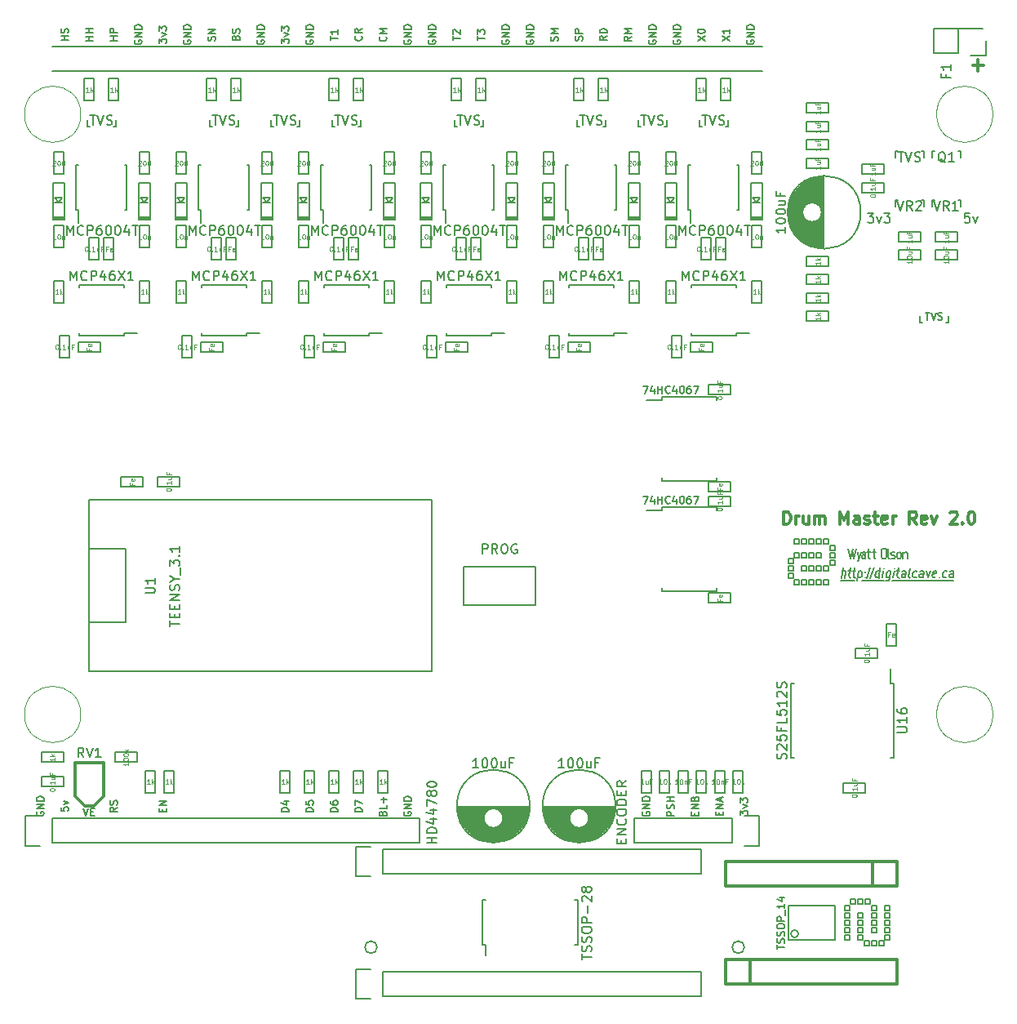
<source format=gto>
G04 #@! TF.FileFunction,Legend,Top*
%FSLAX46Y46*%
G04 Gerber Fmt 4.6, Leading zero omitted, Abs format (unit mm)*
G04 Created by KiCad (PCBNEW (2015-07-22 BZR 5980)-product) date Tue 11 Aug 2015 09:35:53 PM MDT*
%MOMM*%
G01*
G04 APERTURE LIST*
%ADD10C,0.150000*%
%ADD11C,0.200000*%
%ADD12C,0.317500*%
%ADD13C,0.152400*%
%ADD14C,0.300000*%
%ADD15C,0.050800*%
%ADD16C,0.127000*%
%ADD17C,0.304800*%
%ADD18C,0.203200*%
%ADD19C,0.375000*%
%ADD20C,0.190500*%
%ADD21C,0.114300*%
G04 APERTURE END LIST*
D10*
D11*
X62865000Y-125095000D02*
G75*
G03X62865000Y-125095000I-635000J0D01*
G01*
D12*
X105047144Y-81219524D02*
X105047144Y-79949524D01*
X105349525Y-79949524D01*
X105530953Y-80010000D01*
X105651906Y-80130952D01*
X105712382Y-80251905D01*
X105772858Y-80493810D01*
X105772858Y-80675238D01*
X105712382Y-80917143D01*
X105651906Y-81038095D01*
X105530953Y-81159048D01*
X105349525Y-81219524D01*
X105047144Y-81219524D01*
X106317144Y-81219524D02*
X106317144Y-80372857D01*
X106317144Y-80614762D02*
X106377620Y-80493810D01*
X106438096Y-80433333D01*
X106559049Y-80372857D01*
X106680001Y-80372857D01*
X107647620Y-80372857D02*
X107647620Y-81219524D01*
X107103334Y-80372857D02*
X107103334Y-81038095D01*
X107163810Y-81159048D01*
X107284763Y-81219524D01*
X107466191Y-81219524D01*
X107587143Y-81159048D01*
X107647620Y-81098571D01*
X108252382Y-81219524D02*
X108252382Y-80372857D01*
X108252382Y-80493810D02*
X108312858Y-80433333D01*
X108433811Y-80372857D01*
X108615239Y-80372857D01*
X108736191Y-80433333D01*
X108796668Y-80554286D01*
X108796668Y-81219524D01*
X108796668Y-80554286D02*
X108857144Y-80433333D01*
X108978096Y-80372857D01*
X109159525Y-80372857D01*
X109280477Y-80433333D01*
X109340953Y-80554286D01*
X109340953Y-81219524D01*
X110913334Y-81219524D02*
X110913334Y-79949524D01*
X111336667Y-80856667D01*
X111760001Y-79949524D01*
X111760001Y-81219524D01*
X112909049Y-81219524D02*
X112909049Y-80554286D01*
X112848572Y-80433333D01*
X112727620Y-80372857D01*
X112485715Y-80372857D01*
X112364763Y-80433333D01*
X112909049Y-81159048D02*
X112788096Y-81219524D01*
X112485715Y-81219524D01*
X112364763Y-81159048D01*
X112304287Y-81038095D01*
X112304287Y-80917143D01*
X112364763Y-80796190D01*
X112485715Y-80735714D01*
X112788096Y-80735714D01*
X112909049Y-80675238D01*
X113453335Y-81159048D02*
X113574287Y-81219524D01*
X113816192Y-81219524D01*
X113937144Y-81159048D01*
X113997620Y-81038095D01*
X113997620Y-80977619D01*
X113937144Y-80856667D01*
X113816192Y-80796190D01*
X113634763Y-80796190D01*
X113513811Y-80735714D01*
X113453335Y-80614762D01*
X113453335Y-80554286D01*
X113513811Y-80433333D01*
X113634763Y-80372857D01*
X113816192Y-80372857D01*
X113937144Y-80433333D01*
X114360477Y-80372857D02*
X114844287Y-80372857D01*
X114541906Y-79949524D02*
X114541906Y-81038095D01*
X114602382Y-81159048D01*
X114723335Y-81219524D01*
X114844287Y-81219524D01*
X115751429Y-81159048D02*
X115630477Y-81219524D01*
X115388572Y-81219524D01*
X115267620Y-81159048D01*
X115207144Y-81038095D01*
X115207144Y-80554286D01*
X115267620Y-80433333D01*
X115388572Y-80372857D01*
X115630477Y-80372857D01*
X115751429Y-80433333D01*
X115811906Y-80554286D01*
X115811906Y-80675238D01*
X115207144Y-80796190D01*
X116356191Y-81219524D02*
X116356191Y-80372857D01*
X116356191Y-80614762D02*
X116416667Y-80493810D01*
X116477143Y-80433333D01*
X116598096Y-80372857D01*
X116719048Y-80372857D01*
X118835714Y-81219524D02*
X118412381Y-80614762D01*
X118110000Y-81219524D02*
X118110000Y-79949524D01*
X118593809Y-79949524D01*
X118714762Y-80010000D01*
X118775238Y-80070476D01*
X118835714Y-80191429D01*
X118835714Y-80372857D01*
X118775238Y-80493810D01*
X118714762Y-80554286D01*
X118593809Y-80614762D01*
X118110000Y-80614762D01*
X119863809Y-81159048D02*
X119742857Y-81219524D01*
X119500952Y-81219524D01*
X119380000Y-81159048D01*
X119319524Y-81038095D01*
X119319524Y-80554286D01*
X119380000Y-80433333D01*
X119500952Y-80372857D01*
X119742857Y-80372857D01*
X119863809Y-80433333D01*
X119924286Y-80554286D01*
X119924286Y-80675238D01*
X119319524Y-80796190D01*
X120347619Y-80372857D02*
X120650000Y-81219524D01*
X120952380Y-80372857D01*
X122343333Y-80070476D02*
X122403809Y-80010000D01*
X122524761Y-79949524D01*
X122827142Y-79949524D01*
X122948095Y-80010000D01*
X123008571Y-80070476D01*
X123069047Y-80191429D01*
X123069047Y-80312381D01*
X123008571Y-80493810D01*
X122282857Y-81219524D01*
X123069047Y-81219524D01*
X123613333Y-81098571D02*
X123673809Y-81159048D01*
X123613333Y-81219524D01*
X123552857Y-81159048D01*
X123613333Y-81098571D01*
X123613333Y-81219524D01*
X124460000Y-79949524D02*
X124580952Y-79949524D01*
X124701904Y-80010000D01*
X124762381Y-80070476D01*
X124822857Y-80191429D01*
X124883333Y-80433333D01*
X124883333Y-80735714D01*
X124822857Y-80977619D01*
X124762381Y-81098571D01*
X124701904Y-81159048D01*
X124580952Y-81219524D01*
X124460000Y-81219524D01*
X124339047Y-81159048D01*
X124278571Y-81098571D01*
X124218095Y-80977619D01*
X124157619Y-80735714D01*
X124157619Y-80433333D01*
X124218095Y-80191429D01*
X124278571Y-80070476D01*
X124339047Y-80010000D01*
X124460000Y-79949524D01*
D11*
X100965000Y-125095000D02*
G75*
G03X100965000Y-125095000I-635000J0D01*
G01*
D10*
X63500000Y-117475000D02*
X96520000Y-117475000D01*
X96520000Y-117475000D02*
X96520000Y-114935000D01*
X96520000Y-114935000D02*
X63500000Y-114935000D01*
X60680000Y-114655000D02*
X62230000Y-114655000D01*
X63500000Y-114935000D02*
X63500000Y-117475000D01*
X62230000Y-117755000D02*
X60680000Y-117755000D01*
X60680000Y-117755000D02*
X60680000Y-114655000D01*
X73765000Y-124880000D02*
X74090000Y-124880000D01*
X73765000Y-120230000D02*
X74090000Y-120230000D01*
X83715000Y-120230000D02*
X83390000Y-120230000D01*
X83715000Y-124880000D02*
X83390000Y-124880000D01*
X73765000Y-124880000D02*
X73765000Y-120230000D01*
X83715000Y-124880000D02*
X83715000Y-120230000D01*
X74090000Y-124880000D02*
X74090000Y-125955000D01*
X63500000Y-130175000D02*
X96520000Y-130175000D01*
X96520000Y-130175000D02*
X96520000Y-127635000D01*
X96520000Y-127635000D02*
X63500000Y-127635000D01*
X60680000Y-127355000D02*
X62230000Y-127355000D01*
X63500000Y-127635000D02*
X63500000Y-130175000D01*
X62230000Y-130455000D02*
X60680000Y-130455000D01*
X60680000Y-130455000D02*
X60680000Y-127355000D01*
X126010000Y-31115000D02*
X126010000Y-32665000D01*
X124460000Y-32665000D02*
X126010000Y-32665000D01*
X125730000Y-29845000D02*
X123190000Y-29845000D01*
X120650000Y-32385000D02*
X123190000Y-32385000D01*
X123190000Y-32385000D02*
X123190000Y-29845000D01*
X123190000Y-29845000D02*
X120650000Y-29845000D01*
X120650000Y-29845000D02*
X120650000Y-32385000D01*
X100965000Y-111480000D02*
X102515000Y-111480000D01*
X102515000Y-111480000D02*
X102515000Y-114580000D01*
X102515000Y-114580000D02*
X100965000Y-114580000D01*
X99695000Y-114300000D02*
X89535000Y-114300000D01*
X89535000Y-114300000D02*
X89535000Y-111760000D01*
X89535000Y-111760000D02*
X99695000Y-111760000D01*
X99695000Y-114300000D02*
X99695000Y-111760000D01*
X119409160Y-47609760D02*
X119360900Y-47609760D01*
X116610180Y-48310800D02*
X116610180Y-47609760D01*
X116610180Y-47609760D02*
X116859100Y-47609760D01*
X119409160Y-47609760D02*
X119609820Y-47609760D01*
X119609820Y-47609760D02*
X119609820Y-48310800D01*
X123219160Y-47609760D02*
X123170900Y-47609760D01*
X120420180Y-48310800D02*
X120420180Y-47609760D01*
X120420180Y-47609760D02*
X120669100Y-47609760D01*
X123219160Y-47609760D02*
X123419820Y-47609760D01*
X123419820Y-47609760D02*
X123419820Y-48310800D01*
X29210000Y-114300000D02*
X67310000Y-114300000D01*
X67310000Y-114300000D02*
X67310000Y-111760000D01*
X67310000Y-111760000D02*
X29210000Y-111760000D01*
X26390000Y-111480000D02*
X27940000Y-111480000D01*
X29210000Y-111760000D02*
X29210000Y-114300000D01*
X27940000Y-114580000D02*
X26390000Y-114580000D01*
X26390000Y-114580000D02*
X26390000Y-111480000D01*
X71815000Y-85630000D02*
X79315000Y-85630000D01*
X79315000Y-85630000D02*
X79315000Y-89630000D01*
X79315000Y-89630000D02*
X71815000Y-89630000D01*
X71815000Y-89630000D02*
X71815000Y-85630000D01*
X29210000Y-31750000D02*
X41910000Y-31750000D01*
X41910000Y-34290000D02*
X29210000Y-34290000D01*
X54610000Y-31750000D02*
X41910000Y-31750000D01*
X41910000Y-34290000D02*
X54610000Y-34290000D01*
X77470000Y-31750000D02*
X67310000Y-31750000D01*
X67310000Y-34290000D02*
X77470000Y-34290000D01*
X54610000Y-31750000D02*
X67310000Y-31750000D01*
X67310000Y-34290000D02*
X54610000Y-34290000D01*
X92710000Y-31750000D02*
X77470000Y-31750000D01*
X77470000Y-34290000D02*
X92710000Y-34290000D01*
X102870000Y-31750000D02*
X92710000Y-31750000D01*
X92710000Y-34290000D02*
X102870000Y-34290000D01*
X123219160Y-42529760D02*
X123170900Y-42529760D01*
X120420180Y-43230800D02*
X120420180Y-42529760D01*
X120420180Y-42529760D02*
X120669100Y-42529760D01*
X123219160Y-42529760D02*
X123419820Y-42529760D01*
X123419820Y-42529760D02*
X123419820Y-43230800D01*
D13*
X34036000Y-51562000D02*
X33020000Y-51562000D01*
X33020000Y-51562000D02*
X33020000Y-53848000D01*
X33020000Y-53848000D02*
X34036000Y-53848000D01*
X34036000Y-53848000D02*
X34036000Y-51562000D01*
X46736000Y-51562000D02*
X45720000Y-51562000D01*
X45720000Y-51562000D02*
X45720000Y-53848000D01*
X45720000Y-53848000D02*
X46736000Y-53848000D01*
X46736000Y-53848000D02*
X46736000Y-51562000D01*
X59436000Y-51562000D02*
X58420000Y-51562000D01*
X58420000Y-51562000D02*
X58420000Y-53848000D01*
X58420000Y-53848000D02*
X59436000Y-53848000D01*
X59436000Y-53848000D02*
X59436000Y-51562000D01*
X72136000Y-51562000D02*
X71120000Y-51562000D01*
X71120000Y-51562000D02*
X71120000Y-53848000D01*
X71120000Y-53848000D02*
X72136000Y-53848000D01*
X72136000Y-53848000D02*
X72136000Y-51562000D01*
X84836000Y-51562000D02*
X83820000Y-51562000D01*
X83820000Y-51562000D02*
X83820000Y-53848000D01*
X83820000Y-53848000D02*
X84836000Y-53848000D01*
X84836000Y-53848000D02*
X84836000Y-51562000D01*
X97536000Y-51562000D02*
X96520000Y-51562000D01*
X96520000Y-51562000D02*
X96520000Y-53848000D01*
X96520000Y-53848000D02*
X97536000Y-53848000D01*
X97536000Y-53848000D02*
X97536000Y-51562000D01*
X39243000Y-50292000D02*
X38227000Y-50292000D01*
X38227000Y-50292000D02*
X38227000Y-52578000D01*
X38227000Y-52578000D02*
X39243000Y-52578000D01*
X39243000Y-52578000D02*
X39243000Y-50292000D01*
X30353000Y-50292000D02*
X29337000Y-50292000D01*
X29337000Y-50292000D02*
X29337000Y-52578000D01*
X29337000Y-52578000D02*
X30353000Y-52578000D01*
X30353000Y-52578000D02*
X30353000Y-50292000D01*
X51943000Y-50292000D02*
X50927000Y-50292000D01*
X50927000Y-50292000D02*
X50927000Y-52578000D01*
X50927000Y-52578000D02*
X51943000Y-52578000D01*
X51943000Y-52578000D02*
X51943000Y-50292000D01*
X43053000Y-50292000D02*
X42037000Y-50292000D01*
X42037000Y-50292000D02*
X42037000Y-52578000D01*
X42037000Y-52578000D02*
X43053000Y-52578000D01*
X43053000Y-52578000D02*
X43053000Y-50292000D01*
X64643000Y-50292000D02*
X63627000Y-50292000D01*
X63627000Y-50292000D02*
X63627000Y-52578000D01*
X63627000Y-52578000D02*
X64643000Y-52578000D01*
X64643000Y-52578000D02*
X64643000Y-50292000D01*
X55753000Y-50292000D02*
X54737000Y-50292000D01*
X54737000Y-50292000D02*
X54737000Y-52578000D01*
X54737000Y-52578000D02*
X55753000Y-52578000D01*
X55753000Y-52578000D02*
X55753000Y-50292000D01*
X77343000Y-50292000D02*
X76327000Y-50292000D01*
X76327000Y-50292000D02*
X76327000Y-52578000D01*
X76327000Y-52578000D02*
X77343000Y-52578000D01*
X77343000Y-52578000D02*
X77343000Y-50292000D01*
X68453000Y-50292000D02*
X67437000Y-50292000D01*
X67437000Y-50292000D02*
X67437000Y-52578000D01*
X67437000Y-52578000D02*
X68453000Y-52578000D01*
X68453000Y-52578000D02*
X68453000Y-50292000D01*
X90043000Y-50292000D02*
X89027000Y-50292000D01*
X89027000Y-50292000D02*
X89027000Y-52578000D01*
X89027000Y-52578000D02*
X90043000Y-52578000D01*
X90043000Y-52578000D02*
X90043000Y-50292000D01*
X81153000Y-50292000D02*
X80137000Y-50292000D01*
X80137000Y-50292000D02*
X80137000Y-52578000D01*
X80137000Y-52578000D02*
X81153000Y-52578000D01*
X81153000Y-52578000D02*
X81153000Y-50292000D01*
X102743000Y-50292000D02*
X101727000Y-50292000D01*
X101727000Y-50292000D02*
X101727000Y-52578000D01*
X101727000Y-52578000D02*
X102743000Y-52578000D01*
X102743000Y-52578000D02*
X102743000Y-50292000D01*
X93853000Y-50292000D02*
X92837000Y-50292000D01*
X92837000Y-50292000D02*
X92837000Y-52578000D01*
X92837000Y-52578000D02*
X93853000Y-52578000D01*
X93853000Y-52578000D02*
X93853000Y-50292000D01*
X97282000Y-78359000D02*
X97282000Y-79375000D01*
X97282000Y-79375000D02*
X99568000Y-79375000D01*
X99568000Y-79375000D02*
X99568000Y-78359000D01*
X99568000Y-78359000D02*
X97282000Y-78359000D01*
X30988000Y-61722000D02*
X29972000Y-61722000D01*
X29972000Y-61722000D02*
X29972000Y-64008000D01*
X29972000Y-64008000D02*
X30988000Y-64008000D01*
X30988000Y-64008000D02*
X30988000Y-61722000D01*
X43688000Y-61722000D02*
X42672000Y-61722000D01*
X42672000Y-61722000D02*
X42672000Y-64008000D01*
X42672000Y-64008000D02*
X43688000Y-64008000D01*
X43688000Y-64008000D02*
X43688000Y-61722000D01*
X56388000Y-61722000D02*
X55372000Y-61722000D01*
X55372000Y-61722000D02*
X55372000Y-64008000D01*
X55372000Y-64008000D02*
X56388000Y-64008000D01*
X56388000Y-64008000D02*
X56388000Y-61722000D01*
X97282000Y-66802000D02*
X97282000Y-67818000D01*
X97282000Y-67818000D02*
X99568000Y-67818000D01*
X99568000Y-67818000D02*
X99568000Y-66802000D01*
X99568000Y-66802000D02*
X97282000Y-66802000D01*
D10*
X87569000Y-110545000D02*
X80071000Y-110545000D01*
X87564000Y-110685000D02*
X80076000Y-110685000D01*
X87553000Y-110825000D02*
X84266000Y-110825000D01*
X83374000Y-110825000D02*
X80087000Y-110825000D01*
X87537000Y-110965000D02*
X84476000Y-110965000D01*
X83164000Y-110965000D02*
X80103000Y-110965000D01*
X87516000Y-111105000D02*
X84609000Y-111105000D01*
X83031000Y-111105000D02*
X80124000Y-111105000D01*
X87489000Y-111245000D02*
X84700000Y-111245000D01*
X82940000Y-111245000D02*
X80151000Y-111245000D01*
X87457000Y-111385000D02*
X84762000Y-111385000D01*
X82878000Y-111385000D02*
X80183000Y-111385000D01*
X87419000Y-111525000D02*
X84801000Y-111525000D01*
X82839000Y-111525000D02*
X80221000Y-111525000D01*
X87375000Y-111665000D02*
X84818000Y-111665000D01*
X82822000Y-111665000D02*
X80265000Y-111665000D01*
X87324000Y-111805000D02*
X84816000Y-111805000D01*
X82824000Y-111805000D02*
X80316000Y-111805000D01*
X87268000Y-111945000D02*
X84794000Y-111945000D01*
X82846000Y-111945000D02*
X80372000Y-111945000D01*
X87204000Y-112085000D02*
X84751000Y-112085000D01*
X82889000Y-112085000D02*
X80436000Y-112085000D01*
X87134000Y-112225000D02*
X84683000Y-112225000D01*
X82957000Y-112225000D02*
X80506000Y-112225000D01*
X87056000Y-112365000D02*
X84584000Y-112365000D01*
X83056000Y-112365000D02*
X80584000Y-112365000D01*
X86970000Y-112505000D02*
X84439000Y-112505000D01*
X83201000Y-112505000D02*
X80670000Y-112505000D01*
X86875000Y-112645000D02*
X84200000Y-112645000D01*
X83440000Y-112645000D02*
X80765000Y-112645000D01*
X86770000Y-112785000D02*
X80870000Y-112785000D01*
X86655000Y-112925000D02*
X80985000Y-112925000D01*
X86527000Y-113065000D02*
X81113000Y-113065000D01*
X86386000Y-113205000D02*
X81254000Y-113205000D01*
X86228000Y-113345000D02*
X81412000Y-113345000D01*
X86050000Y-113485000D02*
X81590000Y-113485000D01*
X85847000Y-113625000D02*
X81793000Y-113625000D01*
X85610000Y-113765000D02*
X82030000Y-113765000D01*
X85324000Y-113905000D02*
X82316000Y-113905000D01*
X84952000Y-114045000D02*
X82688000Y-114045000D01*
X84331000Y-114185000D02*
X83309000Y-114185000D01*
X84820000Y-111720000D02*
G75*
G03X84820000Y-111720000I-1000000J0D01*
G01*
X87607500Y-110470000D02*
G75*
G03X87607500Y-110470000I-3787500J0D01*
G01*
D13*
X30353000Y-108458000D02*
X30353000Y-107442000D01*
X30353000Y-107442000D02*
X28067000Y-107442000D01*
X28067000Y-107442000D02*
X28067000Y-108458000D01*
X28067000Y-108458000D02*
X30353000Y-108458000D01*
X113157000Y-43942000D02*
X113157000Y-44958000D01*
X113157000Y-44958000D02*
X115443000Y-44958000D01*
X115443000Y-44958000D02*
X115443000Y-43942000D01*
X115443000Y-43942000D02*
X113157000Y-43942000D01*
X113157000Y-45847000D02*
X113157000Y-46863000D01*
X113157000Y-46863000D02*
X115443000Y-46863000D01*
X115443000Y-46863000D02*
X115443000Y-45847000D01*
X115443000Y-45847000D02*
X113157000Y-45847000D01*
X123063000Y-53848000D02*
X123063000Y-52832000D01*
X123063000Y-52832000D02*
X120777000Y-52832000D01*
X120777000Y-52832000D02*
X120777000Y-53848000D01*
X120777000Y-53848000D02*
X123063000Y-53848000D01*
X123063000Y-51943000D02*
X123063000Y-50927000D01*
X123063000Y-50927000D02*
X120777000Y-50927000D01*
X120777000Y-50927000D02*
X120777000Y-51943000D01*
X120777000Y-51943000D02*
X123063000Y-51943000D01*
D10*
X109165000Y-52644000D02*
X109165000Y-45146000D01*
X109025000Y-52639000D02*
X109025000Y-45151000D01*
X108885000Y-52628000D02*
X108885000Y-49341000D01*
X108885000Y-48449000D02*
X108885000Y-45162000D01*
X108745000Y-52612000D02*
X108745000Y-49551000D01*
X108745000Y-48239000D02*
X108745000Y-45178000D01*
X108605000Y-52591000D02*
X108605000Y-49684000D01*
X108605000Y-48106000D02*
X108605000Y-45199000D01*
X108465000Y-52564000D02*
X108465000Y-49775000D01*
X108465000Y-48015000D02*
X108465000Y-45226000D01*
X108325000Y-52532000D02*
X108325000Y-49837000D01*
X108325000Y-47953000D02*
X108325000Y-45258000D01*
X108185000Y-52494000D02*
X108185000Y-49876000D01*
X108185000Y-47914000D02*
X108185000Y-45296000D01*
X108045000Y-52450000D02*
X108045000Y-49893000D01*
X108045000Y-47897000D02*
X108045000Y-45340000D01*
X107905000Y-52399000D02*
X107905000Y-49891000D01*
X107905000Y-47899000D02*
X107905000Y-45391000D01*
X107765000Y-52343000D02*
X107765000Y-49869000D01*
X107765000Y-47921000D02*
X107765000Y-45447000D01*
X107625000Y-52279000D02*
X107625000Y-49826000D01*
X107625000Y-47964000D02*
X107625000Y-45511000D01*
X107485000Y-52209000D02*
X107485000Y-49758000D01*
X107485000Y-48032000D02*
X107485000Y-45581000D01*
X107345000Y-52131000D02*
X107345000Y-49659000D01*
X107345000Y-48131000D02*
X107345000Y-45659000D01*
X107205000Y-52045000D02*
X107205000Y-49514000D01*
X107205000Y-48276000D02*
X107205000Y-45745000D01*
X107065000Y-51950000D02*
X107065000Y-49275000D01*
X107065000Y-48515000D02*
X107065000Y-45840000D01*
X106925000Y-51845000D02*
X106925000Y-45945000D01*
X106785000Y-51730000D02*
X106785000Y-46060000D01*
X106645000Y-51602000D02*
X106645000Y-46188000D01*
X106505000Y-51461000D02*
X106505000Y-46329000D01*
X106365000Y-51303000D02*
X106365000Y-46487000D01*
X106225000Y-51125000D02*
X106225000Y-46665000D01*
X106085000Y-50922000D02*
X106085000Y-46868000D01*
X105945000Y-50685000D02*
X105945000Y-47105000D01*
X105805000Y-50399000D02*
X105805000Y-47391000D01*
X105665000Y-50027000D02*
X105665000Y-47763000D01*
X105525000Y-49406000D02*
X105525000Y-48384000D01*
X108990000Y-48895000D02*
G75*
G03X108990000Y-48895000I-1000000J0D01*
G01*
X113027500Y-48895000D02*
G75*
G03X113027500Y-48895000I-3787500J0D01*
G01*
D13*
X69088000Y-61722000D02*
X68072000Y-61722000D01*
X68072000Y-61722000D02*
X68072000Y-64008000D01*
X68072000Y-64008000D02*
X69088000Y-64008000D01*
X69088000Y-64008000D02*
X69088000Y-61722000D01*
X81788000Y-61722000D02*
X80772000Y-61722000D01*
X80772000Y-61722000D02*
X80772000Y-64008000D01*
X80772000Y-64008000D02*
X81788000Y-64008000D01*
X81788000Y-64008000D02*
X81788000Y-61722000D01*
X94488000Y-61722000D02*
X93472000Y-61722000D01*
X93472000Y-61722000D02*
X93472000Y-64008000D01*
X93472000Y-64008000D02*
X94488000Y-64008000D01*
X94488000Y-64008000D02*
X94488000Y-61722000D01*
X119253000Y-53848000D02*
X119253000Y-52832000D01*
X119253000Y-52832000D02*
X116967000Y-52832000D01*
X116967000Y-52832000D02*
X116967000Y-53848000D01*
X116967000Y-53848000D02*
X119253000Y-53848000D01*
X119253000Y-51943000D02*
X119253000Y-50927000D01*
X119253000Y-50927000D02*
X116967000Y-50927000D01*
X116967000Y-50927000D02*
X116967000Y-51943000D01*
X116967000Y-51943000D02*
X119253000Y-51943000D01*
X113538000Y-109093000D02*
X113538000Y-108077000D01*
X113538000Y-108077000D02*
X111252000Y-108077000D01*
X111252000Y-108077000D02*
X111252000Y-109093000D01*
X111252000Y-109093000D02*
X113538000Y-109093000D01*
X114808000Y-95123000D02*
X114808000Y-94107000D01*
X114808000Y-94107000D02*
X112522000Y-94107000D01*
X112522000Y-94107000D02*
X112522000Y-95123000D01*
X112522000Y-95123000D02*
X114808000Y-95123000D01*
X40132000Y-76327000D02*
X40132000Y-77343000D01*
X40132000Y-77343000D02*
X42418000Y-77343000D01*
X42418000Y-77343000D02*
X42418000Y-76327000D01*
X42418000Y-76327000D02*
X40132000Y-76327000D01*
D10*
X78679000Y-110545000D02*
X71181000Y-110545000D01*
X78674000Y-110685000D02*
X71186000Y-110685000D01*
X78663000Y-110825000D02*
X75376000Y-110825000D01*
X74484000Y-110825000D02*
X71197000Y-110825000D01*
X78647000Y-110965000D02*
X75586000Y-110965000D01*
X74274000Y-110965000D02*
X71213000Y-110965000D01*
X78626000Y-111105000D02*
X75719000Y-111105000D01*
X74141000Y-111105000D02*
X71234000Y-111105000D01*
X78599000Y-111245000D02*
X75810000Y-111245000D01*
X74050000Y-111245000D02*
X71261000Y-111245000D01*
X78567000Y-111385000D02*
X75872000Y-111385000D01*
X73988000Y-111385000D02*
X71293000Y-111385000D01*
X78529000Y-111525000D02*
X75911000Y-111525000D01*
X73949000Y-111525000D02*
X71331000Y-111525000D01*
X78485000Y-111665000D02*
X75928000Y-111665000D01*
X73932000Y-111665000D02*
X71375000Y-111665000D01*
X78434000Y-111805000D02*
X75926000Y-111805000D01*
X73934000Y-111805000D02*
X71426000Y-111805000D01*
X78378000Y-111945000D02*
X75904000Y-111945000D01*
X73956000Y-111945000D02*
X71482000Y-111945000D01*
X78314000Y-112085000D02*
X75861000Y-112085000D01*
X73999000Y-112085000D02*
X71546000Y-112085000D01*
X78244000Y-112225000D02*
X75793000Y-112225000D01*
X74067000Y-112225000D02*
X71616000Y-112225000D01*
X78166000Y-112365000D02*
X75694000Y-112365000D01*
X74166000Y-112365000D02*
X71694000Y-112365000D01*
X78080000Y-112505000D02*
X75549000Y-112505000D01*
X74311000Y-112505000D02*
X71780000Y-112505000D01*
X77985000Y-112645000D02*
X75310000Y-112645000D01*
X74550000Y-112645000D02*
X71875000Y-112645000D01*
X77880000Y-112785000D02*
X71980000Y-112785000D01*
X77765000Y-112925000D02*
X72095000Y-112925000D01*
X77637000Y-113065000D02*
X72223000Y-113065000D01*
X77496000Y-113205000D02*
X72364000Y-113205000D01*
X77338000Y-113345000D02*
X72522000Y-113345000D01*
X77160000Y-113485000D02*
X72700000Y-113485000D01*
X76957000Y-113625000D02*
X72903000Y-113625000D01*
X76720000Y-113765000D02*
X73140000Y-113765000D01*
X76434000Y-113905000D02*
X73426000Y-113905000D01*
X76062000Y-114045000D02*
X73798000Y-114045000D01*
X75441000Y-114185000D02*
X74419000Y-114185000D01*
X75930000Y-111720000D02*
G75*
G03X75930000Y-111720000I-1000000J0D01*
G01*
X78717500Y-110470000D02*
G75*
G03X78717500Y-110470000I-3787500J0D01*
G01*
D13*
X97917000Y-109093000D02*
X98933000Y-109093000D01*
X98933000Y-109093000D02*
X98933000Y-106807000D01*
X98933000Y-106807000D02*
X97917000Y-106807000D01*
X97917000Y-106807000D02*
X97917000Y-109093000D01*
X94107000Y-109093000D02*
X95123000Y-109093000D01*
X95123000Y-109093000D02*
X95123000Y-106807000D01*
X95123000Y-106807000D02*
X94107000Y-106807000D01*
X94107000Y-106807000D02*
X94107000Y-109093000D01*
X90297000Y-109093000D02*
X91313000Y-109093000D01*
X91313000Y-109093000D02*
X91313000Y-106807000D01*
X91313000Y-106807000D02*
X90297000Y-106807000D01*
X90297000Y-106807000D02*
X90297000Y-109093000D01*
X109728000Y-38608000D02*
X109728000Y-37592000D01*
X109728000Y-37592000D02*
X107442000Y-37592000D01*
X107442000Y-37592000D02*
X107442000Y-38608000D01*
X107442000Y-38608000D02*
X109728000Y-38608000D01*
X109728000Y-40513000D02*
X109728000Y-39497000D01*
X109728000Y-39497000D02*
X107442000Y-39497000D01*
X107442000Y-39497000D02*
X107442000Y-40513000D01*
X107442000Y-40513000D02*
X109728000Y-40513000D01*
X109728000Y-42418000D02*
X109728000Y-41402000D01*
X109728000Y-41402000D02*
X107442000Y-41402000D01*
X107442000Y-41402000D02*
X107442000Y-42418000D01*
X107442000Y-42418000D02*
X109728000Y-42418000D01*
X109728000Y-44323000D02*
X109728000Y-43307000D01*
X109728000Y-43307000D02*
X107442000Y-43307000D01*
X107442000Y-43307000D02*
X107442000Y-44323000D01*
X107442000Y-44323000D02*
X109728000Y-44323000D01*
D10*
X32990840Y-40020240D02*
X33039100Y-40020240D01*
X35789820Y-39319200D02*
X35789820Y-40020240D01*
X35789820Y-40020240D02*
X35540900Y-40020240D01*
X32990840Y-40020240D02*
X32790180Y-40020240D01*
X32790180Y-40020240D02*
X32790180Y-39319200D01*
X45690840Y-40020240D02*
X45739100Y-40020240D01*
X48489820Y-39319200D02*
X48489820Y-40020240D01*
X48489820Y-40020240D02*
X48240900Y-40020240D01*
X45690840Y-40020240D02*
X45490180Y-40020240D01*
X45490180Y-40020240D02*
X45490180Y-39319200D01*
X58390840Y-40020240D02*
X58439100Y-40020240D01*
X61189820Y-39319200D02*
X61189820Y-40020240D01*
X61189820Y-40020240D02*
X60940900Y-40020240D01*
X58390840Y-40020240D02*
X58190180Y-40020240D01*
X58190180Y-40020240D02*
X58190180Y-39319200D01*
X71090840Y-40020240D02*
X71139100Y-40020240D01*
X73889820Y-39319200D02*
X73889820Y-40020240D01*
X73889820Y-40020240D02*
X73640900Y-40020240D01*
X71090840Y-40020240D02*
X70890180Y-40020240D01*
X70890180Y-40020240D02*
X70890180Y-39319200D01*
X83790840Y-40020240D02*
X83839100Y-40020240D01*
X86589820Y-39319200D02*
X86589820Y-40020240D01*
X86589820Y-40020240D02*
X86340900Y-40020240D01*
X83790840Y-40020240D02*
X83590180Y-40020240D01*
X83590180Y-40020240D02*
X83590180Y-39319200D01*
X96490840Y-40020240D02*
X96539100Y-40020240D01*
X99289820Y-39319200D02*
X99289820Y-40020240D01*
X99289820Y-40020240D02*
X99040900Y-40020240D01*
X96490840Y-40020240D02*
X96290180Y-40020240D01*
X96290180Y-40020240D02*
X96290180Y-39319200D01*
X52040840Y-40020240D02*
X52089100Y-40020240D01*
X54839820Y-39319200D02*
X54839820Y-40020240D01*
X54839820Y-40020240D02*
X54590900Y-40020240D01*
X52040840Y-40020240D02*
X51840180Y-40020240D01*
X51840180Y-40020240D02*
X51840180Y-39319200D01*
X90140840Y-40020240D02*
X90189100Y-40020240D01*
X92939820Y-39319200D02*
X92939820Y-40020240D01*
X92939820Y-40020240D02*
X92690900Y-40020240D01*
X90140840Y-40020240D02*
X89940180Y-40020240D01*
X89940180Y-40020240D02*
X89940180Y-39319200D01*
D14*
X39235000Y-49525000D02*
X38235000Y-49525000D01*
D10*
X39335000Y-49425000D02*
X39335000Y-49625000D01*
X39335000Y-49625000D02*
X38135000Y-49625000D01*
X38135000Y-49625000D02*
X38135000Y-49425000D01*
X39335000Y-45825000D02*
X39335000Y-49425000D01*
X38135000Y-49425000D02*
X38135000Y-45825000D01*
X38135000Y-45825000D02*
X39335000Y-45825000D01*
X39116000Y-47879000D02*
X38354000Y-47879000D01*
X39116000Y-47371000D02*
X38354000Y-47371000D01*
X38354000Y-47371000D02*
X38735000Y-47879000D01*
X38735000Y-47879000D02*
X39116000Y-47371000D01*
D14*
X30345000Y-49525000D02*
X29345000Y-49525000D01*
D10*
X30445000Y-49425000D02*
X30445000Y-49625000D01*
X30445000Y-49625000D02*
X29245000Y-49625000D01*
X29245000Y-49625000D02*
X29245000Y-49425000D01*
X30445000Y-45825000D02*
X30445000Y-49425000D01*
X29245000Y-49425000D02*
X29245000Y-45825000D01*
X29245000Y-45825000D02*
X30445000Y-45825000D01*
X30226000Y-47879000D02*
X29464000Y-47879000D01*
X30226000Y-47371000D02*
X29464000Y-47371000D01*
X29464000Y-47371000D02*
X29845000Y-47879000D01*
X29845000Y-47879000D02*
X30226000Y-47371000D01*
D14*
X51935000Y-49525000D02*
X50935000Y-49525000D01*
D10*
X52035000Y-49425000D02*
X52035000Y-49625000D01*
X52035000Y-49625000D02*
X50835000Y-49625000D01*
X50835000Y-49625000D02*
X50835000Y-49425000D01*
X52035000Y-45825000D02*
X52035000Y-49425000D01*
X50835000Y-49425000D02*
X50835000Y-45825000D01*
X50835000Y-45825000D02*
X52035000Y-45825000D01*
X51816000Y-47879000D02*
X51054000Y-47879000D01*
X51816000Y-47371000D02*
X51054000Y-47371000D01*
X51054000Y-47371000D02*
X51435000Y-47879000D01*
X51435000Y-47879000D02*
X51816000Y-47371000D01*
D14*
X43045000Y-49525000D02*
X42045000Y-49525000D01*
D10*
X43145000Y-49425000D02*
X43145000Y-49625000D01*
X43145000Y-49625000D02*
X41945000Y-49625000D01*
X41945000Y-49625000D02*
X41945000Y-49425000D01*
X43145000Y-45825000D02*
X43145000Y-49425000D01*
X41945000Y-49425000D02*
X41945000Y-45825000D01*
X41945000Y-45825000D02*
X43145000Y-45825000D01*
X42926000Y-47879000D02*
X42164000Y-47879000D01*
X42926000Y-47371000D02*
X42164000Y-47371000D01*
X42164000Y-47371000D02*
X42545000Y-47879000D01*
X42545000Y-47879000D02*
X42926000Y-47371000D01*
D14*
X64635000Y-49525000D02*
X63635000Y-49525000D01*
D10*
X64735000Y-49425000D02*
X64735000Y-49625000D01*
X64735000Y-49625000D02*
X63535000Y-49625000D01*
X63535000Y-49625000D02*
X63535000Y-49425000D01*
X64735000Y-45825000D02*
X64735000Y-49425000D01*
X63535000Y-49425000D02*
X63535000Y-45825000D01*
X63535000Y-45825000D02*
X64735000Y-45825000D01*
X64516000Y-47879000D02*
X63754000Y-47879000D01*
X64516000Y-47371000D02*
X63754000Y-47371000D01*
X63754000Y-47371000D02*
X64135000Y-47879000D01*
X64135000Y-47879000D02*
X64516000Y-47371000D01*
D14*
X55745000Y-49525000D02*
X54745000Y-49525000D01*
D10*
X55845000Y-49425000D02*
X55845000Y-49625000D01*
X55845000Y-49625000D02*
X54645000Y-49625000D01*
X54645000Y-49625000D02*
X54645000Y-49425000D01*
X55845000Y-45825000D02*
X55845000Y-49425000D01*
X54645000Y-49425000D02*
X54645000Y-45825000D01*
X54645000Y-45825000D02*
X55845000Y-45825000D01*
X55626000Y-47879000D02*
X54864000Y-47879000D01*
X55626000Y-47371000D02*
X54864000Y-47371000D01*
X54864000Y-47371000D02*
X55245000Y-47879000D01*
X55245000Y-47879000D02*
X55626000Y-47371000D01*
D14*
X77335000Y-49525000D02*
X76335000Y-49525000D01*
D10*
X77435000Y-49425000D02*
X77435000Y-49625000D01*
X77435000Y-49625000D02*
X76235000Y-49625000D01*
X76235000Y-49625000D02*
X76235000Y-49425000D01*
X77435000Y-45825000D02*
X77435000Y-49425000D01*
X76235000Y-49425000D02*
X76235000Y-45825000D01*
X76235000Y-45825000D02*
X77435000Y-45825000D01*
X77216000Y-47879000D02*
X76454000Y-47879000D01*
X77216000Y-47371000D02*
X76454000Y-47371000D01*
X76454000Y-47371000D02*
X76835000Y-47879000D01*
X76835000Y-47879000D02*
X77216000Y-47371000D01*
D14*
X68445000Y-49525000D02*
X67445000Y-49525000D01*
D10*
X68545000Y-49425000D02*
X68545000Y-49625000D01*
X68545000Y-49625000D02*
X67345000Y-49625000D01*
X67345000Y-49625000D02*
X67345000Y-49425000D01*
X68545000Y-45825000D02*
X68545000Y-49425000D01*
X67345000Y-49425000D02*
X67345000Y-45825000D01*
X67345000Y-45825000D02*
X68545000Y-45825000D01*
X68326000Y-47879000D02*
X67564000Y-47879000D01*
X68326000Y-47371000D02*
X67564000Y-47371000D01*
X67564000Y-47371000D02*
X67945000Y-47879000D01*
X67945000Y-47879000D02*
X68326000Y-47371000D01*
D14*
X90035000Y-49525000D02*
X89035000Y-49525000D01*
D10*
X90135000Y-49425000D02*
X90135000Y-49625000D01*
X90135000Y-49625000D02*
X88935000Y-49625000D01*
X88935000Y-49625000D02*
X88935000Y-49425000D01*
X90135000Y-45825000D02*
X90135000Y-49425000D01*
X88935000Y-49425000D02*
X88935000Y-45825000D01*
X88935000Y-45825000D02*
X90135000Y-45825000D01*
X89916000Y-47879000D02*
X89154000Y-47879000D01*
X89916000Y-47371000D02*
X89154000Y-47371000D01*
X89154000Y-47371000D02*
X89535000Y-47879000D01*
X89535000Y-47879000D02*
X89916000Y-47371000D01*
D14*
X81145000Y-49525000D02*
X80145000Y-49525000D01*
D10*
X81245000Y-49425000D02*
X81245000Y-49625000D01*
X81245000Y-49625000D02*
X80045000Y-49625000D01*
X80045000Y-49625000D02*
X80045000Y-49425000D01*
X81245000Y-45825000D02*
X81245000Y-49425000D01*
X80045000Y-49425000D02*
X80045000Y-45825000D01*
X80045000Y-45825000D02*
X81245000Y-45825000D01*
X81026000Y-47879000D02*
X80264000Y-47879000D01*
X81026000Y-47371000D02*
X80264000Y-47371000D01*
X80264000Y-47371000D02*
X80645000Y-47879000D01*
X80645000Y-47879000D02*
X81026000Y-47371000D01*
D14*
X102735000Y-49525000D02*
X101735000Y-49525000D01*
D10*
X102835000Y-49425000D02*
X102835000Y-49625000D01*
X102835000Y-49625000D02*
X101635000Y-49625000D01*
X101635000Y-49625000D02*
X101635000Y-49425000D01*
X102835000Y-45825000D02*
X102835000Y-49425000D01*
X101635000Y-49425000D02*
X101635000Y-45825000D01*
X101635000Y-45825000D02*
X102835000Y-45825000D01*
X102616000Y-47879000D02*
X101854000Y-47879000D01*
X102616000Y-47371000D02*
X101854000Y-47371000D01*
X101854000Y-47371000D02*
X102235000Y-47879000D01*
X102235000Y-47879000D02*
X102616000Y-47371000D01*
D14*
X93845000Y-49525000D02*
X92845000Y-49525000D01*
D10*
X93945000Y-49425000D02*
X93945000Y-49625000D01*
X93945000Y-49625000D02*
X92745000Y-49625000D01*
X92745000Y-49625000D02*
X92745000Y-49425000D01*
X93945000Y-45825000D02*
X93945000Y-49425000D01*
X92745000Y-49425000D02*
X92745000Y-45825000D01*
X92745000Y-45825000D02*
X93945000Y-45825000D01*
X93726000Y-47879000D02*
X92964000Y-47879000D01*
X93726000Y-47371000D02*
X92964000Y-47371000D01*
X92964000Y-47371000D02*
X93345000Y-47879000D01*
X93345000Y-47879000D02*
X93726000Y-47371000D01*
X119409160Y-42529760D02*
X119360900Y-42529760D01*
X116610180Y-43230800D02*
X116610180Y-42529760D01*
X116610180Y-42529760D02*
X116859100Y-42529760D01*
X119409160Y-42529760D02*
X119609820Y-42529760D01*
X119609820Y-42529760D02*
X119609820Y-43230800D01*
D13*
X34544000Y-53848000D02*
X35560000Y-53848000D01*
X35560000Y-53848000D02*
X35560000Y-51562000D01*
X35560000Y-51562000D02*
X34544000Y-51562000D01*
X34544000Y-51562000D02*
X34544000Y-53848000D01*
X47244000Y-53848000D02*
X48260000Y-53848000D01*
X48260000Y-53848000D02*
X48260000Y-51562000D01*
X48260000Y-51562000D02*
X47244000Y-51562000D01*
X47244000Y-51562000D02*
X47244000Y-53848000D01*
X59944000Y-53848000D02*
X60960000Y-53848000D01*
X60960000Y-53848000D02*
X60960000Y-51562000D01*
X60960000Y-51562000D02*
X59944000Y-51562000D01*
X59944000Y-51562000D02*
X59944000Y-53848000D01*
X72644000Y-53848000D02*
X73660000Y-53848000D01*
X73660000Y-53848000D02*
X73660000Y-51562000D01*
X73660000Y-51562000D02*
X72644000Y-51562000D01*
X72644000Y-51562000D02*
X72644000Y-53848000D01*
X85344000Y-53848000D02*
X86360000Y-53848000D01*
X86360000Y-53848000D02*
X86360000Y-51562000D01*
X86360000Y-51562000D02*
X85344000Y-51562000D01*
X85344000Y-51562000D02*
X85344000Y-53848000D01*
X98044000Y-53848000D02*
X99060000Y-53848000D01*
X99060000Y-53848000D02*
X99060000Y-51562000D01*
X99060000Y-51562000D02*
X98044000Y-51562000D01*
X98044000Y-51562000D02*
X98044000Y-53848000D01*
X99568000Y-89408000D02*
X99568000Y-88392000D01*
X99568000Y-88392000D02*
X97282000Y-88392000D01*
X97282000Y-88392000D02*
X97282000Y-89408000D01*
X97282000Y-89408000D02*
X99568000Y-89408000D01*
X34163000Y-63373000D02*
X34163000Y-62357000D01*
X34163000Y-62357000D02*
X31877000Y-62357000D01*
X31877000Y-62357000D02*
X31877000Y-63373000D01*
X31877000Y-63373000D02*
X34163000Y-63373000D01*
X46863000Y-63373000D02*
X46863000Y-62357000D01*
X46863000Y-62357000D02*
X44577000Y-62357000D01*
X44577000Y-62357000D02*
X44577000Y-63373000D01*
X44577000Y-63373000D02*
X46863000Y-63373000D01*
X59563000Y-63373000D02*
X59563000Y-62357000D01*
X59563000Y-62357000D02*
X57277000Y-62357000D01*
X57277000Y-62357000D02*
X57277000Y-63373000D01*
X57277000Y-63373000D02*
X59563000Y-63373000D01*
X99568000Y-77851000D02*
X99568000Y-76835000D01*
X99568000Y-76835000D02*
X97282000Y-76835000D01*
X97282000Y-76835000D02*
X97282000Y-77851000D01*
X97282000Y-77851000D02*
X99568000Y-77851000D01*
X72263000Y-63373000D02*
X72263000Y-62357000D01*
X72263000Y-62357000D02*
X69977000Y-62357000D01*
X69977000Y-62357000D02*
X69977000Y-63373000D01*
X69977000Y-63373000D02*
X72263000Y-63373000D01*
X84963000Y-63373000D02*
X84963000Y-62357000D01*
X84963000Y-62357000D02*
X82677000Y-62357000D01*
X82677000Y-62357000D02*
X82677000Y-63373000D01*
X82677000Y-63373000D02*
X84963000Y-63373000D01*
X97663000Y-63373000D02*
X97663000Y-62357000D01*
X97663000Y-62357000D02*
X95377000Y-62357000D01*
X95377000Y-62357000D02*
X95377000Y-63373000D01*
X95377000Y-63373000D02*
X97663000Y-63373000D01*
X116713000Y-91567000D02*
X115697000Y-91567000D01*
X115697000Y-91567000D02*
X115697000Y-93853000D01*
X115697000Y-93853000D02*
X116713000Y-93853000D01*
X116713000Y-93853000D02*
X116713000Y-91567000D01*
X38608000Y-77343000D02*
X38608000Y-76327000D01*
X38608000Y-76327000D02*
X36322000Y-76327000D01*
X36322000Y-76327000D02*
X36322000Y-77343000D01*
X36322000Y-77343000D02*
X38608000Y-77343000D01*
D15*
X32131000Y-100965000D02*
G75*
G03X32131000Y-100965000I-2921000J0D01*
G01*
X32131000Y-38735000D02*
G75*
G03X32131000Y-38735000I-2921000J0D01*
G01*
X126746000Y-100965000D02*
G75*
G03X126746000Y-100965000I-2921000J0D01*
G01*
X126746000Y-38735000D02*
G75*
G03X126746000Y-38735000I-2921000J0D01*
G01*
D16*
X117881400Y-84302600D02*
X117881400Y-84810600D01*
X117678200Y-84150200D02*
X117729000Y-84150200D01*
X117729000Y-84150200D02*
X117830600Y-84201000D01*
X117830600Y-84201000D02*
X117881400Y-84302600D01*
X117576600Y-84201000D02*
X117678200Y-84150200D01*
X117576600Y-84201000D02*
X117424200Y-84302600D01*
X117424200Y-84150200D02*
X117424200Y-84810600D01*
X116814600Y-84302600D02*
X116814600Y-84658200D01*
X116814600Y-84658200D02*
X116865400Y-84759800D01*
X116865400Y-84759800D02*
X116967000Y-84810600D01*
X116967000Y-84810600D02*
X117068600Y-84810600D01*
X117068600Y-84810600D02*
X117170200Y-84759800D01*
X117170200Y-84759800D02*
X117221000Y-84658200D01*
X117221000Y-84658200D02*
X117221000Y-84302600D01*
X117221000Y-84302600D02*
X117170200Y-84201000D01*
X117170200Y-84201000D02*
X117068600Y-84150200D01*
X117068600Y-84150200D02*
X117017800Y-84150200D01*
X116967000Y-84150200D02*
X116865400Y-84201000D01*
X116865400Y-84201000D02*
X116814600Y-84302600D01*
X116306600Y-84150200D02*
X116560600Y-84150200D01*
X116306600Y-84455000D02*
X116459000Y-84455000D01*
X116306600Y-84455000D02*
X116205000Y-84404200D01*
X116205000Y-84404200D02*
X116154200Y-84302600D01*
X116154200Y-84302600D02*
X116205000Y-84201000D01*
X116205000Y-84201000D02*
X116306600Y-84150200D01*
X116205000Y-84810600D02*
X116459000Y-84810600D01*
X116459000Y-84810600D02*
X116560600Y-84759800D01*
X116560600Y-84759800D02*
X116611400Y-84658200D01*
X116611400Y-84658200D02*
X116611400Y-84607400D01*
X116611400Y-84607400D02*
X116560600Y-84505800D01*
X116560600Y-84505800D02*
X116459000Y-84455000D01*
X115951000Y-84759800D02*
X116052600Y-84810600D01*
X115900200Y-83743800D02*
X115900200Y-84658200D01*
X115900200Y-84658200D02*
X115951000Y-84759800D01*
X115189000Y-83896200D02*
X115189000Y-84658200D01*
X115189000Y-84658200D02*
X115239800Y-84759800D01*
X115239800Y-84759800D02*
X115341400Y-84810600D01*
X115341400Y-84810600D02*
X115544600Y-84810600D01*
X115544600Y-84810600D02*
X115646200Y-84759800D01*
X115646200Y-84759800D02*
X115697000Y-84658200D01*
X115697000Y-84658200D02*
X115697000Y-83896200D01*
X115697000Y-83896200D02*
X115646200Y-83794600D01*
X115646200Y-83794600D02*
X115544600Y-83743800D01*
X115544600Y-83743800D02*
X115341400Y-83743800D01*
X115341400Y-83743800D02*
X115239800Y-83794600D01*
X115239800Y-83794600D02*
X115189000Y-83896200D01*
X114427000Y-84709000D02*
X114477800Y-84810600D01*
X114427000Y-83743800D02*
X114427000Y-84709000D01*
X114223800Y-84150200D02*
X114630200Y-84150200D01*
X114325400Y-84150200D02*
X114427000Y-84048600D01*
X114528600Y-84810600D02*
X114477800Y-84810600D01*
X113969800Y-84810600D02*
X113919000Y-84810600D01*
X113766600Y-84150200D02*
X113868200Y-84048600D01*
X113665000Y-84150200D02*
X114071400Y-84150200D01*
X113868200Y-83743800D02*
X113868200Y-84709000D01*
X113868200Y-84709000D02*
X113919000Y-84810600D01*
X113157000Y-84505800D02*
X113157000Y-84709000D01*
X113157000Y-84709000D02*
X113258600Y-84810600D01*
X113512600Y-84505800D02*
X113360200Y-84404200D01*
X113360200Y-84404200D02*
X113258600Y-84404200D01*
X113258600Y-84404200D02*
X113157000Y-84505800D01*
X113258600Y-84810600D02*
X113360200Y-84810600D01*
X113360200Y-84810600D02*
X113512600Y-84709000D01*
X113258600Y-84150200D02*
X113461800Y-84150200D01*
X113461800Y-84150200D02*
X113512600Y-84201000D01*
X113512600Y-84201000D02*
X113512600Y-84810600D01*
X113207800Y-84201000D02*
X113258600Y-84150200D01*
X113055400Y-84150200D02*
X112801400Y-84963000D01*
X112801400Y-84963000D02*
X112699800Y-85064600D01*
X112699800Y-84150200D02*
X112852200Y-84810600D01*
X112141000Y-83947000D02*
X112344200Y-84810600D01*
X112344200Y-84810600D02*
X112598200Y-83743800D01*
X111683800Y-83743800D02*
X111937800Y-84810600D01*
X111937800Y-84810600D02*
X112191800Y-83743800D01*
D10*
X109220000Y-86995000D02*
X109728000Y-86995000D01*
X109728000Y-86995000D02*
X109728000Y-87503000D01*
X109728000Y-87503000D02*
X109220000Y-87503000D01*
X109220000Y-87503000D02*
X109220000Y-86995000D01*
X108458000Y-86995000D02*
X108966000Y-86995000D01*
X108966000Y-86995000D02*
X108966000Y-87503000D01*
X108966000Y-87503000D02*
X108458000Y-87503000D01*
X108458000Y-87503000D02*
X108458000Y-86995000D01*
X107696000Y-86995000D02*
X108204000Y-86995000D01*
X108204000Y-86995000D02*
X108204000Y-87503000D01*
X108204000Y-87503000D02*
X107696000Y-87503000D01*
X107696000Y-87503000D02*
X107696000Y-86995000D01*
X106934000Y-86995000D02*
X107442000Y-86995000D01*
X107442000Y-86995000D02*
X107442000Y-87503000D01*
X107442000Y-87503000D02*
X106934000Y-87503000D01*
X106934000Y-87503000D02*
X106934000Y-86995000D01*
X106172000Y-86995000D02*
X106680000Y-86995000D01*
X106680000Y-86995000D02*
X106680000Y-87503000D01*
X106680000Y-87503000D02*
X106172000Y-87503000D01*
X106172000Y-87503000D02*
X106172000Y-86995000D01*
X105537000Y-86360000D02*
X106045000Y-86360000D01*
X106045000Y-86360000D02*
X106045000Y-86868000D01*
X106045000Y-86868000D02*
X105537000Y-86868000D01*
X105537000Y-86868000D02*
X105537000Y-86360000D01*
X106045000Y-85598000D02*
X106045000Y-86106000D01*
X106045000Y-86106000D02*
X105537000Y-86106000D01*
X105537000Y-86106000D02*
X105537000Y-85598000D01*
X105537000Y-85598000D02*
X106045000Y-85598000D01*
X106045000Y-84836000D02*
X106045000Y-85344000D01*
X106045000Y-85344000D02*
X105537000Y-85344000D01*
X105537000Y-85344000D02*
X105537000Y-84836000D01*
X105537000Y-84836000D02*
X106045000Y-84836000D01*
X106680000Y-84201000D02*
X106680000Y-84709000D01*
X106680000Y-84709000D02*
X106172000Y-84709000D01*
X106172000Y-84709000D02*
X106172000Y-84201000D01*
X106172000Y-84201000D02*
X106680000Y-84201000D01*
X107442000Y-84709000D02*
X107442000Y-84201000D01*
X107442000Y-84201000D02*
X106934000Y-84201000D01*
X106934000Y-84201000D02*
X106934000Y-84709000D01*
X106934000Y-84709000D02*
X107442000Y-84709000D01*
X108204000Y-84201000D02*
X108204000Y-84709000D01*
X108204000Y-84709000D02*
X107696000Y-84709000D01*
X107696000Y-84709000D02*
X107696000Y-84201000D01*
X107696000Y-84201000D02*
X108204000Y-84201000D01*
X108966000Y-84709000D02*
X108966000Y-84201000D01*
X108966000Y-84201000D02*
X108458000Y-84201000D01*
X108458000Y-84201000D02*
X108458000Y-84709000D01*
X108458000Y-84709000D02*
X108966000Y-84709000D01*
X107442000Y-86106000D02*
X107442000Y-85598000D01*
X107442000Y-85598000D02*
X106934000Y-85598000D01*
X106934000Y-85598000D02*
X106934000Y-86106000D01*
X106934000Y-86106000D02*
X107442000Y-86106000D01*
X108204000Y-86106000D02*
X107696000Y-86106000D01*
X107696000Y-86106000D02*
X107696000Y-85598000D01*
X108204000Y-86106000D02*
X108204000Y-85598000D01*
X108204000Y-85598000D02*
X107696000Y-85598000D01*
X108966000Y-85598000D02*
X108966000Y-86106000D01*
X108966000Y-86106000D02*
X108458000Y-86106000D01*
X108458000Y-86106000D02*
X108458000Y-85598000D01*
X108458000Y-85598000D02*
X108966000Y-85598000D01*
X109728000Y-85598000D02*
X109728000Y-86106000D01*
X109728000Y-86106000D02*
X109220000Y-86106000D01*
X109220000Y-86106000D02*
X109220000Y-85598000D01*
X109220000Y-85598000D02*
X109728000Y-85598000D01*
X109855000Y-84963000D02*
X110363000Y-84963000D01*
X110363000Y-84963000D02*
X110363000Y-85471000D01*
X110363000Y-85471000D02*
X109855000Y-85471000D01*
X109855000Y-85471000D02*
X109855000Y-84963000D01*
X109855000Y-84201000D02*
X110363000Y-84201000D01*
X110363000Y-84201000D02*
X110363000Y-84709000D01*
X110363000Y-84709000D02*
X109855000Y-84709000D01*
X109855000Y-84709000D02*
X109855000Y-84201000D01*
X109855000Y-83439000D02*
X110363000Y-83439000D01*
X110363000Y-83439000D02*
X110363000Y-83947000D01*
X110363000Y-83947000D02*
X109855000Y-83947000D01*
X109855000Y-83947000D02*
X109855000Y-83439000D01*
X109220000Y-82804000D02*
X109220000Y-83312000D01*
X109220000Y-83312000D02*
X109728000Y-83312000D01*
X109728000Y-83312000D02*
X109728000Y-82804000D01*
X109728000Y-82804000D02*
X109220000Y-82804000D01*
X108458000Y-82804000D02*
X108458000Y-83312000D01*
X108458000Y-83312000D02*
X108966000Y-83312000D01*
X108966000Y-83312000D02*
X108966000Y-82804000D01*
X108966000Y-82804000D02*
X108458000Y-82804000D01*
X107696000Y-82804000D02*
X107696000Y-83312000D01*
X107696000Y-83312000D02*
X108204000Y-83312000D01*
X108204000Y-83312000D02*
X108204000Y-82804000D01*
X108204000Y-82804000D02*
X107696000Y-82804000D01*
X106934000Y-82804000D02*
X106934000Y-83312000D01*
X106934000Y-83312000D02*
X107442000Y-83312000D01*
X107442000Y-83312000D02*
X107442000Y-82804000D01*
X107442000Y-82804000D02*
X106934000Y-82804000D01*
X106172000Y-82804000D02*
X106172000Y-83312000D01*
X106172000Y-83312000D02*
X106680000Y-83312000D01*
X106680000Y-83312000D02*
X106680000Y-82804000D01*
X106680000Y-82804000D02*
X106172000Y-82804000D01*
X120472200Y-86436200D02*
X120904000Y-86334600D01*
X120904000Y-86334600D02*
X120904000Y-86258400D01*
X120904000Y-86258400D02*
X120878600Y-86131400D01*
X120878600Y-86131400D02*
X120802400Y-86080600D01*
X120802400Y-86080600D02*
X120675400Y-86080600D01*
X120675400Y-86080600D02*
X120573800Y-86131400D01*
X120573800Y-86131400D02*
X120523000Y-86233000D01*
X120523000Y-86233000D02*
X120472200Y-86614000D01*
X120472200Y-86614000D02*
X120497600Y-86715600D01*
X120497600Y-86715600D02*
X120599200Y-86766400D01*
X120599200Y-86766400D02*
X120726200Y-86766400D01*
X120726200Y-86766400D02*
X120802400Y-86690200D01*
X119862600Y-86106000D02*
X119989600Y-86766400D01*
X119989600Y-86766400D02*
X120269000Y-86080600D01*
X122605800Y-86715600D02*
X122529600Y-86766400D01*
X122529600Y-86766400D02*
X122326400Y-86766400D01*
X122326400Y-86766400D02*
X122275600Y-86715600D01*
X122275600Y-86715600D02*
X122250200Y-86639400D01*
X122250200Y-86639400D02*
X122250200Y-86537800D01*
X122250200Y-86537800D02*
X122250200Y-86461600D01*
X122250200Y-86461600D02*
X122326400Y-86410800D01*
X122326400Y-86410800D02*
X122402600Y-86385400D01*
X122402600Y-86385400D02*
X122580400Y-86385400D01*
X122580400Y-86385400D02*
X122631200Y-86334600D01*
X122326400Y-86156800D02*
X122428000Y-86080600D01*
X122428000Y-86080600D02*
X122580400Y-86080600D01*
X122580400Y-86080600D02*
X122656600Y-86131400D01*
X122656600Y-86131400D02*
X122682000Y-86233000D01*
X122682000Y-86233000D02*
X122605800Y-86766400D01*
X119557800Y-86233000D02*
X119481600Y-86766400D01*
X119532400Y-86131400D02*
X119557800Y-86233000D01*
X119456200Y-86080600D02*
X119532400Y-86131400D01*
X119303800Y-86080600D02*
X119456200Y-86080600D01*
X119202200Y-86156800D02*
X119303800Y-86080600D01*
X119456200Y-86385400D02*
X119507000Y-86334600D01*
X119278400Y-86385400D02*
X119456200Y-86385400D01*
X119202200Y-86410800D02*
X119278400Y-86385400D01*
X119126000Y-86461600D02*
X119202200Y-86410800D01*
X119126000Y-86537800D02*
X119126000Y-86461600D01*
X119126000Y-86639400D02*
X119126000Y-86537800D01*
X119151400Y-86715600D02*
X119126000Y-86639400D01*
X119202200Y-86766400D02*
X119151400Y-86715600D01*
X119405400Y-86766400D02*
X119202200Y-86766400D01*
X119481600Y-86715600D02*
X119405400Y-86766400D01*
X121843800Y-86766400D02*
X121920000Y-86715600D01*
X121742200Y-86766400D02*
X121843800Y-86766400D01*
X121666000Y-86741000D02*
X121742200Y-86766400D01*
X121564400Y-86664800D02*
X121666000Y-86741000D01*
X121564400Y-86410800D02*
X121564400Y-86664800D01*
X121564400Y-86283800D02*
X121564400Y-86410800D01*
X121615200Y-86207600D02*
X121564400Y-86283800D01*
X121666000Y-86131400D02*
X121615200Y-86207600D01*
X121767600Y-86080600D02*
X121666000Y-86131400D01*
X121920000Y-86080600D02*
X121767600Y-86080600D01*
X121996200Y-86156800D02*
X121920000Y-86080600D01*
X118872000Y-86156800D02*
X118795800Y-86080600D01*
X118795800Y-86080600D02*
X118643400Y-86080600D01*
X118643400Y-86080600D02*
X118541800Y-86131400D01*
X118541800Y-86131400D02*
X118491000Y-86207600D01*
X118491000Y-86207600D02*
X118440200Y-86283800D01*
X118440200Y-86283800D02*
X118440200Y-86410800D01*
X118440200Y-86410800D02*
X118440200Y-86664800D01*
X118440200Y-86664800D02*
X118541800Y-86741000D01*
X118541800Y-86741000D02*
X118618000Y-86766400D01*
X118618000Y-86766400D02*
X118719600Y-86766400D01*
X118719600Y-86766400D02*
X118795800Y-86715600D01*
X118135400Y-85775800D02*
X118008400Y-86639400D01*
X118008400Y-86639400D02*
X118033800Y-86715600D01*
X118033800Y-86715600D02*
X118135400Y-86791800D01*
X117627400Y-86715600D02*
X117551200Y-86766400D01*
X117551200Y-86766400D02*
X117348000Y-86766400D01*
X117348000Y-86766400D02*
X117297200Y-86715600D01*
X117297200Y-86715600D02*
X117271800Y-86639400D01*
X117271800Y-86639400D02*
X117271800Y-86537800D01*
X117271800Y-86537800D02*
X117271800Y-86461600D01*
X117271800Y-86461600D02*
X117348000Y-86410800D01*
X117348000Y-86410800D02*
X117424200Y-86385400D01*
X117424200Y-86385400D02*
X117602000Y-86385400D01*
X117602000Y-86385400D02*
X117652800Y-86334600D01*
X117348000Y-86156800D02*
X117449600Y-86080600D01*
X117449600Y-86080600D02*
X117602000Y-86080600D01*
X117602000Y-86080600D02*
X117678200Y-86131400D01*
X117678200Y-86131400D02*
X117703600Y-86233000D01*
X117703600Y-86233000D02*
X117627400Y-86766400D01*
X116916200Y-86766400D02*
X117017800Y-86791800D01*
X116865400Y-86715600D02*
X116916200Y-86766400D01*
X116840000Y-86614000D02*
X116865400Y-86715600D01*
X116941600Y-85750400D02*
X116840000Y-86614000D01*
X116738400Y-86080600D02*
X117068600Y-86080600D01*
X116103400Y-86131400D02*
X116027200Y-86080600D01*
X116027200Y-86080600D02*
X115925600Y-86080600D01*
X115925600Y-86080600D02*
X115798600Y-86131400D01*
X115798600Y-86131400D02*
X115747800Y-86207600D01*
X115747800Y-86207600D02*
X115722400Y-86283800D01*
X115722400Y-86283800D02*
X115671600Y-86563200D01*
X115671600Y-86563200D02*
X115722400Y-86715600D01*
X115722400Y-86715600D02*
X115824000Y-86766400D01*
X115824000Y-86766400D02*
X115951000Y-86766400D01*
X115951000Y-86766400D02*
X116027200Y-86690200D01*
X116128800Y-86106000D02*
X116027200Y-86918800D01*
X116027200Y-86918800D02*
X115951000Y-87020400D01*
X115951000Y-87020400D02*
X115925600Y-87045800D01*
X115925600Y-87045800D02*
X115900200Y-87071200D01*
X115900200Y-87071200D02*
X115849400Y-87096600D01*
X115849400Y-87096600D02*
X115747800Y-87096600D01*
X115747800Y-87096600D02*
X115697000Y-87096600D01*
X115697000Y-87096600D02*
X115646200Y-87045800D01*
X114909600Y-86715600D02*
X114858800Y-86766400D01*
X114858800Y-86766400D02*
X114706400Y-86766400D01*
X114706400Y-86766400D02*
X114604800Y-86715600D01*
X114604800Y-86715600D02*
X114579400Y-86664800D01*
X114579400Y-86664800D02*
X114554000Y-86588600D01*
X114554000Y-86588600D02*
X114604800Y-86283800D01*
X114604800Y-86283800D02*
X114630200Y-86182200D01*
X114630200Y-86182200D02*
X114706400Y-86131400D01*
X114706400Y-86131400D02*
X114782600Y-86080600D01*
X114782600Y-86080600D02*
X114884200Y-86080600D01*
X114884200Y-86080600D02*
X114985800Y-86131400D01*
X115036600Y-85750400D02*
X114909600Y-86791800D01*
X121208800Y-86715600D02*
X121183400Y-86741000D01*
X121208800Y-86741000D02*
X121208800Y-86715600D01*
X121183400Y-86715600D02*
X121208800Y-86741000D01*
X116509800Y-86055200D02*
X116408200Y-86766400D01*
X116535200Y-85775800D02*
X116560600Y-85801200D01*
X116560600Y-85801200D02*
X116560600Y-85775800D01*
X116560600Y-85775800D02*
X116535200Y-85801200D01*
X115443000Y-85775800D02*
X115417600Y-85801200D01*
X115443000Y-85801200D02*
X115443000Y-85775800D01*
X115417600Y-85775800D02*
X115443000Y-85801200D01*
X113487200Y-86715600D02*
X113461800Y-86741000D01*
X113487200Y-86741000D02*
X113487200Y-86715600D01*
X113461800Y-86715600D02*
X113487200Y-86741000D01*
X113512600Y-86182200D02*
X113538000Y-86207600D01*
X113538000Y-86207600D02*
X113538000Y-86182200D01*
X113538000Y-86182200D02*
X113512600Y-86207600D01*
X115392200Y-86055200D02*
X115290600Y-86766400D01*
X112725200Y-86766400D02*
X112953800Y-86766400D01*
X112953800Y-86766400D02*
X113131600Y-86664800D01*
X113131600Y-86664800D02*
X113182400Y-86309200D01*
X113182400Y-86309200D02*
X113157000Y-86207600D01*
X113157000Y-86207600D02*
X113080800Y-86106000D01*
X113080800Y-86106000D02*
X112979200Y-86080600D01*
X112979200Y-86080600D02*
X112928400Y-86080600D01*
X112928400Y-86080600D02*
X112826800Y-86156800D01*
X112826800Y-86106000D02*
X112674400Y-87122000D01*
X112369600Y-86766400D02*
X112471200Y-86791800D01*
X112318800Y-86715600D02*
X112369600Y-86766400D01*
X112293400Y-86614000D02*
X112318800Y-86715600D01*
X112395000Y-85750400D02*
X112293400Y-86614000D01*
X112191800Y-86080600D02*
X112522000Y-86080600D01*
X111734600Y-86080600D02*
X112064800Y-86080600D01*
X111937800Y-85750400D02*
X111836200Y-86614000D01*
X111836200Y-86614000D02*
X111861600Y-86715600D01*
X111861600Y-86715600D02*
X111912400Y-86766400D01*
X111912400Y-86766400D02*
X112014000Y-86791800D01*
X111150400Y-86182200D02*
X111226600Y-86080600D01*
X111226600Y-86080600D02*
X111379000Y-86106000D01*
X111379000Y-86106000D02*
X111455200Y-86156800D01*
X111455200Y-86156800D02*
X111480600Y-86233000D01*
X111480600Y-86233000D02*
X111404400Y-86791800D01*
X111201200Y-85750400D02*
X111074200Y-86791800D01*
X114427000Y-85725000D02*
X114046000Y-86868000D01*
X114046000Y-85725000D02*
X113665000Y-86868000D01*
X116306600Y-87122000D02*
X122656600Y-87122000D01*
X115417600Y-87122000D02*
X113131600Y-87122000D01*
X110998000Y-87122000D02*
X112395000Y-87122000D01*
D13*
X107442000Y-53467000D02*
X107442000Y-54483000D01*
X107442000Y-54483000D02*
X109728000Y-54483000D01*
X109728000Y-54483000D02*
X109728000Y-53467000D01*
X109728000Y-53467000D02*
X107442000Y-53467000D01*
X107442000Y-55372000D02*
X107442000Y-56388000D01*
X107442000Y-56388000D02*
X109728000Y-56388000D01*
X109728000Y-56388000D02*
X109728000Y-55372000D01*
X109728000Y-55372000D02*
X107442000Y-55372000D01*
X90043000Y-42672000D02*
X89027000Y-42672000D01*
X89027000Y-42672000D02*
X89027000Y-44958000D01*
X89027000Y-44958000D02*
X90043000Y-44958000D01*
X90043000Y-44958000D02*
X90043000Y-42672000D01*
X81153000Y-42672000D02*
X80137000Y-42672000D01*
X80137000Y-42672000D02*
X80137000Y-44958000D01*
X80137000Y-44958000D02*
X81153000Y-44958000D01*
X81153000Y-44958000D02*
X81153000Y-42672000D01*
X102743000Y-42672000D02*
X101727000Y-42672000D01*
X101727000Y-42672000D02*
X101727000Y-44958000D01*
X101727000Y-44958000D02*
X102743000Y-44958000D01*
X102743000Y-44958000D02*
X102743000Y-42672000D01*
X93853000Y-42672000D02*
X92837000Y-42672000D01*
X92837000Y-42672000D02*
X92837000Y-44958000D01*
X92837000Y-44958000D02*
X93853000Y-44958000D01*
X93853000Y-44958000D02*
X93853000Y-42672000D01*
X39243000Y-42672000D02*
X38227000Y-42672000D01*
X38227000Y-42672000D02*
X38227000Y-44958000D01*
X38227000Y-44958000D02*
X39243000Y-44958000D01*
X39243000Y-44958000D02*
X39243000Y-42672000D01*
X30353000Y-42672000D02*
X29337000Y-42672000D01*
X29337000Y-42672000D02*
X29337000Y-44958000D01*
X29337000Y-44958000D02*
X30353000Y-44958000D01*
X30353000Y-44958000D02*
X30353000Y-42672000D01*
X51943000Y-42672000D02*
X50927000Y-42672000D01*
X50927000Y-42672000D02*
X50927000Y-44958000D01*
X50927000Y-44958000D02*
X51943000Y-44958000D01*
X51943000Y-44958000D02*
X51943000Y-42672000D01*
X43053000Y-42672000D02*
X42037000Y-42672000D01*
X42037000Y-42672000D02*
X42037000Y-44958000D01*
X42037000Y-44958000D02*
X43053000Y-44958000D01*
X43053000Y-44958000D02*
X43053000Y-42672000D01*
X64643000Y-42672000D02*
X63627000Y-42672000D01*
X63627000Y-42672000D02*
X63627000Y-44958000D01*
X63627000Y-44958000D02*
X64643000Y-44958000D01*
X64643000Y-44958000D02*
X64643000Y-42672000D01*
X55753000Y-42672000D02*
X54737000Y-42672000D01*
X54737000Y-42672000D02*
X54737000Y-44958000D01*
X54737000Y-44958000D02*
X55753000Y-44958000D01*
X55753000Y-44958000D02*
X55753000Y-42672000D01*
X77343000Y-42672000D02*
X76327000Y-42672000D01*
X76327000Y-42672000D02*
X76327000Y-44958000D01*
X76327000Y-44958000D02*
X77343000Y-44958000D01*
X77343000Y-44958000D02*
X77343000Y-42672000D01*
X68453000Y-42672000D02*
X67437000Y-42672000D01*
X67437000Y-42672000D02*
X67437000Y-44958000D01*
X67437000Y-44958000D02*
X68453000Y-44958000D01*
X68453000Y-44958000D02*
X68453000Y-42672000D01*
X107442000Y-57277000D02*
X107442000Y-58293000D01*
X107442000Y-58293000D02*
X109728000Y-58293000D01*
X109728000Y-58293000D02*
X109728000Y-57277000D01*
X109728000Y-57277000D02*
X107442000Y-57277000D01*
X107442000Y-59182000D02*
X107442000Y-60198000D01*
X107442000Y-60198000D02*
X109728000Y-60198000D01*
X109728000Y-60198000D02*
X109728000Y-59182000D01*
X109728000Y-59182000D02*
X107442000Y-59182000D01*
X37973000Y-105918000D02*
X37973000Y-104902000D01*
X37973000Y-104902000D02*
X35687000Y-104902000D01*
X35687000Y-104902000D02*
X35687000Y-105918000D01*
X35687000Y-105918000D02*
X37973000Y-105918000D01*
X30353000Y-105918000D02*
X30353000Y-104902000D01*
X30353000Y-104902000D02*
X28067000Y-104902000D01*
X28067000Y-104902000D02*
X28067000Y-105918000D01*
X28067000Y-105918000D02*
X30353000Y-105918000D01*
X64008000Y-106807000D02*
X62992000Y-106807000D01*
X62992000Y-106807000D02*
X62992000Y-109093000D01*
X62992000Y-109093000D02*
X64008000Y-109093000D01*
X64008000Y-109093000D02*
X64008000Y-106807000D01*
X39878000Y-106807000D02*
X38862000Y-106807000D01*
X38862000Y-106807000D02*
X38862000Y-109093000D01*
X38862000Y-109093000D02*
X39878000Y-109093000D01*
X39878000Y-109093000D02*
X39878000Y-106807000D01*
X41783000Y-106807000D02*
X40767000Y-106807000D01*
X40767000Y-106807000D02*
X40767000Y-109093000D01*
X40767000Y-109093000D02*
X41783000Y-109093000D01*
X41783000Y-109093000D02*
X41783000Y-106807000D01*
X99822000Y-109093000D02*
X100838000Y-109093000D01*
X100838000Y-109093000D02*
X100838000Y-106807000D01*
X100838000Y-106807000D02*
X99822000Y-106807000D01*
X99822000Y-106807000D02*
X99822000Y-109093000D01*
X96012000Y-109093000D02*
X97028000Y-109093000D01*
X97028000Y-109093000D02*
X97028000Y-106807000D01*
X97028000Y-106807000D02*
X96012000Y-106807000D01*
X96012000Y-106807000D02*
X96012000Y-109093000D01*
X92202000Y-109093000D02*
X93218000Y-109093000D01*
X93218000Y-109093000D02*
X93218000Y-106807000D01*
X93218000Y-106807000D02*
X92202000Y-106807000D01*
X92202000Y-106807000D02*
X92202000Y-109093000D01*
X36068000Y-35052000D02*
X35052000Y-35052000D01*
X35052000Y-35052000D02*
X35052000Y-37338000D01*
X35052000Y-37338000D02*
X36068000Y-37338000D01*
X36068000Y-37338000D02*
X36068000Y-35052000D01*
X33528000Y-35052000D02*
X32512000Y-35052000D01*
X32512000Y-35052000D02*
X32512000Y-37338000D01*
X32512000Y-37338000D02*
X33528000Y-37338000D01*
X33528000Y-37338000D02*
X33528000Y-35052000D01*
X48768000Y-35052000D02*
X47752000Y-35052000D01*
X47752000Y-35052000D02*
X47752000Y-37338000D01*
X47752000Y-37338000D02*
X48768000Y-37338000D01*
X48768000Y-37338000D02*
X48768000Y-35052000D01*
X46228000Y-35052000D02*
X45212000Y-35052000D01*
X45212000Y-35052000D02*
X45212000Y-37338000D01*
X45212000Y-37338000D02*
X46228000Y-37338000D01*
X46228000Y-37338000D02*
X46228000Y-35052000D01*
X61468000Y-35052000D02*
X60452000Y-35052000D01*
X60452000Y-35052000D02*
X60452000Y-37338000D01*
X60452000Y-37338000D02*
X61468000Y-37338000D01*
X61468000Y-37338000D02*
X61468000Y-35052000D01*
X58928000Y-35052000D02*
X57912000Y-35052000D01*
X57912000Y-35052000D02*
X57912000Y-37338000D01*
X57912000Y-37338000D02*
X58928000Y-37338000D01*
X58928000Y-37338000D02*
X58928000Y-35052000D01*
X74168000Y-35052000D02*
X73152000Y-35052000D01*
X73152000Y-35052000D02*
X73152000Y-37338000D01*
X73152000Y-37338000D02*
X74168000Y-37338000D01*
X74168000Y-37338000D02*
X74168000Y-35052000D01*
X71628000Y-35052000D02*
X70612000Y-35052000D01*
X70612000Y-35052000D02*
X70612000Y-37338000D01*
X70612000Y-37338000D02*
X71628000Y-37338000D01*
X71628000Y-37338000D02*
X71628000Y-35052000D01*
X86868000Y-35052000D02*
X85852000Y-35052000D01*
X85852000Y-35052000D02*
X85852000Y-37338000D01*
X85852000Y-37338000D02*
X86868000Y-37338000D01*
X86868000Y-37338000D02*
X86868000Y-35052000D01*
X84328000Y-35052000D02*
X83312000Y-35052000D01*
X83312000Y-35052000D02*
X83312000Y-37338000D01*
X83312000Y-37338000D02*
X84328000Y-37338000D01*
X84328000Y-37338000D02*
X84328000Y-35052000D01*
X99568000Y-35052000D02*
X98552000Y-35052000D01*
X98552000Y-35052000D02*
X98552000Y-37338000D01*
X98552000Y-37338000D02*
X99568000Y-37338000D01*
X99568000Y-37338000D02*
X99568000Y-35052000D01*
X97028000Y-35052000D02*
X96012000Y-35052000D01*
X96012000Y-35052000D02*
X96012000Y-37338000D01*
X96012000Y-37338000D02*
X97028000Y-37338000D01*
X97028000Y-37338000D02*
X97028000Y-35052000D01*
X30353000Y-56007000D02*
X29337000Y-56007000D01*
X29337000Y-56007000D02*
X29337000Y-58293000D01*
X29337000Y-58293000D02*
X30353000Y-58293000D01*
X30353000Y-58293000D02*
X30353000Y-56007000D01*
X39243000Y-56007000D02*
X38227000Y-56007000D01*
X38227000Y-56007000D02*
X38227000Y-58293000D01*
X38227000Y-58293000D02*
X39243000Y-58293000D01*
X39243000Y-58293000D02*
X39243000Y-56007000D01*
X43053000Y-56007000D02*
X42037000Y-56007000D01*
X42037000Y-56007000D02*
X42037000Y-58293000D01*
X42037000Y-58293000D02*
X43053000Y-58293000D01*
X43053000Y-58293000D02*
X43053000Y-56007000D01*
X51943000Y-56007000D02*
X50927000Y-56007000D01*
X50927000Y-56007000D02*
X50927000Y-58293000D01*
X50927000Y-58293000D02*
X51943000Y-58293000D01*
X51943000Y-58293000D02*
X51943000Y-56007000D01*
X55753000Y-56007000D02*
X54737000Y-56007000D01*
X54737000Y-56007000D02*
X54737000Y-58293000D01*
X54737000Y-58293000D02*
X55753000Y-58293000D01*
X55753000Y-58293000D02*
X55753000Y-56007000D01*
X64643000Y-56007000D02*
X63627000Y-56007000D01*
X63627000Y-56007000D02*
X63627000Y-58293000D01*
X63627000Y-58293000D02*
X64643000Y-58293000D01*
X64643000Y-58293000D02*
X64643000Y-56007000D01*
X68453000Y-56007000D02*
X67437000Y-56007000D01*
X67437000Y-56007000D02*
X67437000Y-58293000D01*
X67437000Y-58293000D02*
X68453000Y-58293000D01*
X68453000Y-58293000D02*
X68453000Y-56007000D01*
X77343000Y-56007000D02*
X76327000Y-56007000D01*
X76327000Y-56007000D02*
X76327000Y-58293000D01*
X76327000Y-58293000D02*
X77343000Y-58293000D01*
X77343000Y-58293000D02*
X77343000Y-56007000D01*
X81153000Y-56007000D02*
X80137000Y-56007000D01*
X80137000Y-56007000D02*
X80137000Y-58293000D01*
X80137000Y-58293000D02*
X81153000Y-58293000D01*
X81153000Y-58293000D02*
X81153000Y-56007000D01*
X90043000Y-56007000D02*
X89027000Y-56007000D01*
X89027000Y-56007000D02*
X89027000Y-58293000D01*
X89027000Y-58293000D02*
X90043000Y-58293000D01*
X90043000Y-58293000D02*
X90043000Y-56007000D01*
X93853000Y-56007000D02*
X92837000Y-56007000D01*
X92837000Y-56007000D02*
X92837000Y-58293000D01*
X92837000Y-58293000D02*
X93853000Y-58293000D01*
X93853000Y-58293000D02*
X93853000Y-56007000D01*
X102743000Y-56007000D02*
X101727000Y-56007000D01*
X101727000Y-56007000D02*
X101727000Y-58293000D01*
X101727000Y-58293000D02*
X102743000Y-58293000D01*
X102743000Y-58293000D02*
X102743000Y-56007000D01*
D17*
X31520000Y-105950000D02*
X34520000Y-105950000D01*
X34520000Y-105950000D02*
X34520000Y-109450000D01*
X34520000Y-109450000D02*
X33520000Y-110450000D01*
X33520000Y-110450000D02*
X32520000Y-110450000D01*
X32520000Y-110450000D02*
X31520000Y-109450000D01*
X31520000Y-109450000D02*
X31520000Y-105950000D01*
D13*
X33020000Y-91440000D02*
X36830000Y-91440000D01*
X36830000Y-91440000D02*
X36830000Y-83820000D01*
X36830000Y-83820000D02*
X33020000Y-83820000D01*
X33020000Y-96520000D02*
X33020000Y-78740000D01*
X33020000Y-78740000D02*
X68580000Y-78740000D01*
X68580000Y-78740000D02*
X68580000Y-96520000D01*
X68580000Y-96520000D02*
X33020000Y-96520000D01*
D10*
X31665000Y-48680000D02*
X31890000Y-48680000D01*
X31665000Y-44030000D02*
X31890000Y-44030000D01*
X36915000Y-44030000D02*
X36690000Y-44030000D01*
X36915000Y-48680000D02*
X36690000Y-48680000D01*
X31665000Y-48680000D02*
X31665000Y-44030000D01*
X36915000Y-48680000D02*
X36915000Y-44030000D01*
X31890000Y-48680000D02*
X31890000Y-50030000D01*
X44365000Y-48680000D02*
X44590000Y-48680000D01*
X44365000Y-44030000D02*
X44590000Y-44030000D01*
X49615000Y-44030000D02*
X49390000Y-44030000D01*
X49615000Y-48680000D02*
X49390000Y-48680000D01*
X44365000Y-48680000D02*
X44365000Y-44030000D01*
X49615000Y-48680000D02*
X49615000Y-44030000D01*
X44590000Y-48680000D02*
X44590000Y-50030000D01*
X57065000Y-48680000D02*
X57290000Y-48680000D01*
X57065000Y-44030000D02*
X57290000Y-44030000D01*
X62315000Y-44030000D02*
X62090000Y-44030000D01*
X62315000Y-48680000D02*
X62090000Y-48680000D01*
X57065000Y-48680000D02*
X57065000Y-44030000D01*
X62315000Y-48680000D02*
X62315000Y-44030000D01*
X57290000Y-48680000D02*
X57290000Y-50030000D01*
X69765000Y-48680000D02*
X69990000Y-48680000D01*
X69765000Y-44030000D02*
X69990000Y-44030000D01*
X75015000Y-44030000D02*
X74790000Y-44030000D01*
X75015000Y-48680000D02*
X74790000Y-48680000D01*
X69765000Y-48680000D02*
X69765000Y-44030000D01*
X75015000Y-48680000D02*
X75015000Y-44030000D01*
X69990000Y-48680000D02*
X69990000Y-50030000D01*
X82465000Y-48680000D02*
X82690000Y-48680000D01*
X82465000Y-44030000D02*
X82690000Y-44030000D01*
X87715000Y-44030000D02*
X87490000Y-44030000D01*
X87715000Y-48680000D02*
X87490000Y-48680000D01*
X82465000Y-48680000D02*
X82465000Y-44030000D01*
X87715000Y-48680000D02*
X87715000Y-44030000D01*
X82690000Y-48680000D02*
X82690000Y-50030000D01*
X95165000Y-48680000D02*
X95390000Y-48680000D01*
X95165000Y-44030000D02*
X95390000Y-44030000D01*
X100415000Y-44030000D02*
X100190000Y-44030000D01*
X100415000Y-48680000D02*
X100190000Y-48680000D01*
X95165000Y-48680000D02*
X95165000Y-44030000D01*
X100415000Y-48680000D02*
X100415000Y-44030000D01*
X95390000Y-48680000D02*
X95390000Y-50030000D01*
X36615000Y-61680000D02*
X36615000Y-61455000D01*
X31965000Y-61680000D02*
X31965000Y-61455000D01*
X31965000Y-56430000D02*
X31965000Y-56655000D01*
X36615000Y-56430000D02*
X36615000Y-56655000D01*
X36615000Y-61680000D02*
X31965000Y-61680000D01*
X36615000Y-56430000D02*
X31965000Y-56430000D01*
X36615000Y-61455000D02*
X37965000Y-61455000D01*
X49315000Y-61680000D02*
X49315000Y-61455000D01*
X44665000Y-61680000D02*
X44665000Y-61455000D01*
X44665000Y-56430000D02*
X44665000Y-56655000D01*
X49315000Y-56430000D02*
X49315000Y-56655000D01*
X49315000Y-61680000D02*
X44665000Y-61680000D01*
X49315000Y-56430000D02*
X44665000Y-56430000D01*
X49315000Y-61455000D02*
X50665000Y-61455000D01*
X62015000Y-61680000D02*
X62015000Y-61455000D01*
X57365000Y-61680000D02*
X57365000Y-61455000D01*
X57365000Y-56430000D02*
X57365000Y-56655000D01*
X62015000Y-56430000D02*
X62015000Y-56655000D01*
X62015000Y-61680000D02*
X57365000Y-61680000D01*
X62015000Y-56430000D02*
X57365000Y-56430000D01*
X62015000Y-61455000D02*
X63365000Y-61455000D01*
X74715000Y-61680000D02*
X74715000Y-61455000D01*
X70065000Y-61680000D02*
X70065000Y-61455000D01*
X70065000Y-56430000D02*
X70065000Y-56655000D01*
X74715000Y-56430000D02*
X74715000Y-56655000D01*
X74715000Y-61680000D02*
X70065000Y-61680000D01*
X74715000Y-56430000D02*
X70065000Y-56430000D01*
X74715000Y-61455000D02*
X76065000Y-61455000D01*
X87415000Y-61680000D02*
X87415000Y-61455000D01*
X82765000Y-61680000D02*
X82765000Y-61455000D01*
X82765000Y-56430000D02*
X82765000Y-56655000D01*
X87415000Y-56430000D02*
X87415000Y-56655000D01*
X87415000Y-61680000D02*
X82765000Y-61680000D01*
X87415000Y-56430000D02*
X82765000Y-56430000D01*
X87415000Y-61455000D02*
X88765000Y-61455000D01*
X100115000Y-61680000D02*
X100115000Y-61455000D01*
X95465000Y-61680000D02*
X95465000Y-61455000D01*
X95465000Y-56430000D02*
X95465000Y-56655000D01*
X100115000Y-56430000D02*
X100115000Y-56655000D01*
X100115000Y-61680000D02*
X95465000Y-61680000D01*
X100115000Y-56430000D02*
X95465000Y-56430000D01*
X100115000Y-61455000D02*
X101465000Y-61455000D01*
X116450000Y-97725000D02*
X116095000Y-97725000D01*
X116450000Y-105475000D02*
X116095000Y-105475000D01*
X105800000Y-105475000D02*
X106155000Y-105475000D01*
X105800000Y-97725000D02*
X106155000Y-97725000D01*
X116450000Y-97725000D02*
X116450000Y-105475000D01*
X105800000Y-97725000D02*
X105800000Y-105475000D01*
X116095000Y-97725000D02*
X116095000Y-96200000D01*
D18*
X105537000Y-120777000D02*
X110363000Y-120777000D01*
X110363000Y-120777000D02*
X110363000Y-124333000D01*
X110363000Y-124333000D02*
X105537000Y-124333000D01*
X105537000Y-124333000D02*
X105537000Y-120777000D01*
X106553000Y-123698000D02*
G75*
G03X106553000Y-123698000I-381000J0D01*
G01*
D17*
X99060000Y-126365000D02*
X99060000Y-126365000D01*
X99060000Y-126365000D02*
X116840000Y-126365000D01*
X116840000Y-126365000D02*
X116840000Y-128905000D01*
X116840000Y-128905000D02*
X99060000Y-128905000D01*
X99060000Y-128905000D02*
X99060000Y-126365000D01*
X101600000Y-128905000D02*
X101600000Y-128905000D01*
X101600000Y-128905000D02*
X101600000Y-126365000D01*
X116840000Y-118745000D02*
X116840000Y-118745000D01*
X116840000Y-118745000D02*
X99060000Y-118745000D01*
X99060000Y-118745000D02*
X99060000Y-116205000D01*
X99060000Y-116205000D02*
X116840000Y-116205000D01*
X116840000Y-116205000D02*
X116840000Y-118745000D01*
X114300000Y-116205000D02*
X114300000Y-116205000D01*
X114300000Y-116205000D02*
X114300000Y-118745000D01*
D10*
X115570000Y-121285000D02*
X115570000Y-120777000D01*
X115570000Y-120777000D02*
X116078000Y-120777000D01*
X116078000Y-120777000D02*
X116078000Y-121285000D01*
X116078000Y-121285000D02*
X115570000Y-121285000D01*
X115570000Y-122047000D02*
X115570000Y-121539000D01*
X115570000Y-121539000D02*
X116078000Y-121539000D01*
X116078000Y-121539000D02*
X116078000Y-122047000D01*
X116078000Y-122047000D02*
X115570000Y-122047000D01*
X115570000Y-122809000D02*
X115570000Y-122301000D01*
X115570000Y-122301000D02*
X116078000Y-122301000D01*
X116078000Y-122301000D02*
X116078000Y-122809000D01*
X116078000Y-122809000D02*
X115570000Y-122809000D01*
X115570000Y-123571000D02*
X115570000Y-123063000D01*
X115570000Y-123063000D02*
X116078000Y-123063000D01*
X116078000Y-123063000D02*
X116078000Y-123571000D01*
X116078000Y-123571000D02*
X115570000Y-123571000D01*
X115570000Y-124333000D02*
X115570000Y-123825000D01*
X115570000Y-123825000D02*
X116078000Y-123825000D01*
X116078000Y-123825000D02*
X116078000Y-124333000D01*
X116078000Y-124333000D02*
X115570000Y-124333000D01*
X114935000Y-124968000D02*
X114935000Y-124460000D01*
X114935000Y-124460000D02*
X115443000Y-124460000D01*
X115443000Y-124460000D02*
X115443000Y-124968000D01*
X115443000Y-124968000D02*
X114935000Y-124968000D01*
X114173000Y-124460000D02*
X114681000Y-124460000D01*
X114681000Y-124460000D02*
X114681000Y-124968000D01*
X114681000Y-124968000D02*
X114173000Y-124968000D01*
X114173000Y-124968000D02*
X114173000Y-124460000D01*
X113411000Y-124460000D02*
X113919000Y-124460000D01*
X113919000Y-124460000D02*
X113919000Y-124968000D01*
X113919000Y-124968000D02*
X113411000Y-124968000D01*
X113411000Y-124968000D02*
X113411000Y-124460000D01*
X112776000Y-123825000D02*
X113284000Y-123825000D01*
X113284000Y-123825000D02*
X113284000Y-124333000D01*
X113284000Y-124333000D02*
X112776000Y-124333000D01*
X112776000Y-124333000D02*
X112776000Y-123825000D01*
X113284000Y-123063000D02*
X112776000Y-123063000D01*
X112776000Y-123063000D02*
X112776000Y-123571000D01*
X112776000Y-123571000D02*
X113284000Y-123571000D01*
X113284000Y-123571000D02*
X113284000Y-123063000D01*
X112776000Y-122301000D02*
X113284000Y-122301000D01*
X113284000Y-122301000D02*
X113284000Y-122809000D01*
X113284000Y-122809000D02*
X112776000Y-122809000D01*
X112776000Y-122809000D02*
X112776000Y-122301000D01*
X113284000Y-121539000D02*
X112776000Y-121539000D01*
X112776000Y-121539000D02*
X112776000Y-122047000D01*
X112776000Y-122047000D02*
X113284000Y-122047000D01*
X113284000Y-122047000D02*
X113284000Y-121539000D01*
X114681000Y-123063000D02*
X114173000Y-123063000D01*
X114173000Y-123063000D02*
X114173000Y-123571000D01*
X114173000Y-123571000D02*
X114681000Y-123571000D01*
X114681000Y-123571000D02*
X114681000Y-123063000D01*
X114681000Y-122301000D02*
X114681000Y-122809000D01*
X114681000Y-122809000D02*
X114173000Y-122809000D01*
X114681000Y-122301000D02*
X114173000Y-122301000D01*
X114173000Y-122301000D02*
X114173000Y-122809000D01*
X114173000Y-121539000D02*
X114681000Y-121539000D01*
X114681000Y-121539000D02*
X114681000Y-122047000D01*
X114681000Y-122047000D02*
X114173000Y-122047000D01*
X114173000Y-122047000D02*
X114173000Y-121539000D01*
X114173000Y-120777000D02*
X114681000Y-120777000D01*
X114681000Y-120777000D02*
X114681000Y-121285000D01*
X114681000Y-121285000D02*
X114173000Y-121285000D01*
X114173000Y-121285000D02*
X114173000Y-120777000D01*
X113538000Y-120650000D02*
X113538000Y-120142000D01*
X113538000Y-120142000D02*
X114046000Y-120142000D01*
X114046000Y-120142000D02*
X114046000Y-120650000D01*
X114046000Y-120650000D02*
X113538000Y-120650000D01*
X112776000Y-120650000D02*
X112776000Y-120142000D01*
X112776000Y-120142000D02*
X113284000Y-120142000D01*
X113284000Y-120142000D02*
X113284000Y-120650000D01*
X113284000Y-120650000D02*
X112776000Y-120650000D01*
X112014000Y-120650000D02*
X112014000Y-120142000D01*
X112014000Y-120142000D02*
X112522000Y-120142000D01*
X112522000Y-120142000D02*
X112522000Y-120650000D01*
X112522000Y-120650000D02*
X112014000Y-120650000D01*
X111379000Y-121285000D02*
X111887000Y-121285000D01*
X111887000Y-121285000D02*
X111887000Y-120777000D01*
X111887000Y-120777000D02*
X111379000Y-120777000D01*
X111379000Y-120777000D02*
X111379000Y-121285000D01*
X111379000Y-122047000D02*
X111887000Y-122047000D01*
X111887000Y-122047000D02*
X111887000Y-121539000D01*
X111887000Y-121539000D02*
X111379000Y-121539000D01*
X111379000Y-121539000D02*
X111379000Y-122047000D01*
X111379000Y-122809000D02*
X111887000Y-122809000D01*
X111887000Y-122809000D02*
X111887000Y-122301000D01*
X111887000Y-122301000D02*
X111379000Y-122301000D01*
X111379000Y-122301000D02*
X111379000Y-122809000D01*
X111379000Y-123571000D02*
X111887000Y-123571000D01*
X111887000Y-123571000D02*
X111887000Y-123063000D01*
X111887000Y-123063000D02*
X111379000Y-123063000D01*
X111379000Y-123063000D02*
X111379000Y-123571000D01*
X111379000Y-124333000D02*
X111887000Y-124333000D01*
X111887000Y-124333000D02*
X111887000Y-123825000D01*
X111887000Y-123825000D02*
X111379000Y-123825000D01*
X111379000Y-123825000D02*
X111379000Y-124333000D01*
X92375000Y-68065000D02*
X92375000Y-68365000D01*
X98125000Y-68065000D02*
X98125000Y-68365000D01*
X98125000Y-76715000D02*
X98125000Y-76415000D01*
X92375000Y-76715000D02*
X92375000Y-76415000D01*
X92375000Y-68065000D02*
X98125000Y-68065000D01*
X92375000Y-76715000D02*
X98125000Y-76715000D01*
X92375000Y-68365000D02*
X90775000Y-68365000D01*
X92375000Y-79495000D02*
X92375000Y-79795000D01*
X98125000Y-79495000D02*
X98125000Y-79795000D01*
X98125000Y-88145000D02*
X98125000Y-87845000D01*
X92375000Y-88145000D02*
X92375000Y-87845000D01*
X92375000Y-79495000D02*
X98125000Y-79495000D01*
X92375000Y-88145000D02*
X98125000Y-88145000D01*
X92375000Y-79795000D02*
X90775000Y-79795000D01*
X119350840Y-60340240D02*
X119399100Y-60340240D01*
X122149820Y-59639200D02*
X122149820Y-60340240D01*
X122149820Y-60340240D02*
X121900900Y-60340240D01*
X119350840Y-60340240D02*
X119150180Y-60340240D01*
X119150180Y-60340240D02*
X119150180Y-59639200D01*
D13*
X53848000Y-106807000D02*
X52832000Y-106807000D01*
X52832000Y-106807000D02*
X52832000Y-109093000D01*
X52832000Y-109093000D02*
X53848000Y-109093000D01*
X53848000Y-109093000D02*
X53848000Y-106807000D01*
X56388000Y-106807000D02*
X55372000Y-106807000D01*
X55372000Y-106807000D02*
X55372000Y-109093000D01*
X55372000Y-109093000D02*
X56388000Y-109093000D01*
X56388000Y-109093000D02*
X56388000Y-106807000D01*
X58928000Y-106807000D02*
X57912000Y-106807000D01*
X57912000Y-106807000D02*
X57912000Y-109093000D01*
X57912000Y-109093000D02*
X58928000Y-109093000D01*
X58928000Y-109093000D02*
X58928000Y-106807000D01*
X61468000Y-106807000D02*
X60452000Y-106807000D01*
X60452000Y-106807000D02*
X60452000Y-109093000D01*
X60452000Y-109093000D02*
X61468000Y-109093000D01*
X61468000Y-109093000D02*
X61468000Y-106807000D01*
D10*
X84092381Y-126388333D02*
X84092381Y-125816904D01*
X85092381Y-126102619D02*
X84092381Y-126102619D01*
X85044762Y-125531190D02*
X85092381Y-125388333D01*
X85092381Y-125150237D01*
X85044762Y-125054999D01*
X84997143Y-125007380D01*
X84901905Y-124959761D01*
X84806667Y-124959761D01*
X84711429Y-125007380D01*
X84663810Y-125054999D01*
X84616190Y-125150237D01*
X84568571Y-125340714D01*
X84520952Y-125435952D01*
X84473333Y-125483571D01*
X84378095Y-125531190D01*
X84282857Y-125531190D01*
X84187619Y-125483571D01*
X84140000Y-125435952D01*
X84092381Y-125340714D01*
X84092381Y-125102618D01*
X84140000Y-124959761D01*
X85044762Y-124578809D02*
X85092381Y-124435952D01*
X85092381Y-124197856D01*
X85044762Y-124102618D01*
X84997143Y-124054999D01*
X84901905Y-124007380D01*
X84806667Y-124007380D01*
X84711429Y-124054999D01*
X84663810Y-124102618D01*
X84616190Y-124197856D01*
X84568571Y-124388333D01*
X84520952Y-124483571D01*
X84473333Y-124531190D01*
X84378095Y-124578809D01*
X84282857Y-124578809D01*
X84187619Y-124531190D01*
X84140000Y-124483571D01*
X84092381Y-124388333D01*
X84092381Y-124150237D01*
X84140000Y-124007380D01*
X84092381Y-123388333D02*
X84092381Y-123197856D01*
X84140000Y-123102618D01*
X84235238Y-123007380D01*
X84425714Y-122959761D01*
X84759048Y-122959761D01*
X84949524Y-123007380D01*
X85044762Y-123102618D01*
X85092381Y-123197856D01*
X85092381Y-123388333D01*
X85044762Y-123483571D01*
X84949524Y-123578809D01*
X84759048Y-123626428D01*
X84425714Y-123626428D01*
X84235238Y-123578809D01*
X84140000Y-123483571D01*
X84092381Y-123388333D01*
X85092381Y-122531190D02*
X84092381Y-122531190D01*
X84092381Y-122150237D01*
X84140000Y-122054999D01*
X84187619Y-122007380D01*
X84282857Y-121959761D01*
X84425714Y-121959761D01*
X84520952Y-122007380D01*
X84568571Y-122054999D01*
X84616190Y-122150237D01*
X84616190Y-122531190D01*
X84711429Y-121531190D02*
X84711429Y-120769285D01*
X84187619Y-120340714D02*
X84140000Y-120293095D01*
X84092381Y-120197857D01*
X84092381Y-119959761D01*
X84140000Y-119864523D01*
X84187619Y-119816904D01*
X84282857Y-119769285D01*
X84378095Y-119769285D01*
X84520952Y-119816904D01*
X85092381Y-120388333D01*
X85092381Y-119769285D01*
X84520952Y-119197857D02*
X84473333Y-119293095D01*
X84425714Y-119340714D01*
X84330476Y-119388333D01*
X84282857Y-119388333D01*
X84187619Y-119340714D01*
X84140000Y-119293095D01*
X84092381Y-119197857D01*
X84092381Y-119007380D01*
X84140000Y-118912142D01*
X84187619Y-118864523D01*
X84282857Y-118816904D01*
X84330476Y-118816904D01*
X84425714Y-118864523D01*
X84473333Y-118912142D01*
X84520952Y-119007380D01*
X84520952Y-119197857D01*
X84568571Y-119293095D01*
X84616190Y-119340714D01*
X84711429Y-119388333D01*
X84901905Y-119388333D01*
X84997143Y-119340714D01*
X85044762Y-119293095D01*
X85092381Y-119197857D01*
X85092381Y-119007380D01*
X85044762Y-118912142D01*
X84997143Y-118864523D01*
X84901905Y-118816904D01*
X84711429Y-118816904D01*
X84616190Y-118864523D01*
X84568571Y-118912142D01*
X84520952Y-119007380D01*
D19*
X125202143Y-34226428D02*
X125202143Y-33083571D01*
X125773571Y-33655000D02*
X124630714Y-33655000D01*
D10*
X88193571Y-114339286D02*
X88193571Y-114005952D01*
X88717381Y-113863095D02*
X88717381Y-114339286D01*
X87717381Y-114339286D01*
X87717381Y-113863095D01*
X88717381Y-113434524D02*
X87717381Y-113434524D01*
X88717381Y-112863095D01*
X87717381Y-112863095D01*
X88622143Y-111815476D02*
X88669762Y-111863095D01*
X88717381Y-112005952D01*
X88717381Y-112101190D01*
X88669762Y-112244048D01*
X88574524Y-112339286D01*
X88479286Y-112386905D01*
X88288810Y-112434524D01*
X88145952Y-112434524D01*
X87955476Y-112386905D01*
X87860238Y-112339286D01*
X87765000Y-112244048D01*
X87717381Y-112101190D01*
X87717381Y-112005952D01*
X87765000Y-111863095D01*
X87812619Y-111815476D01*
X87717381Y-111196429D02*
X87717381Y-111005952D01*
X87765000Y-110910714D01*
X87860238Y-110815476D01*
X88050714Y-110767857D01*
X88384048Y-110767857D01*
X88574524Y-110815476D01*
X88669762Y-110910714D01*
X88717381Y-111005952D01*
X88717381Y-111196429D01*
X88669762Y-111291667D01*
X88574524Y-111386905D01*
X88384048Y-111434524D01*
X88050714Y-111434524D01*
X87860238Y-111386905D01*
X87765000Y-111291667D01*
X87717381Y-111196429D01*
X88717381Y-110339286D02*
X87717381Y-110339286D01*
X87717381Y-110101191D01*
X87765000Y-109958333D01*
X87860238Y-109863095D01*
X87955476Y-109815476D01*
X88145952Y-109767857D01*
X88288810Y-109767857D01*
X88479286Y-109815476D01*
X88574524Y-109863095D01*
X88669762Y-109958333D01*
X88717381Y-110101191D01*
X88717381Y-110339286D01*
X88193571Y-109339286D02*
X88193571Y-109005952D01*
X88717381Y-108863095D02*
X88717381Y-109339286D01*
X87717381Y-109339286D01*
X87717381Y-108863095D01*
X88717381Y-107863095D02*
X88241190Y-108196429D01*
X88717381Y-108434524D02*
X87717381Y-108434524D01*
X87717381Y-108053571D01*
X87765000Y-107958333D01*
X87812619Y-107910714D01*
X87907857Y-107863095D01*
X88050714Y-107863095D01*
X88145952Y-107910714D01*
X88193571Y-107958333D01*
X88241190Y-108053571D01*
X88241190Y-108434524D01*
D20*
X95830571Y-111433428D02*
X95830571Y-111179428D01*
X96229714Y-111070571D02*
X96229714Y-111433428D01*
X95467714Y-111433428D01*
X95467714Y-111070571D01*
X96229714Y-110743999D02*
X95467714Y-110743999D01*
X96229714Y-110308571D01*
X95467714Y-110308571D01*
X95830571Y-109691713D02*
X95866857Y-109582856D01*
X95903143Y-109546571D01*
X95975714Y-109510285D01*
X96084571Y-109510285D01*
X96157143Y-109546571D01*
X96193429Y-109582856D01*
X96229714Y-109655428D01*
X96229714Y-109945713D01*
X95467714Y-109945713D01*
X95467714Y-109691713D01*
X95504000Y-109619142D01*
X95540286Y-109582856D01*
X95612857Y-109546571D01*
X95685429Y-109546571D01*
X95758000Y-109582856D01*
X95794286Y-109619142D01*
X95830571Y-109691713D01*
X95830571Y-109945713D01*
X93689714Y-111451571D02*
X92927714Y-111451571D01*
X92927714Y-111161286D01*
X92964000Y-111088714D01*
X93000286Y-111052429D01*
X93072857Y-111016143D01*
X93181714Y-111016143D01*
X93254286Y-111052429D01*
X93290571Y-111088714D01*
X93326857Y-111161286D01*
X93326857Y-111451571D01*
X93653429Y-110725857D02*
X93689714Y-110617000D01*
X93689714Y-110435571D01*
X93653429Y-110363000D01*
X93617143Y-110326714D01*
X93544571Y-110290429D01*
X93472000Y-110290429D01*
X93399429Y-110326714D01*
X93363143Y-110363000D01*
X93326857Y-110435571D01*
X93290571Y-110580714D01*
X93254286Y-110653286D01*
X93218000Y-110689571D01*
X93145429Y-110725857D01*
X93072857Y-110725857D01*
X93000286Y-110689571D01*
X92964000Y-110653286D01*
X92927714Y-110580714D01*
X92927714Y-110399286D01*
X92964000Y-110290429D01*
X93689714Y-109963857D02*
X92927714Y-109963857D01*
X93290571Y-109963857D02*
X93290571Y-109528429D01*
X93689714Y-109528429D02*
X92927714Y-109528429D01*
X98370571Y-111379000D02*
X98370571Y-111125000D01*
X98769714Y-111016143D02*
X98769714Y-111379000D01*
X98007714Y-111379000D01*
X98007714Y-111016143D01*
X98769714Y-110689571D02*
X98007714Y-110689571D01*
X98769714Y-110254143D01*
X98007714Y-110254143D01*
X98552000Y-109927571D02*
X98552000Y-109564714D01*
X98769714Y-110000143D02*
X98007714Y-109746143D01*
X98769714Y-109492143D01*
X90424000Y-111070572D02*
X90387714Y-111143143D01*
X90387714Y-111252000D01*
X90424000Y-111360857D01*
X90496571Y-111433429D01*
X90569143Y-111469714D01*
X90714286Y-111506000D01*
X90823143Y-111506000D01*
X90968286Y-111469714D01*
X91040857Y-111433429D01*
X91113429Y-111360857D01*
X91149714Y-111252000D01*
X91149714Y-111179429D01*
X91113429Y-111070572D01*
X91077143Y-111034286D01*
X90823143Y-111034286D01*
X90823143Y-111179429D01*
X91149714Y-110707714D02*
X90387714Y-110707714D01*
X91149714Y-110272286D01*
X90387714Y-110272286D01*
X91149714Y-109909428D02*
X90387714Y-109909428D01*
X90387714Y-109728000D01*
X90424000Y-109619143D01*
X90496571Y-109546571D01*
X90569143Y-109510286D01*
X90714286Y-109474000D01*
X90823143Y-109474000D01*
X90968286Y-109510286D01*
X91040857Y-109546571D01*
X91113429Y-109619143D01*
X91149714Y-109728000D01*
X91149714Y-109909428D01*
X100547714Y-111397142D02*
X100547714Y-110925428D01*
X100838000Y-111179428D01*
X100838000Y-111070570D01*
X100874286Y-110997999D01*
X100910571Y-110961713D01*
X100983143Y-110925428D01*
X101164571Y-110925428D01*
X101237143Y-110961713D01*
X101273429Y-110997999D01*
X101309714Y-111070570D01*
X101309714Y-111288285D01*
X101273429Y-111360856D01*
X101237143Y-111397142D01*
X100801714Y-110671428D02*
X101309714Y-110489999D01*
X100801714Y-110308571D01*
X100547714Y-110090857D02*
X100547714Y-109619143D01*
X100838000Y-109873143D01*
X100838000Y-109764285D01*
X100874286Y-109691714D01*
X100910571Y-109655428D01*
X100983143Y-109619143D01*
X101164571Y-109619143D01*
X101237143Y-109655428D01*
X101273429Y-109691714D01*
X101309714Y-109764285D01*
X101309714Y-109982000D01*
X101273429Y-110054571D01*
X101237143Y-110090857D01*
D10*
X116800476Y-47712381D02*
X117133809Y-48712381D01*
X117467143Y-47712381D01*
X118371905Y-48712381D02*
X118038571Y-48236190D01*
X117800476Y-48712381D02*
X117800476Y-47712381D01*
X118181429Y-47712381D01*
X118276667Y-47760000D01*
X118324286Y-47807619D01*
X118371905Y-47902857D01*
X118371905Y-48045714D01*
X118324286Y-48140952D01*
X118276667Y-48188571D01*
X118181429Y-48236190D01*
X117800476Y-48236190D01*
X118752857Y-47807619D02*
X118800476Y-47760000D01*
X118895714Y-47712381D01*
X119133810Y-47712381D01*
X119229048Y-47760000D01*
X119276667Y-47807619D01*
X119324286Y-47902857D01*
X119324286Y-47998095D01*
X119276667Y-48140952D01*
X118705238Y-48712381D01*
X119324286Y-48712381D01*
X113744524Y-48982381D02*
X114363572Y-48982381D01*
X114030238Y-49363333D01*
X114173096Y-49363333D01*
X114268334Y-49410952D01*
X114315953Y-49458571D01*
X114363572Y-49553810D01*
X114363572Y-49791905D01*
X114315953Y-49887143D01*
X114268334Y-49934762D01*
X114173096Y-49982381D01*
X113887381Y-49982381D01*
X113792143Y-49934762D01*
X113744524Y-49887143D01*
X114696905Y-49315714D02*
X114935000Y-49982381D01*
X115173096Y-49315714D01*
X115458810Y-48982381D02*
X116077858Y-48982381D01*
X115744524Y-49363333D01*
X115887382Y-49363333D01*
X115982620Y-49410952D01*
X116030239Y-49458571D01*
X116077858Y-49553810D01*
X116077858Y-49791905D01*
X116030239Y-49887143D01*
X115982620Y-49934762D01*
X115887382Y-49982381D01*
X115601667Y-49982381D01*
X115506429Y-49934762D01*
X115458810Y-49887143D01*
X120610476Y-47712381D02*
X120943809Y-48712381D01*
X121277143Y-47712381D01*
X122181905Y-48712381D02*
X121848571Y-48236190D01*
X121610476Y-48712381D02*
X121610476Y-47712381D01*
X121991429Y-47712381D01*
X122086667Y-47760000D01*
X122134286Y-47807619D01*
X122181905Y-47902857D01*
X122181905Y-48045714D01*
X122134286Y-48140952D01*
X122086667Y-48188571D01*
X121991429Y-48236190D01*
X121610476Y-48236190D01*
X123134286Y-48712381D02*
X122562857Y-48712381D01*
X122848571Y-48712381D02*
X122848571Y-47712381D01*
X122753333Y-47855238D01*
X122658095Y-47950476D01*
X122562857Y-47998095D01*
X124317143Y-48982381D02*
X123840952Y-48982381D01*
X123793333Y-49458571D01*
X123840952Y-49410952D01*
X123936190Y-49363333D01*
X124174286Y-49363333D01*
X124269524Y-49410952D01*
X124317143Y-49458571D01*
X124364762Y-49553810D01*
X124364762Y-49791905D01*
X124317143Y-49887143D01*
X124269524Y-49934762D01*
X124174286Y-49982381D01*
X123936190Y-49982381D01*
X123840952Y-49934762D01*
X123793333Y-49887143D01*
X124698095Y-49315714D02*
X124936190Y-49982381D01*
X125174286Y-49315714D01*
X69032381Y-114291667D02*
X68032381Y-114291667D01*
X68508571Y-114291667D02*
X68508571Y-113720238D01*
X69032381Y-113720238D02*
X68032381Y-113720238D01*
X69032381Y-113244048D02*
X68032381Y-113244048D01*
X68032381Y-113005953D01*
X68080000Y-112863095D01*
X68175238Y-112767857D01*
X68270476Y-112720238D01*
X68460952Y-112672619D01*
X68603810Y-112672619D01*
X68794286Y-112720238D01*
X68889524Y-112767857D01*
X68984762Y-112863095D01*
X69032381Y-113005953D01*
X69032381Y-113244048D01*
X68365714Y-111815476D02*
X69032381Y-111815476D01*
X67984762Y-112053572D02*
X68699048Y-112291667D01*
X68699048Y-111672619D01*
X68365714Y-110863095D02*
X69032381Y-110863095D01*
X67984762Y-111101191D02*
X68699048Y-111339286D01*
X68699048Y-110720238D01*
X68032381Y-110434524D02*
X68032381Y-109767857D01*
X69032381Y-110196429D01*
X68460952Y-109244048D02*
X68413333Y-109339286D01*
X68365714Y-109386905D01*
X68270476Y-109434524D01*
X68222857Y-109434524D01*
X68127619Y-109386905D01*
X68080000Y-109339286D01*
X68032381Y-109244048D01*
X68032381Y-109053571D01*
X68080000Y-108958333D01*
X68127619Y-108910714D01*
X68222857Y-108863095D01*
X68270476Y-108863095D01*
X68365714Y-108910714D01*
X68413333Y-108958333D01*
X68460952Y-109053571D01*
X68460952Y-109244048D01*
X68508571Y-109339286D01*
X68556190Y-109386905D01*
X68651429Y-109434524D01*
X68841905Y-109434524D01*
X68937143Y-109386905D01*
X68984762Y-109339286D01*
X69032381Y-109244048D01*
X69032381Y-109053571D01*
X68984762Y-108958333D01*
X68937143Y-108910714D01*
X68841905Y-108863095D01*
X68651429Y-108863095D01*
X68556190Y-108910714D01*
X68508571Y-108958333D01*
X68460952Y-109053571D01*
X68032381Y-108244048D02*
X68032381Y-108148809D01*
X68080000Y-108053571D01*
X68127619Y-108005952D01*
X68222857Y-107958333D01*
X68413333Y-107910714D01*
X68651429Y-107910714D01*
X68841905Y-107958333D01*
X68937143Y-108005952D01*
X68984762Y-108053571D01*
X69032381Y-108148809D01*
X69032381Y-108244048D01*
X68984762Y-108339286D01*
X68937143Y-108386905D01*
X68841905Y-108434524D01*
X68651429Y-108482143D01*
X68413333Y-108482143D01*
X68222857Y-108434524D01*
X68127619Y-108386905D01*
X68080000Y-108339286D01*
X68032381Y-108244048D01*
D20*
X65659000Y-111070572D02*
X65622714Y-111143143D01*
X65622714Y-111252000D01*
X65659000Y-111360857D01*
X65731571Y-111433429D01*
X65804143Y-111469714D01*
X65949286Y-111506000D01*
X66058143Y-111506000D01*
X66203286Y-111469714D01*
X66275857Y-111433429D01*
X66348429Y-111360857D01*
X66384714Y-111252000D01*
X66384714Y-111179429D01*
X66348429Y-111070572D01*
X66312143Y-111034286D01*
X66058143Y-111034286D01*
X66058143Y-111179429D01*
X66384714Y-110707714D02*
X65622714Y-110707714D01*
X66384714Y-110272286D01*
X65622714Y-110272286D01*
X66384714Y-109909428D02*
X65622714Y-109909428D01*
X65622714Y-109728000D01*
X65659000Y-109619143D01*
X65731571Y-109546571D01*
X65804143Y-109510286D01*
X65949286Y-109474000D01*
X66058143Y-109474000D01*
X66203286Y-109510286D01*
X66275857Y-109546571D01*
X66348429Y-109619143D01*
X66384714Y-109728000D01*
X66384714Y-109909428D01*
X63445571Y-111215714D02*
X63481857Y-111106857D01*
X63518143Y-111070572D01*
X63590714Y-111034286D01*
X63699571Y-111034286D01*
X63772143Y-111070572D01*
X63808429Y-111106857D01*
X63844714Y-111179429D01*
X63844714Y-111469714D01*
X63082714Y-111469714D01*
X63082714Y-111215714D01*
X63119000Y-111143143D01*
X63155286Y-111106857D01*
X63227857Y-111070572D01*
X63300429Y-111070572D01*
X63373000Y-111106857D01*
X63409286Y-111143143D01*
X63445571Y-111215714D01*
X63445571Y-111469714D01*
X63844714Y-110344857D02*
X63844714Y-110707714D01*
X63082714Y-110707714D01*
X63554429Y-110090857D02*
X63554429Y-109510286D01*
X63844714Y-109800572D02*
X63264143Y-109800572D01*
X61304714Y-111052428D02*
X60542714Y-111052428D01*
X60542714Y-110871000D01*
X60579000Y-110762143D01*
X60651571Y-110689571D01*
X60724143Y-110653286D01*
X60869286Y-110617000D01*
X60978143Y-110617000D01*
X61123286Y-110653286D01*
X61195857Y-110689571D01*
X61268429Y-110762143D01*
X61304714Y-110871000D01*
X61304714Y-111052428D01*
X60542714Y-110363000D02*
X60542714Y-109855000D01*
X61304714Y-110181571D01*
X58764714Y-111052428D02*
X58002714Y-111052428D01*
X58002714Y-110871000D01*
X58039000Y-110762143D01*
X58111571Y-110689571D01*
X58184143Y-110653286D01*
X58329286Y-110617000D01*
X58438143Y-110617000D01*
X58583286Y-110653286D01*
X58655857Y-110689571D01*
X58728429Y-110762143D01*
X58764714Y-110871000D01*
X58764714Y-111052428D01*
X58002714Y-109963857D02*
X58002714Y-110109000D01*
X58039000Y-110181571D01*
X58075286Y-110217857D01*
X58184143Y-110290428D01*
X58329286Y-110326714D01*
X58619571Y-110326714D01*
X58692143Y-110290428D01*
X58728429Y-110254143D01*
X58764714Y-110181571D01*
X58764714Y-110036428D01*
X58728429Y-109963857D01*
X58692143Y-109927571D01*
X58619571Y-109891286D01*
X58438143Y-109891286D01*
X58365571Y-109927571D01*
X58329286Y-109963857D01*
X58293000Y-110036428D01*
X58293000Y-110181571D01*
X58329286Y-110254143D01*
X58365571Y-110290428D01*
X58438143Y-110326714D01*
X56224714Y-111052428D02*
X55462714Y-111052428D01*
X55462714Y-110871000D01*
X55499000Y-110762143D01*
X55571571Y-110689571D01*
X55644143Y-110653286D01*
X55789286Y-110617000D01*
X55898143Y-110617000D01*
X56043286Y-110653286D01*
X56115857Y-110689571D01*
X56188429Y-110762143D01*
X56224714Y-110871000D01*
X56224714Y-111052428D01*
X55462714Y-109927571D02*
X55462714Y-110290428D01*
X55825571Y-110326714D01*
X55789286Y-110290428D01*
X55753000Y-110217857D01*
X55753000Y-110036428D01*
X55789286Y-109963857D01*
X55825571Y-109927571D01*
X55898143Y-109891286D01*
X56079571Y-109891286D01*
X56152143Y-109927571D01*
X56188429Y-109963857D01*
X56224714Y-110036428D01*
X56224714Y-110217857D01*
X56188429Y-110290428D01*
X56152143Y-110326714D01*
X53684714Y-111052428D02*
X52922714Y-111052428D01*
X52922714Y-110871000D01*
X52959000Y-110762143D01*
X53031571Y-110689571D01*
X53104143Y-110653286D01*
X53249286Y-110617000D01*
X53358143Y-110617000D01*
X53503286Y-110653286D01*
X53575857Y-110689571D01*
X53648429Y-110762143D01*
X53684714Y-110871000D01*
X53684714Y-111052428D01*
X53176714Y-109963857D02*
X53684714Y-109963857D01*
X52886429Y-110145286D02*
X53430714Y-110326714D01*
X53430714Y-109855000D01*
X40585571Y-111052428D02*
X40585571Y-110798428D01*
X40984714Y-110689571D02*
X40984714Y-111052428D01*
X40222714Y-111052428D01*
X40222714Y-110689571D01*
X40984714Y-110362999D02*
X40222714Y-110362999D01*
X40984714Y-109927571D01*
X40222714Y-109927571D01*
X35904714Y-110617000D02*
X35541857Y-110871000D01*
X35904714Y-111052428D02*
X35142714Y-111052428D01*
X35142714Y-110762143D01*
X35179000Y-110689571D01*
X35215286Y-110653286D01*
X35287857Y-110617000D01*
X35396714Y-110617000D01*
X35469286Y-110653286D01*
X35505571Y-110689571D01*
X35541857Y-110762143D01*
X35541857Y-111052428D01*
X35868429Y-110326714D02*
X35904714Y-110217857D01*
X35904714Y-110036428D01*
X35868429Y-109963857D01*
X35832143Y-109927571D01*
X35759571Y-109891286D01*
X35687000Y-109891286D01*
X35614429Y-109927571D01*
X35578143Y-109963857D01*
X35541857Y-110036428D01*
X35505571Y-110181571D01*
X35469286Y-110254143D01*
X35433000Y-110290428D01*
X35360429Y-110326714D01*
X35287857Y-110326714D01*
X35215286Y-110290428D01*
X35179000Y-110254143D01*
X35142714Y-110181571D01*
X35142714Y-110000143D01*
X35179000Y-109891286D01*
X32421285Y-110707714D02*
X32675285Y-111469714D01*
X32929285Y-110707714D01*
X33183286Y-111070571D02*
X33437286Y-111070571D01*
X33546143Y-111469714D02*
X33183286Y-111469714D01*
X33183286Y-110707714D01*
X33546143Y-110707714D01*
X30062714Y-110598856D02*
X30062714Y-110961713D01*
X30425571Y-110997999D01*
X30389286Y-110961713D01*
X30353000Y-110889142D01*
X30353000Y-110707713D01*
X30389286Y-110635142D01*
X30425571Y-110598856D01*
X30498143Y-110562571D01*
X30679571Y-110562571D01*
X30752143Y-110598856D01*
X30788429Y-110635142D01*
X30824714Y-110707713D01*
X30824714Y-110889142D01*
X30788429Y-110961713D01*
X30752143Y-110997999D01*
X30316714Y-110308571D02*
X30824714Y-110127142D01*
X30316714Y-109945714D01*
X27559000Y-111070572D02*
X27522714Y-111143143D01*
X27522714Y-111252000D01*
X27559000Y-111360857D01*
X27631571Y-111433429D01*
X27704143Y-111469714D01*
X27849286Y-111506000D01*
X27958143Y-111506000D01*
X28103286Y-111469714D01*
X28175857Y-111433429D01*
X28248429Y-111360857D01*
X28284714Y-111252000D01*
X28284714Y-111179429D01*
X28248429Y-111070572D01*
X28212143Y-111034286D01*
X27958143Y-111034286D01*
X27958143Y-111179429D01*
X28284714Y-110707714D02*
X27522714Y-110707714D01*
X28284714Y-110272286D01*
X27522714Y-110272286D01*
X28284714Y-109909428D02*
X27522714Y-109909428D01*
X27522714Y-109728000D01*
X27559000Y-109619143D01*
X27631571Y-109546571D01*
X27704143Y-109510286D01*
X27849286Y-109474000D01*
X27958143Y-109474000D01*
X28103286Y-109510286D01*
X28175857Y-109546571D01*
X28248429Y-109619143D01*
X28284714Y-109728000D01*
X28284714Y-109909428D01*
D10*
X73779286Y-84272381D02*
X73779286Y-83272381D01*
X74160239Y-83272381D01*
X74255477Y-83320000D01*
X74303096Y-83367619D01*
X74350715Y-83462857D01*
X74350715Y-83605714D01*
X74303096Y-83700952D01*
X74255477Y-83748571D01*
X74160239Y-83796190D01*
X73779286Y-83796190D01*
X75350715Y-84272381D02*
X75017381Y-83796190D01*
X74779286Y-84272381D02*
X74779286Y-83272381D01*
X75160239Y-83272381D01*
X75255477Y-83320000D01*
X75303096Y-83367619D01*
X75350715Y-83462857D01*
X75350715Y-83605714D01*
X75303096Y-83700952D01*
X75255477Y-83748571D01*
X75160239Y-83796190D01*
X74779286Y-83796190D01*
X75969762Y-83272381D02*
X76160239Y-83272381D01*
X76255477Y-83320000D01*
X76350715Y-83415238D01*
X76398334Y-83605714D01*
X76398334Y-83939048D01*
X76350715Y-84129524D01*
X76255477Y-84224762D01*
X76160239Y-84272381D01*
X75969762Y-84272381D01*
X75874524Y-84224762D01*
X75779286Y-84129524D01*
X75731667Y-83939048D01*
X75731667Y-83605714D01*
X75779286Y-83415238D01*
X75874524Y-83320000D01*
X75969762Y-83272381D01*
X77350715Y-83320000D02*
X77255477Y-83272381D01*
X77112620Y-83272381D01*
X76969762Y-83320000D01*
X76874524Y-83415238D01*
X76826905Y-83510476D01*
X76779286Y-83700952D01*
X76779286Y-83843810D01*
X76826905Y-84034286D01*
X76874524Y-84129524D01*
X76969762Y-84224762D01*
X77112620Y-84272381D01*
X77207858Y-84272381D01*
X77350715Y-84224762D01*
X77398334Y-84177143D01*
X77398334Y-83843810D01*
X77207858Y-83843810D01*
D20*
X30824714Y-31060571D02*
X30062714Y-31060571D01*
X30425571Y-31060571D02*
X30425571Y-30625143D01*
X30824714Y-30625143D02*
X30062714Y-30625143D01*
X30788429Y-30298571D02*
X30824714Y-30189714D01*
X30824714Y-30008285D01*
X30788429Y-29935714D01*
X30752143Y-29899428D01*
X30679571Y-29863143D01*
X30607000Y-29863143D01*
X30534429Y-29899428D01*
X30498143Y-29935714D01*
X30461857Y-30008285D01*
X30425571Y-30153428D01*
X30389286Y-30226000D01*
X30353000Y-30262285D01*
X30280429Y-30298571D01*
X30207857Y-30298571D01*
X30135286Y-30262285D01*
X30099000Y-30226000D01*
X30062714Y-30153428D01*
X30062714Y-29972000D01*
X30099000Y-29863143D01*
X33364714Y-31096857D02*
X32602714Y-31096857D01*
X32965571Y-31096857D02*
X32965571Y-30661429D01*
X33364714Y-30661429D02*
X32602714Y-30661429D01*
X33364714Y-30298571D02*
X32602714Y-30298571D01*
X32965571Y-30298571D02*
X32965571Y-29863143D01*
X33364714Y-29863143D02*
X32602714Y-29863143D01*
X35904714Y-31078714D02*
X35142714Y-31078714D01*
X35505571Y-31078714D02*
X35505571Y-30643286D01*
X35904714Y-30643286D02*
X35142714Y-30643286D01*
X35904714Y-30280428D02*
X35142714Y-30280428D01*
X35142714Y-29990143D01*
X35179000Y-29917571D01*
X35215286Y-29881286D01*
X35287857Y-29845000D01*
X35396714Y-29845000D01*
X35469286Y-29881286D01*
X35505571Y-29917571D01*
X35541857Y-29990143D01*
X35541857Y-30280428D01*
X37719000Y-31060572D02*
X37682714Y-31133143D01*
X37682714Y-31242000D01*
X37719000Y-31350857D01*
X37791571Y-31423429D01*
X37864143Y-31459714D01*
X38009286Y-31496000D01*
X38118143Y-31496000D01*
X38263286Y-31459714D01*
X38335857Y-31423429D01*
X38408429Y-31350857D01*
X38444714Y-31242000D01*
X38444714Y-31169429D01*
X38408429Y-31060572D01*
X38372143Y-31024286D01*
X38118143Y-31024286D01*
X38118143Y-31169429D01*
X38444714Y-30697714D02*
X37682714Y-30697714D01*
X38444714Y-30262286D01*
X37682714Y-30262286D01*
X38444714Y-29899428D02*
X37682714Y-29899428D01*
X37682714Y-29718000D01*
X37719000Y-29609143D01*
X37791571Y-29536571D01*
X37864143Y-29500286D01*
X38009286Y-29464000D01*
X38118143Y-29464000D01*
X38263286Y-29500286D01*
X38335857Y-29536571D01*
X38408429Y-29609143D01*
X38444714Y-29718000D01*
X38444714Y-29899428D01*
X40222714Y-31387142D02*
X40222714Y-30915428D01*
X40513000Y-31169428D01*
X40513000Y-31060570D01*
X40549286Y-30987999D01*
X40585571Y-30951713D01*
X40658143Y-30915428D01*
X40839571Y-30915428D01*
X40912143Y-30951713D01*
X40948429Y-30987999D01*
X40984714Y-31060570D01*
X40984714Y-31278285D01*
X40948429Y-31350856D01*
X40912143Y-31387142D01*
X40476714Y-30661428D02*
X40984714Y-30479999D01*
X40476714Y-30298571D01*
X40222714Y-30080857D02*
X40222714Y-29609143D01*
X40513000Y-29863143D01*
X40513000Y-29754285D01*
X40549286Y-29681714D01*
X40585571Y-29645428D01*
X40658143Y-29609143D01*
X40839571Y-29609143D01*
X40912143Y-29645428D01*
X40948429Y-29681714D01*
X40984714Y-29754285D01*
X40984714Y-29972000D01*
X40948429Y-30044571D01*
X40912143Y-30080857D01*
X42799000Y-31060572D02*
X42762714Y-31133143D01*
X42762714Y-31242000D01*
X42799000Y-31350857D01*
X42871571Y-31423429D01*
X42944143Y-31459714D01*
X43089286Y-31496000D01*
X43198143Y-31496000D01*
X43343286Y-31459714D01*
X43415857Y-31423429D01*
X43488429Y-31350857D01*
X43524714Y-31242000D01*
X43524714Y-31169429D01*
X43488429Y-31060572D01*
X43452143Y-31024286D01*
X43198143Y-31024286D01*
X43198143Y-31169429D01*
X43524714Y-30697714D02*
X42762714Y-30697714D01*
X43524714Y-30262286D01*
X42762714Y-30262286D01*
X43524714Y-29899428D02*
X42762714Y-29899428D01*
X42762714Y-29718000D01*
X42799000Y-29609143D01*
X42871571Y-29536571D01*
X42944143Y-29500286D01*
X43089286Y-29464000D01*
X43198143Y-29464000D01*
X43343286Y-29500286D01*
X43415857Y-29536571D01*
X43488429Y-29609143D01*
X43524714Y-29718000D01*
X43524714Y-29899428D01*
X46028429Y-31096857D02*
X46064714Y-30988000D01*
X46064714Y-30806571D01*
X46028429Y-30734000D01*
X45992143Y-30697714D01*
X45919571Y-30661429D01*
X45847000Y-30661429D01*
X45774429Y-30697714D01*
X45738143Y-30734000D01*
X45701857Y-30806571D01*
X45665571Y-30951714D01*
X45629286Y-31024286D01*
X45593000Y-31060571D01*
X45520429Y-31096857D01*
X45447857Y-31096857D01*
X45375286Y-31060571D01*
X45339000Y-31024286D01*
X45302714Y-30951714D01*
X45302714Y-30770286D01*
X45339000Y-30661429D01*
X46064714Y-30334857D02*
X45302714Y-30334857D01*
X46064714Y-29899429D01*
X45302714Y-29899429D01*
X48205571Y-30788428D02*
X48241857Y-30679571D01*
X48278143Y-30643286D01*
X48350714Y-30607000D01*
X48459571Y-30607000D01*
X48532143Y-30643286D01*
X48568429Y-30679571D01*
X48604714Y-30752143D01*
X48604714Y-31042428D01*
X47842714Y-31042428D01*
X47842714Y-30788428D01*
X47879000Y-30715857D01*
X47915286Y-30679571D01*
X47987857Y-30643286D01*
X48060429Y-30643286D01*
X48133000Y-30679571D01*
X48169286Y-30715857D01*
X48205571Y-30788428D01*
X48205571Y-31042428D01*
X48568429Y-30316714D02*
X48604714Y-30207857D01*
X48604714Y-30026428D01*
X48568429Y-29953857D01*
X48532143Y-29917571D01*
X48459571Y-29881286D01*
X48387000Y-29881286D01*
X48314429Y-29917571D01*
X48278143Y-29953857D01*
X48241857Y-30026428D01*
X48205571Y-30171571D01*
X48169286Y-30244143D01*
X48133000Y-30280428D01*
X48060429Y-30316714D01*
X47987857Y-30316714D01*
X47915286Y-30280428D01*
X47879000Y-30244143D01*
X47842714Y-30171571D01*
X47842714Y-29990143D01*
X47879000Y-29881286D01*
X50419000Y-31060572D02*
X50382714Y-31133143D01*
X50382714Y-31242000D01*
X50419000Y-31350857D01*
X50491571Y-31423429D01*
X50564143Y-31459714D01*
X50709286Y-31496000D01*
X50818143Y-31496000D01*
X50963286Y-31459714D01*
X51035857Y-31423429D01*
X51108429Y-31350857D01*
X51144714Y-31242000D01*
X51144714Y-31169429D01*
X51108429Y-31060572D01*
X51072143Y-31024286D01*
X50818143Y-31024286D01*
X50818143Y-31169429D01*
X51144714Y-30697714D02*
X50382714Y-30697714D01*
X51144714Y-30262286D01*
X50382714Y-30262286D01*
X51144714Y-29899428D02*
X50382714Y-29899428D01*
X50382714Y-29718000D01*
X50419000Y-29609143D01*
X50491571Y-29536571D01*
X50564143Y-29500286D01*
X50709286Y-29464000D01*
X50818143Y-29464000D01*
X50963286Y-29500286D01*
X51035857Y-29536571D01*
X51108429Y-29609143D01*
X51144714Y-29718000D01*
X51144714Y-29899428D01*
X52922714Y-31387142D02*
X52922714Y-30915428D01*
X53213000Y-31169428D01*
X53213000Y-31060570D01*
X53249286Y-30987999D01*
X53285571Y-30951713D01*
X53358143Y-30915428D01*
X53539571Y-30915428D01*
X53612143Y-30951713D01*
X53648429Y-30987999D01*
X53684714Y-31060570D01*
X53684714Y-31278285D01*
X53648429Y-31350856D01*
X53612143Y-31387142D01*
X53176714Y-30661428D02*
X53684714Y-30479999D01*
X53176714Y-30298571D01*
X52922714Y-30080857D02*
X52922714Y-29609143D01*
X53213000Y-29863143D01*
X53213000Y-29754285D01*
X53249286Y-29681714D01*
X53285571Y-29645428D01*
X53358143Y-29609143D01*
X53539571Y-29609143D01*
X53612143Y-29645428D01*
X53648429Y-29681714D01*
X53684714Y-29754285D01*
X53684714Y-29972000D01*
X53648429Y-30044571D01*
X53612143Y-30080857D01*
X68199000Y-31060572D02*
X68162714Y-31133143D01*
X68162714Y-31242000D01*
X68199000Y-31350857D01*
X68271571Y-31423429D01*
X68344143Y-31459714D01*
X68489286Y-31496000D01*
X68598143Y-31496000D01*
X68743286Y-31459714D01*
X68815857Y-31423429D01*
X68888429Y-31350857D01*
X68924714Y-31242000D01*
X68924714Y-31169429D01*
X68888429Y-31060572D01*
X68852143Y-31024286D01*
X68598143Y-31024286D01*
X68598143Y-31169429D01*
X68924714Y-30697714D02*
X68162714Y-30697714D01*
X68924714Y-30262286D01*
X68162714Y-30262286D01*
X68924714Y-29899428D02*
X68162714Y-29899428D01*
X68162714Y-29718000D01*
X68199000Y-29609143D01*
X68271571Y-29536571D01*
X68344143Y-29500286D01*
X68489286Y-29464000D01*
X68598143Y-29464000D01*
X68743286Y-29500286D01*
X68815857Y-29536571D01*
X68888429Y-29609143D01*
X68924714Y-29718000D01*
X68924714Y-29899428D01*
X70702714Y-31060571D02*
X70702714Y-30625142D01*
X71464714Y-30842856D02*
X70702714Y-30842856D01*
X70775286Y-30407428D02*
X70739000Y-30371142D01*
X70702714Y-30298571D01*
X70702714Y-30117142D01*
X70739000Y-30044571D01*
X70775286Y-30008285D01*
X70847857Y-29972000D01*
X70920429Y-29972000D01*
X71029286Y-30008285D01*
X71464714Y-30443714D01*
X71464714Y-29972000D01*
X73242714Y-31060571D02*
X73242714Y-30625142D01*
X74004714Y-30842856D02*
X73242714Y-30842856D01*
X73242714Y-30443714D02*
X73242714Y-29972000D01*
X73533000Y-30226000D01*
X73533000Y-30117142D01*
X73569286Y-30044571D01*
X73605571Y-30008285D01*
X73678143Y-29972000D01*
X73859571Y-29972000D01*
X73932143Y-30008285D01*
X73968429Y-30044571D01*
X74004714Y-30117142D01*
X74004714Y-30334857D01*
X73968429Y-30407428D01*
X73932143Y-30443714D01*
X75819000Y-31060572D02*
X75782714Y-31133143D01*
X75782714Y-31242000D01*
X75819000Y-31350857D01*
X75891571Y-31423429D01*
X75964143Y-31459714D01*
X76109286Y-31496000D01*
X76218143Y-31496000D01*
X76363286Y-31459714D01*
X76435857Y-31423429D01*
X76508429Y-31350857D01*
X76544714Y-31242000D01*
X76544714Y-31169429D01*
X76508429Y-31060572D01*
X76472143Y-31024286D01*
X76218143Y-31024286D01*
X76218143Y-31169429D01*
X76544714Y-30697714D02*
X75782714Y-30697714D01*
X76544714Y-30262286D01*
X75782714Y-30262286D01*
X76544714Y-29899428D02*
X75782714Y-29899428D01*
X75782714Y-29718000D01*
X75819000Y-29609143D01*
X75891571Y-29536571D01*
X75964143Y-29500286D01*
X76109286Y-29464000D01*
X76218143Y-29464000D01*
X76363286Y-29500286D01*
X76435857Y-29536571D01*
X76508429Y-29609143D01*
X76544714Y-29718000D01*
X76544714Y-29899428D01*
X55499000Y-31060572D02*
X55462714Y-31133143D01*
X55462714Y-31242000D01*
X55499000Y-31350857D01*
X55571571Y-31423429D01*
X55644143Y-31459714D01*
X55789286Y-31496000D01*
X55898143Y-31496000D01*
X56043286Y-31459714D01*
X56115857Y-31423429D01*
X56188429Y-31350857D01*
X56224714Y-31242000D01*
X56224714Y-31169429D01*
X56188429Y-31060572D01*
X56152143Y-31024286D01*
X55898143Y-31024286D01*
X55898143Y-31169429D01*
X56224714Y-30697714D02*
X55462714Y-30697714D01*
X56224714Y-30262286D01*
X55462714Y-30262286D01*
X56224714Y-29899428D02*
X55462714Y-29899428D01*
X55462714Y-29718000D01*
X55499000Y-29609143D01*
X55571571Y-29536571D01*
X55644143Y-29500286D01*
X55789286Y-29464000D01*
X55898143Y-29464000D01*
X56043286Y-29500286D01*
X56115857Y-29536571D01*
X56188429Y-29609143D01*
X56224714Y-29718000D01*
X56224714Y-29899428D01*
X58002714Y-31060571D02*
X58002714Y-30625142D01*
X58764714Y-30842856D02*
X58002714Y-30842856D01*
X58764714Y-29972000D02*
X58764714Y-30407428D01*
X58764714Y-30189714D02*
X58002714Y-30189714D01*
X58111571Y-30262285D01*
X58184143Y-30334857D01*
X58220429Y-30407428D01*
X61232143Y-30625143D02*
X61268429Y-30661429D01*
X61304714Y-30770286D01*
X61304714Y-30842857D01*
X61268429Y-30951714D01*
X61195857Y-31024286D01*
X61123286Y-31060571D01*
X60978143Y-31096857D01*
X60869286Y-31096857D01*
X60724143Y-31060571D01*
X60651571Y-31024286D01*
X60579000Y-30951714D01*
X60542714Y-30842857D01*
X60542714Y-30770286D01*
X60579000Y-30661429D01*
X60615286Y-30625143D01*
X61304714Y-29863143D02*
X60941857Y-30117143D01*
X61304714Y-30298571D02*
X60542714Y-30298571D01*
X60542714Y-30008286D01*
X60579000Y-29935714D01*
X60615286Y-29899429D01*
X60687857Y-29863143D01*
X60796714Y-29863143D01*
X60869286Y-29899429D01*
X60905571Y-29935714D01*
X60941857Y-30008286D01*
X60941857Y-30298571D01*
X63772143Y-30679571D02*
X63808429Y-30715857D01*
X63844714Y-30824714D01*
X63844714Y-30897285D01*
X63808429Y-31006142D01*
X63735857Y-31078714D01*
X63663286Y-31114999D01*
X63518143Y-31151285D01*
X63409286Y-31151285D01*
X63264143Y-31114999D01*
X63191571Y-31078714D01*
X63119000Y-31006142D01*
X63082714Y-30897285D01*
X63082714Y-30824714D01*
X63119000Y-30715857D01*
X63155286Y-30679571D01*
X63844714Y-30352999D02*
X63082714Y-30352999D01*
X63627000Y-30098999D01*
X63082714Y-29844999D01*
X63844714Y-29844999D01*
X65659000Y-31060572D02*
X65622714Y-31133143D01*
X65622714Y-31242000D01*
X65659000Y-31350857D01*
X65731571Y-31423429D01*
X65804143Y-31459714D01*
X65949286Y-31496000D01*
X66058143Y-31496000D01*
X66203286Y-31459714D01*
X66275857Y-31423429D01*
X66348429Y-31350857D01*
X66384714Y-31242000D01*
X66384714Y-31169429D01*
X66348429Y-31060572D01*
X66312143Y-31024286D01*
X66058143Y-31024286D01*
X66058143Y-31169429D01*
X66384714Y-30697714D02*
X65622714Y-30697714D01*
X66384714Y-30262286D01*
X65622714Y-30262286D01*
X66384714Y-29899428D02*
X65622714Y-29899428D01*
X65622714Y-29718000D01*
X65659000Y-29609143D01*
X65731571Y-29536571D01*
X65804143Y-29500286D01*
X65949286Y-29464000D01*
X66058143Y-29464000D01*
X66203286Y-29500286D01*
X66275857Y-29536571D01*
X66348429Y-29609143D01*
X66384714Y-29718000D01*
X66384714Y-29899428D01*
X78359000Y-31060572D02*
X78322714Y-31133143D01*
X78322714Y-31242000D01*
X78359000Y-31350857D01*
X78431571Y-31423429D01*
X78504143Y-31459714D01*
X78649286Y-31496000D01*
X78758143Y-31496000D01*
X78903286Y-31459714D01*
X78975857Y-31423429D01*
X79048429Y-31350857D01*
X79084714Y-31242000D01*
X79084714Y-31169429D01*
X79048429Y-31060572D01*
X79012143Y-31024286D01*
X78758143Y-31024286D01*
X78758143Y-31169429D01*
X79084714Y-30697714D02*
X78322714Y-30697714D01*
X79084714Y-30262286D01*
X78322714Y-30262286D01*
X79084714Y-29899428D02*
X78322714Y-29899428D01*
X78322714Y-29718000D01*
X78359000Y-29609143D01*
X78431571Y-29536571D01*
X78504143Y-29500286D01*
X78649286Y-29464000D01*
X78758143Y-29464000D01*
X78903286Y-29500286D01*
X78975857Y-29536571D01*
X79048429Y-29609143D01*
X79084714Y-29718000D01*
X79084714Y-29899428D01*
X81588429Y-31133142D02*
X81624714Y-31024285D01*
X81624714Y-30842856D01*
X81588429Y-30770285D01*
X81552143Y-30733999D01*
X81479571Y-30697714D01*
X81407000Y-30697714D01*
X81334429Y-30733999D01*
X81298143Y-30770285D01*
X81261857Y-30842856D01*
X81225571Y-30987999D01*
X81189286Y-31060571D01*
X81153000Y-31096856D01*
X81080429Y-31133142D01*
X81007857Y-31133142D01*
X80935286Y-31096856D01*
X80899000Y-31060571D01*
X80862714Y-30987999D01*
X80862714Y-30806571D01*
X80899000Y-30697714D01*
X81624714Y-30371142D02*
X80862714Y-30371142D01*
X81407000Y-30117142D01*
X80862714Y-29863142D01*
X81624714Y-29863142D01*
X84128429Y-31078714D02*
X84164714Y-30969857D01*
X84164714Y-30788428D01*
X84128429Y-30715857D01*
X84092143Y-30679571D01*
X84019571Y-30643286D01*
X83947000Y-30643286D01*
X83874429Y-30679571D01*
X83838143Y-30715857D01*
X83801857Y-30788428D01*
X83765571Y-30933571D01*
X83729286Y-31006143D01*
X83693000Y-31042428D01*
X83620429Y-31078714D01*
X83547857Y-31078714D01*
X83475286Y-31042428D01*
X83439000Y-31006143D01*
X83402714Y-30933571D01*
X83402714Y-30752143D01*
X83439000Y-30643286D01*
X84164714Y-30316714D02*
X83402714Y-30316714D01*
X83402714Y-30026429D01*
X83439000Y-29953857D01*
X83475286Y-29917572D01*
X83547857Y-29881286D01*
X83656714Y-29881286D01*
X83729286Y-29917572D01*
X83765571Y-29953857D01*
X83801857Y-30026429D01*
X83801857Y-30316714D01*
X86704714Y-30625143D02*
X86341857Y-30879143D01*
X86704714Y-31060571D02*
X85942714Y-31060571D01*
X85942714Y-30770286D01*
X85979000Y-30697714D01*
X86015286Y-30661429D01*
X86087857Y-30625143D01*
X86196714Y-30625143D01*
X86269286Y-30661429D01*
X86305571Y-30697714D01*
X86341857Y-30770286D01*
X86341857Y-31060571D01*
X86704714Y-30298571D02*
X85942714Y-30298571D01*
X85942714Y-30117143D01*
X85979000Y-30008286D01*
X86051571Y-29935714D01*
X86124143Y-29899429D01*
X86269286Y-29863143D01*
X86378143Y-29863143D01*
X86523286Y-29899429D01*
X86595857Y-29935714D01*
X86668429Y-30008286D01*
X86704714Y-30117143D01*
X86704714Y-30298571D01*
X89244714Y-30679571D02*
X88881857Y-30933571D01*
X89244714Y-31114999D02*
X88482714Y-31114999D01*
X88482714Y-30824714D01*
X88519000Y-30752142D01*
X88555286Y-30715857D01*
X88627857Y-30679571D01*
X88736714Y-30679571D01*
X88809286Y-30715857D01*
X88845571Y-30752142D01*
X88881857Y-30824714D01*
X88881857Y-31114999D01*
X89244714Y-30352999D02*
X88482714Y-30352999D01*
X89027000Y-30098999D01*
X88482714Y-29844999D01*
X89244714Y-29844999D01*
X91059000Y-31060572D02*
X91022714Y-31133143D01*
X91022714Y-31242000D01*
X91059000Y-31350857D01*
X91131571Y-31423429D01*
X91204143Y-31459714D01*
X91349286Y-31496000D01*
X91458143Y-31496000D01*
X91603286Y-31459714D01*
X91675857Y-31423429D01*
X91748429Y-31350857D01*
X91784714Y-31242000D01*
X91784714Y-31169429D01*
X91748429Y-31060572D01*
X91712143Y-31024286D01*
X91458143Y-31024286D01*
X91458143Y-31169429D01*
X91784714Y-30697714D02*
X91022714Y-30697714D01*
X91784714Y-30262286D01*
X91022714Y-30262286D01*
X91784714Y-29899428D02*
X91022714Y-29899428D01*
X91022714Y-29718000D01*
X91059000Y-29609143D01*
X91131571Y-29536571D01*
X91204143Y-29500286D01*
X91349286Y-29464000D01*
X91458143Y-29464000D01*
X91603286Y-29500286D01*
X91675857Y-29536571D01*
X91748429Y-29609143D01*
X91784714Y-29718000D01*
X91784714Y-29899428D01*
X93599000Y-31060572D02*
X93562714Y-31133143D01*
X93562714Y-31242000D01*
X93599000Y-31350857D01*
X93671571Y-31423429D01*
X93744143Y-31459714D01*
X93889286Y-31496000D01*
X93998143Y-31496000D01*
X94143286Y-31459714D01*
X94215857Y-31423429D01*
X94288429Y-31350857D01*
X94324714Y-31242000D01*
X94324714Y-31169429D01*
X94288429Y-31060572D01*
X94252143Y-31024286D01*
X93998143Y-31024286D01*
X93998143Y-31169429D01*
X94324714Y-30697714D02*
X93562714Y-30697714D01*
X94324714Y-30262286D01*
X93562714Y-30262286D01*
X94324714Y-29899428D02*
X93562714Y-29899428D01*
X93562714Y-29718000D01*
X93599000Y-29609143D01*
X93671571Y-29536571D01*
X93744143Y-29500286D01*
X93889286Y-29464000D01*
X93998143Y-29464000D01*
X94143286Y-29500286D01*
X94215857Y-29536571D01*
X94288429Y-29609143D01*
X94324714Y-29718000D01*
X94324714Y-29899428D01*
X96102714Y-31096857D02*
X96864714Y-30588857D01*
X96102714Y-30588857D02*
X96864714Y-31096857D01*
X96102714Y-30153429D02*
X96102714Y-30080857D01*
X96139000Y-30008286D01*
X96175286Y-29972000D01*
X96247857Y-29935714D01*
X96393000Y-29899429D01*
X96574429Y-29899429D01*
X96719571Y-29935714D01*
X96792143Y-29972000D01*
X96828429Y-30008286D01*
X96864714Y-30080857D01*
X96864714Y-30153429D01*
X96828429Y-30226000D01*
X96792143Y-30262286D01*
X96719571Y-30298571D01*
X96574429Y-30334857D01*
X96393000Y-30334857D01*
X96247857Y-30298571D01*
X96175286Y-30262286D01*
X96139000Y-30226000D01*
X96102714Y-30153429D01*
X98642714Y-31096857D02*
X99404714Y-30588857D01*
X98642714Y-30588857D02*
X99404714Y-31096857D01*
X99404714Y-29899429D02*
X99404714Y-30334857D01*
X99404714Y-30117143D02*
X98642714Y-30117143D01*
X98751571Y-30189714D01*
X98824143Y-30262286D01*
X98860429Y-30334857D01*
X101219000Y-31060572D02*
X101182714Y-31133143D01*
X101182714Y-31242000D01*
X101219000Y-31350857D01*
X101291571Y-31423429D01*
X101364143Y-31459714D01*
X101509286Y-31496000D01*
X101618143Y-31496000D01*
X101763286Y-31459714D01*
X101835857Y-31423429D01*
X101908429Y-31350857D01*
X101944714Y-31242000D01*
X101944714Y-31169429D01*
X101908429Y-31060572D01*
X101872143Y-31024286D01*
X101618143Y-31024286D01*
X101618143Y-31169429D01*
X101944714Y-30697714D02*
X101182714Y-30697714D01*
X101944714Y-30262286D01*
X101182714Y-30262286D01*
X101944714Y-29899428D02*
X101182714Y-29899428D01*
X101182714Y-29718000D01*
X101219000Y-29609143D01*
X101291571Y-29536571D01*
X101364143Y-29500286D01*
X101509286Y-29464000D01*
X101618143Y-29464000D01*
X101763286Y-29500286D01*
X101835857Y-29536571D01*
X101908429Y-29609143D01*
X101944714Y-29718000D01*
X101944714Y-29899428D01*
D10*
X121824762Y-43727619D02*
X121729524Y-43680000D01*
X121634286Y-43584762D01*
X121491429Y-43441905D01*
X121396190Y-43394286D01*
X121300952Y-43394286D01*
X121348571Y-43632381D02*
X121253333Y-43584762D01*
X121158095Y-43489524D01*
X121110476Y-43299048D01*
X121110476Y-42965714D01*
X121158095Y-42775238D01*
X121253333Y-42680000D01*
X121348571Y-42632381D01*
X121539048Y-42632381D01*
X121634286Y-42680000D01*
X121729524Y-42775238D01*
X121777143Y-42965714D01*
X121777143Y-43299048D01*
X121729524Y-43489524D01*
X121634286Y-43584762D01*
X121539048Y-43632381D01*
X121348571Y-43632381D01*
X122729524Y-43632381D02*
X122158095Y-43632381D01*
X122443809Y-43632381D02*
X122443809Y-42632381D01*
X122348571Y-42775238D01*
X122253333Y-42870476D01*
X122158095Y-42918095D01*
D21*
X32693428Y-52426810D02*
X32741809Y-52426810D01*
X32790190Y-52451000D01*
X32814381Y-52475190D01*
X32838571Y-52523571D01*
X32862762Y-52620333D01*
X32862762Y-52741286D01*
X32838571Y-52838048D01*
X32814381Y-52886429D01*
X32790190Y-52910619D01*
X32741809Y-52934810D01*
X32693428Y-52934810D01*
X32645047Y-52910619D01*
X32620857Y-52886429D01*
X32596666Y-52838048D01*
X32572476Y-52741286D01*
X32572476Y-52620333D01*
X32596666Y-52523571D01*
X32620857Y-52475190D01*
X32645047Y-52451000D01*
X32693428Y-52426810D01*
X33080476Y-52886429D02*
X33104667Y-52910619D01*
X33080476Y-52934810D01*
X33056286Y-52910619D01*
X33080476Y-52886429D01*
X33080476Y-52934810D01*
X33588477Y-52934810D02*
X33298191Y-52934810D01*
X33443334Y-52934810D02*
X33443334Y-52426810D01*
X33394953Y-52499381D01*
X33346572Y-52547762D01*
X33298191Y-52571952D01*
X34023906Y-52596143D02*
X34023906Y-52934810D01*
X33806191Y-52596143D02*
X33806191Y-52862238D01*
X33830382Y-52910619D01*
X33878763Y-52934810D01*
X33951334Y-52934810D01*
X33999715Y-52910619D01*
X34023906Y-52886429D01*
X34435144Y-52668714D02*
X34265810Y-52668714D01*
X34265810Y-52934810D02*
X34265810Y-52426810D01*
X34507715Y-52426810D01*
X45393428Y-52426810D02*
X45441809Y-52426810D01*
X45490190Y-52451000D01*
X45514381Y-52475190D01*
X45538571Y-52523571D01*
X45562762Y-52620333D01*
X45562762Y-52741286D01*
X45538571Y-52838048D01*
X45514381Y-52886429D01*
X45490190Y-52910619D01*
X45441809Y-52934810D01*
X45393428Y-52934810D01*
X45345047Y-52910619D01*
X45320857Y-52886429D01*
X45296666Y-52838048D01*
X45272476Y-52741286D01*
X45272476Y-52620333D01*
X45296666Y-52523571D01*
X45320857Y-52475190D01*
X45345047Y-52451000D01*
X45393428Y-52426810D01*
X45780476Y-52886429D02*
X45804667Y-52910619D01*
X45780476Y-52934810D01*
X45756286Y-52910619D01*
X45780476Y-52886429D01*
X45780476Y-52934810D01*
X46288477Y-52934810D02*
X45998191Y-52934810D01*
X46143334Y-52934810D02*
X46143334Y-52426810D01*
X46094953Y-52499381D01*
X46046572Y-52547762D01*
X45998191Y-52571952D01*
X46723906Y-52596143D02*
X46723906Y-52934810D01*
X46506191Y-52596143D02*
X46506191Y-52862238D01*
X46530382Y-52910619D01*
X46578763Y-52934810D01*
X46651334Y-52934810D01*
X46699715Y-52910619D01*
X46723906Y-52886429D01*
X47135144Y-52668714D02*
X46965810Y-52668714D01*
X46965810Y-52934810D02*
X46965810Y-52426810D01*
X47207715Y-52426810D01*
X58093428Y-52426810D02*
X58141809Y-52426810D01*
X58190190Y-52451000D01*
X58214381Y-52475190D01*
X58238571Y-52523571D01*
X58262762Y-52620333D01*
X58262762Y-52741286D01*
X58238571Y-52838048D01*
X58214381Y-52886429D01*
X58190190Y-52910619D01*
X58141809Y-52934810D01*
X58093428Y-52934810D01*
X58045047Y-52910619D01*
X58020857Y-52886429D01*
X57996666Y-52838048D01*
X57972476Y-52741286D01*
X57972476Y-52620333D01*
X57996666Y-52523571D01*
X58020857Y-52475190D01*
X58045047Y-52451000D01*
X58093428Y-52426810D01*
X58480476Y-52886429D02*
X58504667Y-52910619D01*
X58480476Y-52934810D01*
X58456286Y-52910619D01*
X58480476Y-52886429D01*
X58480476Y-52934810D01*
X58988477Y-52934810D02*
X58698191Y-52934810D01*
X58843334Y-52934810D02*
X58843334Y-52426810D01*
X58794953Y-52499381D01*
X58746572Y-52547762D01*
X58698191Y-52571952D01*
X59423906Y-52596143D02*
X59423906Y-52934810D01*
X59206191Y-52596143D02*
X59206191Y-52862238D01*
X59230382Y-52910619D01*
X59278763Y-52934810D01*
X59351334Y-52934810D01*
X59399715Y-52910619D01*
X59423906Y-52886429D01*
X59835144Y-52668714D02*
X59665810Y-52668714D01*
X59665810Y-52934810D02*
X59665810Y-52426810D01*
X59907715Y-52426810D01*
X70793428Y-52426810D02*
X70841809Y-52426810D01*
X70890190Y-52451000D01*
X70914381Y-52475190D01*
X70938571Y-52523571D01*
X70962762Y-52620333D01*
X70962762Y-52741286D01*
X70938571Y-52838048D01*
X70914381Y-52886429D01*
X70890190Y-52910619D01*
X70841809Y-52934810D01*
X70793428Y-52934810D01*
X70745047Y-52910619D01*
X70720857Y-52886429D01*
X70696666Y-52838048D01*
X70672476Y-52741286D01*
X70672476Y-52620333D01*
X70696666Y-52523571D01*
X70720857Y-52475190D01*
X70745047Y-52451000D01*
X70793428Y-52426810D01*
X71180476Y-52886429D02*
X71204667Y-52910619D01*
X71180476Y-52934810D01*
X71156286Y-52910619D01*
X71180476Y-52886429D01*
X71180476Y-52934810D01*
X71688477Y-52934810D02*
X71398191Y-52934810D01*
X71543334Y-52934810D02*
X71543334Y-52426810D01*
X71494953Y-52499381D01*
X71446572Y-52547762D01*
X71398191Y-52571952D01*
X72123906Y-52596143D02*
X72123906Y-52934810D01*
X71906191Y-52596143D02*
X71906191Y-52862238D01*
X71930382Y-52910619D01*
X71978763Y-52934810D01*
X72051334Y-52934810D01*
X72099715Y-52910619D01*
X72123906Y-52886429D01*
X72535144Y-52668714D02*
X72365810Y-52668714D01*
X72365810Y-52934810D02*
X72365810Y-52426810D01*
X72607715Y-52426810D01*
X83493428Y-52426810D02*
X83541809Y-52426810D01*
X83590190Y-52451000D01*
X83614381Y-52475190D01*
X83638571Y-52523571D01*
X83662762Y-52620333D01*
X83662762Y-52741286D01*
X83638571Y-52838048D01*
X83614381Y-52886429D01*
X83590190Y-52910619D01*
X83541809Y-52934810D01*
X83493428Y-52934810D01*
X83445047Y-52910619D01*
X83420857Y-52886429D01*
X83396666Y-52838048D01*
X83372476Y-52741286D01*
X83372476Y-52620333D01*
X83396666Y-52523571D01*
X83420857Y-52475190D01*
X83445047Y-52451000D01*
X83493428Y-52426810D01*
X83880476Y-52886429D02*
X83904667Y-52910619D01*
X83880476Y-52934810D01*
X83856286Y-52910619D01*
X83880476Y-52886429D01*
X83880476Y-52934810D01*
X84388477Y-52934810D02*
X84098191Y-52934810D01*
X84243334Y-52934810D02*
X84243334Y-52426810D01*
X84194953Y-52499381D01*
X84146572Y-52547762D01*
X84098191Y-52571952D01*
X84823906Y-52596143D02*
X84823906Y-52934810D01*
X84606191Y-52596143D02*
X84606191Y-52862238D01*
X84630382Y-52910619D01*
X84678763Y-52934810D01*
X84751334Y-52934810D01*
X84799715Y-52910619D01*
X84823906Y-52886429D01*
X85235144Y-52668714D02*
X85065810Y-52668714D01*
X85065810Y-52934810D02*
X85065810Y-52426810D01*
X85307715Y-52426810D01*
X96193428Y-52426810D02*
X96241809Y-52426810D01*
X96290190Y-52451000D01*
X96314381Y-52475190D01*
X96338571Y-52523571D01*
X96362762Y-52620333D01*
X96362762Y-52741286D01*
X96338571Y-52838048D01*
X96314381Y-52886429D01*
X96290190Y-52910619D01*
X96241809Y-52934810D01*
X96193428Y-52934810D01*
X96145047Y-52910619D01*
X96120857Y-52886429D01*
X96096666Y-52838048D01*
X96072476Y-52741286D01*
X96072476Y-52620333D01*
X96096666Y-52523571D01*
X96120857Y-52475190D01*
X96145047Y-52451000D01*
X96193428Y-52426810D01*
X96580476Y-52886429D02*
X96604667Y-52910619D01*
X96580476Y-52934810D01*
X96556286Y-52910619D01*
X96580476Y-52886429D01*
X96580476Y-52934810D01*
X97088477Y-52934810D02*
X96798191Y-52934810D01*
X96943334Y-52934810D02*
X96943334Y-52426810D01*
X96894953Y-52499381D01*
X96846572Y-52547762D01*
X96798191Y-52571952D01*
X97523906Y-52596143D02*
X97523906Y-52934810D01*
X97306191Y-52596143D02*
X97306191Y-52862238D01*
X97330382Y-52910619D01*
X97378763Y-52934810D01*
X97451334Y-52934810D01*
X97499715Y-52910619D01*
X97523906Y-52886429D01*
X97935144Y-52668714D02*
X97765810Y-52668714D01*
X97765810Y-52934810D02*
X97765810Y-52426810D01*
X98007715Y-52426810D01*
X38408429Y-51664810D02*
X38118143Y-51664810D01*
X38263286Y-51664810D02*
X38263286Y-51156810D01*
X38214905Y-51229381D01*
X38166524Y-51277762D01*
X38118143Y-51301952D01*
X38722905Y-51156810D02*
X38771286Y-51156810D01*
X38819667Y-51181000D01*
X38843858Y-51205190D01*
X38868048Y-51253571D01*
X38892239Y-51350333D01*
X38892239Y-51471286D01*
X38868048Y-51568048D01*
X38843858Y-51616429D01*
X38819667Y-51640619D01*
X38771286Y-51664810D01*
X38722905Y-51664810D01*
X38674524Y-51640619D01*
X38650334Y-51616429D01*
X38626143Y-51568048D01*
X38601953Y-51471286D01*
X38601953Y-51350333D01*
X38626143Y-51253571D01*
X38650334Y-51205190D01*
X38674524Y-51181000D01*
X38722905Y-51156810D01*
X39109953Y-51326143D02*
X39109953Y-51664810D01*
X39109953Y-51374524D02*
X39134144Y-51350333D01*
X39182525Y-51326143D01*
X39255096Y-51326143D01*
X39303477Y-51350333D01*
X39327668Y-51398714D01*
X39327668Y-51664810D01*
X29518429Y-51664810D02*
X29228143Y-51664810D01*
X29373286Y-51664810D02*
X29373286Y-51156810D01*
X29324905Y-51229381D01*
X29276524Y-51277762D01*
X29228143Y-51301952D01*
X29832905Y-51156810D02*
X29881286Y-51156810D01*
X29929667Y-51181000D01*
X29953858Y-51205190D01*
X29978048Y-51253571D01*
X30002239Y-51350333D01*
X30002239Y-51471286D01*
X29978048Y-51568048D01*
X29953858Y-51616429D01*
X29929667Y-51640619D01*
X29881286Y-51664810D01*
X29832905Y-51664810D01*
X29784524Y-51640619D01*
X29760334Y-51616429D01*
X29736143Y-51568048D01*
X29711953Y-51471286D01*
X29711953Y-51350333D01*
X29736143Y-51253571D01*
X29760334Y-51205190D01*
X29784524Y-51181000D01*
X29832905Y-51156810D01*
X30219953Y-51326143D02*
X30219953Y-51664810D01*
X30219953Y-51374524D02*
X30244144Y-51350333D01*
X30292525Y-51326143D01*
X30365096Y-51326143D01*
X30413477Y-51350333D01*
X30437668Y-51398714D01*
X30437668Y-51664810D01*
X51108429Y-51664810D02*
X50818143Y-51664810D01*
X50963286Y-51664810D02*
X50963286Y-51156810D01*
X50914905Y-51229381D01*
X50866524Y-51277762D01*
X50818143Y-51301952D01*
X51422905Y-51156810D02*
X51471286Y-51156810D01*
X51519667Y-51181000D01*
X51543858Y-51205190D01*
X51568048Y-51253571D01*
X51592239Y-51350333D01*
X51592239Y-51471286D01*
X51568048Y-51568048D01*
X51543858Y-51616429D01*
X51519667Y-51640619D01*
X51471286Y-51664810D01*
X51422905Y-51664810D01*
X51374524Y-51640619D01*
X51350334Y-51616429D01*
X51326143Y-51568048D01*
X51301953Y-51471286D01*
X51301953Y-51350333D01*
X51326143Y-51253571D01*
X51350334Y-51205190D01*
X51374524Y-51181000D01*
X51422905Y-51156810D01*
X51809953Y-51326143D02*
X51809953Y-51664810D01*
X51809953Y-51374524D02*
X51834144Y-51350333D01*
X51882525Y-51326143D01*
X51955096Y-51326143D01*
X52003477Y-51350333D01*
X52027668Y-51398714D01*
X52027668Y-51664810D01*
X42218429Y-51664810D02*
X41928143Y-51664810D01*
X42073286Y-51664810D02*
X42073286Y-51156810D01*
X42024905Y-51229381D01*
X41976524Y-51277762D01*
X41928143Y-51301952D01*
X42532905Y-51156810D02*
X42581286Y-51156810D01*
X42629667Y-51181000D01*
X42653858Y-51205190D01*
X42678048Y-51253571D01*
X42702239Y-51350333D01*
X42702239Y-51471286D01*
X42678048Y-51568048D01*
X42653858Y-51616429D01*
X42629667Y-51640619D01*
X42581286Y-51664810D01*
X42532905Y-51664810D01*
X42484524Y-51640619D01*
X42460334Y-51616429D01*
X42436143Y-51568048D01*
X42411953Y-51471286D01*
X42411953Y-51350333D01*
X42436143Y-51253571D01*
X42460334Y-51205190D01*
X42484524Y-51181000D01*
X42532905Y-51156810D01*
X42919953Y-51326143D02*
X42919953Y-51664810D01*
X42919953Y-51374524D02*
X42944144Y-51350333D01*
X42992525Y-51326143D01*
X43065096Y-51326143D01*
X43113477Y-51350333D01*
X43137668Y-51398714D01*
X43137668Y-51664810D01*
X63808429Y-51664810D02*
X63518143Y-51664810D01*
X63663286Y-51664810D02*
X63663286Y-51156810D01*
X63614905Y-51229381D01*
X63566524Y-51277762D01*
X63518143Y-51301952D01*
X64122905Y-51156810D02*
X64171286Y-51156810D01*
X64219667Y-51181000D01*
X64243858Y-51205190D01*
X64268048Y-51253571D01*
X64292239Y-51350333D01*
X64292239Y-51471286D01*
X64268048Y-51568048D01*
X64243858Y-51616429D01*
X64219667Y-51640619D01*
X64171286Y-51664810D01*
X64122905Y-51664810D01*
X64074524Y-51640619D01*
X64050334Y-51616429D01*
X64026143Y-51568048D01*
X64001953Y-51471286D01*
X64001953Y-51350333D01*
X64026143Y-51253571D01*
X64050334Y-51205190D01*
X64074524Y-51181000D01*
X64122905Y-51156810D01*
X64509953Y-51326143D02*
X64509953Y-51664810D01*
X64509953Y-51374524D02*
X64534144Y-51350333D01*
X64582525Y-51326143D01*
X64655096Y-51326143D01*
X64703477Y-51350333D01*
X64727668Y-51398714D01*
X64727668Y-51664810D01*
X54918429Y-51664810D02*
X54628143Y-51664810D01*
X54773286Y-51664810D02*
X54773286Y-51156810D01*
X54724905Y-51229381D01*
X54676524Y-51277762D01*
X54628143Y-51301952D01*
X55232905Y-51156810D02*
X55281286Y-51156810D01*
X55329667Y-51181000D01*
X55353858Y-51205190D01*
X55378048Y-51253571D01*
X55402239Y-51350333D01*
X55402239Y-51471286D01*
X55378048Y-51568048D01*
X55353858Y-51616429D01*
X55329667Y-51640619D01*
X55281286Y-51664810D01*
X55232905Y-51664810D01*
X55184524Y-51640619D01*
X55160334Y-51616429D01*
X55136143Y-51568048D01*
X55111953Y-51471286D01*
X55111953Y-51350333D01*
X55136143Y-51253571D01*
X55160334Y-51205190D01*
X55184524Y-51181000D01*
X55232905Y-51156810D01*
X55619953Y-51326143D02*
X55619953Y-51664810D01*
X55619953Y-51374524D02*
X55644144Y-51350333D01*
X55692525Y-51326143D01*
X55765096Y-51326143D01*
X55813477Y-51350333D01*
X55837668Y-51398714D01*
X55837668Y-51664810D01*
X76508429Y-51664810D02*
X76218143Y-51664810D01*
X76363286Y-51664810D02*
X76363286Y-51156810D01*
X76314905Y-51229381D01*
X76266524Y-51277762D01*
X76218143Y-51301952D01*
X76822905Y-51156810D02*
X76871286Y-51156810D01*
X76919667Y-51181000D01*
X76943858Y-51205190D01*
X76968048Y-51253571D01*
X76992239Y-51350333D01*
X76992239Y-51471286D01*
X76968048Y-51568048D01*
X76943858Y-51616429D01*
X76919667Y-51640619D01*
X76871286Y-51664810D01*
X76822905Y-51664810D01*
X76774524Y-51640619D01*
X76750334Y-51616429D01*
X76726143Y-51568048D01*
X76701953Y-51471286D01*
X76701953Y-51350333D01*
X76726143Y-51253571D01*
X76750334Y-51205190D01*
X76774524Y-51181000D01*
X76822905Y-51156810D01*
X77209953Y-51326143D02*
X77209953Y-51664810D01*
X77209953Y-51374524D02*
X77234144Y-51350333D01*
X77282525Y-51326143D01*
X77355096Y-51326143D01*
X77403477Y-51350333D01*
X77427668Y-51398714D01*
X77427668Y-51664810D01*
X67618429Y-51664810D02*
X67328143Y-51664810D01*
X67473286Y-51664810D02*
X67473286Y-51156810D01*
X67424905Y-51229381D01*
X67376524Y-51277762D01*
X67328143Y-51301952D01*
X67932905Y-51156810D02*
X67981286Y-51156810D01*
X68029667Y-51181000D01*
X68053858Y-51205190D01*
X68078048Y-51253571D01*
X68102239Y-51350333D01*
X68102239Y-51471286D01*
X68078048Y-51568048D01*
X68053858Y-51616429D01*
X68029667Y-51640619D01*
X67981286Y-51664810D01*
X67932905Y-51664810D01*
X67884524Y-51640619D01*
X67860334Y-51616429D01*
X67836143Y-51568048D01*
X67811953Y-51471286D01*
X67811953Y-51350333D01*
X67836143Y-51253571D01*
X67860334Y-51205190D01*
X67884524Y-51181000D01*
X67932905Y-51156810D01*
X68319953Y-51326143D02*
X68319953Y-51664810D01*
X68319953Y-51374524D02*
X68344144Y-51350333D01*
X68392525Y-51326143D01*
X68465096Y-51326143D01*
X68513477Y-51350333D01*
X68537668Y-51398714D01*
X68537668Y-51664810D01*
X89208429Y-51664810D02*
X88918143Y-51664810D01*
X89063286Y-51664810D02*
X89063286Y-51156810D01*
X89014905Y-51229381D01*
X88966524Y-51277762D01*
X88918143Y-51301952D01*
X89522905Y-51156810D02*
X89571286Y-51156810D01*
X89619667Y-51181000D01*
X89643858Y-51205190D01*
X89668048Y-51253571D01*
X89692239Y-51350333D01*
X89692239Y-51471286D01*
X89668048Y-51568048D01*
X89643858Y-51616429D01*
X89619667Y-51640619D01*
X89571286Y-51664810D01*
X89522905Y-51664810D01*
X89474524Y-51640619D01*
X89450334Y-51616429D01*
X89426143Y-51568048D01*
X89401953Y-51471286D01*
X89401953Y-51350333D01*
X89426143Y-51253571D01*
X89450334Y-51205190D01*
X89474524Y-51181000D01*
X89522905Y-51156810D01*
X89909953Y-51326143D02*
X89909953Y-51664810D01*
X89909953Y-51374524D02*
X89934144Y-51350333D01*
X89982525Y-51326143D01*
X90055096Y-51326143D01*
X90103477Y-51350333D01*
X90127668Y-51398714D01*
X90127668Y-51664810D01*
X80318429Y-51664810D02*
X80028143Y-51664810D01*
X80173286Y-51664810D02*
X80173286Y-51156810D01*
X80124905Y-51229381D01*
X80076524Y-51277762D01*
X80028143Y-51301952D01*
X80632905Y-51156810D02*
X80681286Y-51156810D01*
X80729667Y-51181000D01*
X80753858Y-51205190D01*
X80778048Y-51253571D01*
X80802239Y-51350333D01*
X80802239Y-51471286D01*
X80778048Y-51568048D01*
X80753858Y-51616429D01*
X80729667Y-51640619D01*
X80681286Y-51664810D01*
X80632905Y-51664810D01*
X80584524Y-51640619D01*
X80560334Y-51616429D01*
X80536143Y-51568048D01*
X80511953Y-51471286D01*
X80511953Y-51350333D01*
X80536143Y-51253571D01*
X80560334Y-51205190D01*
X80584524Y-51181000D01*
X80632905Y-51156810D01*
X81019953Y-51326143D02*
X81019953Y-51664810D01*
X81019953Y-51374524D02*
X81044144Y-51350333D01*
X81092525Y-51326143D01*
X81165096Y-51326143D01*
X81213477Y-51350333D01*
X81237668Y-51398714D01*
X81237668Y-51664810D01*
X101908429Y-51664810D02*
X101618143Y-51664810D01*
X101763286Y-51664810D02*
X101763286Y-51156810D01*
X101714905Y-51229381D01*
X101666524Y-51277762D01*
X101618143Y-51301952D01*
X102222905Y-51156810D02*
X102271286Y-51156810D01*
X102319667Y-51181000D01*
X102343858Y-51205190D01*
X102368048Y-51253571D01*
X102392239Y-51350333D01*
X102392239Y-51471286D01*
X102368048Y-51568048D01*
X102343858Y-51616429D01*
X102319667Y-51640619D01*
X102271286Y-51664810D01*
X102222905Y-51664810D01*
X102174524Y-51640619D01*
X102150334Y-51616429D01*
X102126143Y-51568048D01*
X102101953Y-51471286D01*
X102101953Y-51350333D01*
X102126143Y-51253571D01*
X102150334Y-51205190D01*
X102174524Y-51181000D01*
X102222905Y-51156810D01*
X102609953Y-51326143D02*
X102609953Y-51664810D01*
X102609953Y-51374524D02*
X102634144Y-51350333D01*
X102682525Y-51326143D01*
X102755096Y-51326143D01*
X102803477Y-51350333D01*
X102827668Y-51398714D01*
X102827668Y-51664810D01*
X93018429Y-51664810D02*
X92728143Y-51664810D01*
X92873286Y-51664810D02*
X92873286Y-51156810D01*
X92824905Y-51229381D01*
X92776524Y-51277762D01*
X92728143Y-51301952D01*
X93332905Y-51156810D02*
X93381286Y-51156810D01*
X93429667Y-51181000D01*
X93453858Y-51205190D01*
X93478048Y-51253571D01*
X93502239Y-51350333D01*
X93502239Y-51471286D01*
X93478048Y-51568048D01*
X93453858Y-51616429D01*
X93429667Y-51640619D01*
X93381286Y-51664810D01*
X93332905Y-51664810D01*
X93284524Y-51640619D01*
X93260334Y-51616429D01*
X93236143Y-51568048D01*
X93211953Y-51471286D01*
X93211953Y-51350333D01*
X93236143Y-51253571D01*
X93260334Y-51205190D01*
X93284524Y-51181000D01*
X93332905Y-51156810D01*
X93719953Y-51326143D02*
X93719953Y-51664810D01*
X93719953Y-51374524D02*
X93744144Y-51350333D01*
X93792525Y-51326143D01*
X93865096Y-51326143D01*
X93913477Y-51350333D01*
X93937668Y-51398714D01*
X93937668Y-51664810D01*
X98146810Y-79701572D02*
X98146810Y-79653191D01*
X98171000Y-79604810D01*
X98195190Y-79580619D01*
X98243571Y-79556429D01*
X98340333Y-79532238D01*
X98461286Y-79532238D01*
X98558048Y-79556429D01*
X98606429Y-79580619D01*
X98630619Y-79604810D01*
X98654810Y-79653191D01*
X98654810Y-79701572D01*
X98630619Y-79749953D01*
X98606429Y-79774143D01*
X98558048Y-79798334D01*
X98461286Y-79822524D01*
X98340333Y-79822524D01*
X98243571Y-79798334D01*
X98195190Y-79774143D01*
X98171000Y-79749953D01*
X98146810Y-79701572D01*
X98606429Y-79314524D02*
X98630619Y-79290333D01*
X98654810Y-79314524D01*
X98630619Y-79338714D01*
X98606429Y-79314524D01*
X98654810Y-79314524D01*
X98654810Y-78806523D02*
X98654810Y-79096809D01*
X98654810Y-78951666D02*
X98146810Y-78951666D01*
X98219381Y-79000047D01*
X98267762Y-79048428D01*
X98291952Y-79096809D01*
X98316143Y-78371094D02*
X98654810Y-78371094D01*
X98316143Y-78588809D02*
X98582238Y-78588809D01*
X98630619Y-78564618D01*
X98654810Y-78516237D01*
X98654810Y-78443666D01*
X98630619Y-78395285D01*
X98606429Y-78371094D01*
X98388714Y-77959856D02*
X98388714Y-78129190D01*
X98654810Y-78129190D02*
X98146810Y-78129190D01*
X98146810Y-77887285D01*
X29645428Y-62586810D02*
X29693809Y-62586810D01*
X29742190Y-62611000D01*
X29766381Y-62635190D01*
X29790571Y-62683571D01*
X29814762Y-62780333D01*
X29814762Y-62901286D01*
X29790571Y-62998048D01*
X29766381Y-63046429D01*
X29742190Y-63070619D01*
X29693809Y-63094810D01*
X29645428Y-63094810D01*
X29597047Y-63070619D01*
X29572857Y-63046429D01*
X29548666Y-62998048D01*
X29524476Y-62901286D01*
X29524476Y-62780333D01*
X29548666Y-62683571D01*
X29572857Y-62635190D01*
X29597047Y-62611000D01*
X29645428Y-62586810D01*
X30032476Y-63046429D02*
X30056667Y-63070619D01*
X30032476Y-63094810D01*
X30008286Y-63070619D01*
X30032476Y-63046429D01*
X30032476Y-63094810D01*
X30540477Y-63094810D02*
X30250191Y-63094810D01*
X30395334Y-63094810D02*
X30395334Y-62586810D01*
X30346953Y-62659381D01*
X30298572Y-62707762D01*
X30250191Y-62731952D01*
X30975906Y-62756143D02*
X30975906Y-63094810D01*
X30758191Y-62756143D02*
X30758191Y-63022238D01*
X30782382Y-63070619D01*
X30830763Y-63094810D01*
X30903334Y-63094810D01*
X30951715Y-63070619D01*
X30975906Y-63046429D01*
X31387144Y-62828714D02*
X31217810Y-62828714D01*
X31217810Y-63094810D02*
X31217810Y-62586810D01*
X31459715Y-62586810D01*
X42345428Y-62586810D02*
X42393809Y-62586810D01*
X42442190Y-62611000D01*
X42466381Y-62635190D01*
X42490571Y-62683571D01*
X42514762Y-62780333D01*
X42514762Y-62901286D01*
X42490571Y-62998048D01*
X42466381Y-63046429D01*
X42442190Y-63070619D01*
X42393809Y-63094810D01*
X42345428Y-63094810D01*
X42297047Y-63070619D01*
X42272857Y-63046429D01*
X42248666Y-62998048D01*
X42224476Y-62901286D01*
X42224476Y-62780333D01*
X42248666Y-62683571D01*
X42272857Y-62635190D01*
X42297047Y-62611000D01*
X42345428Y-62586810D01*
X42732476Y-63046429D02*
X42756667Y-63070619D01*
X42732476Y-63094810D01*
X42708286Y-63070619D01*
X42732476Y-63046429D01*
X42732476Y-63094810D01*
X43240477Y-63094810D02*
X42950191Y-63094810D01*
X43095334Y-63094810D02*
X43095334Y-62586810D01*
X43046953Y-62659381D01*
X42998572Y-62707762D01*
X42950191Y-62731952D01*
X43675906Y-62756143D02*
X43675906Y-63094810D01*
X43458191Y-62756143D02*
X43458191Y-63022238D01*
X43482382Y-63070619D01*
X43530763Y-63094810D01*
X43603334Y-63094810D01*
X43651715Y-63070619D01*
X43675906Y-63046429D01*
X44087144Y-62828714D02*
X43917810Y-62828714D01*
X43917810Y-63094810D02*
X43917810Y-62586810D01*
X44159715Y-62586810D01*
X55045428Y-62586810D02*
X55093809Y-62586810D01*
X55142190Y-62611000D01*
X55166381Y-62635190D01*
X55190571Y-62683571D01*
X55214762Y-62780333D01*
X55214762Y-62901286D01*
X55190571Y-62998048D01*
X55166381Y-63046429D01*
X55142190Y-63070619D01*
X55093809Y-63094810D01*
X55045428Y-63094810D01*
X54997047Y-63070619D01*
X54972857Y-63046429D01*
X54948666Y-62998048D01*
X54924476Y-62901286D01*
X54924476Y-62780333D01*
X54948666Y-62683571D01*
X54972857Y-62635190D01*
X54997047Y-62611000D01*
X55045428Y-62586810D01*
X55432476Y-63046429D02*
X55456667Y-63070619D01*
X55432476Y-63094810D01*
X55408286Y-63070619D01*
X55432476Y-63046429D01*
X55432476Y-63094810D01*
X55940477Y-63094810D02*
X55650191Y-63094810D01*
X55795334Y-63094810D02*
X55795334Y-62586810D01*
X55746953Y-62659381D01*
X55698572Y-62707762D01*
X55650191Y-62731952D01*
X56375906Y-62756143D02*
X56375906Y-63094810D01*
X56158191Y-62756143D02*
X56158191Y-63022238D01*
X56182382Y-63070619D01*
X56230763Y-63094810D01*
X56303334Y-63094810D01*
X56351715Y-63070619D01*
X56375906Y-63046429D01*
X56787144Y-62828714D02*
X56617810Y-62828714D01*
X56617810Y-63094810D02*
X56617810Y-62586810D01*
X56859715Y-62586810D01*
X98146810Y-68144572D02*
X98146810Y-68096191D01*
X98171000Y-68047810D01*
X98195190Y-68023619D01*
X98243571Y-67999429D01*
X98340333Y-67975238D01*
X98461286Y-67975238D01*
X98558048Y-67999429D01*
X98606429Y-68023619D01*
X98630619Y-68047810D01*
X98654810Y-68096191D01*
X98654810Y-68144572D01*
X98630619Y-68192953D01*
X98606429Y-68217143D01*
X98558048Y-68241334D01*
X98461286Y-68265524D01*
X98340333Y-68265524D01*
X98243571Y-68241334D01*
X98195190Y-68217143D01*
X98171000Y-68192953D01*
X98146810Y-68144572D01*
X98606429Y-67757524D02*
X98630619Y-67733333D01*
X98654810Y-67757524D01*
X98630619Y-67781714D01*
X98606429Y-67757524D01*
X98654810Y-67757524D01*
X98654810Y-67249523D02*
X98654810Y-67539809D01*
X98654810Y-67394666D02*
X98146810Y-67394666D01*
X98219381Y-67443047D01*
X98267762Y-67491428D01*
X98291952Y-67539809D01*
X98316143Y-66814094D02*
X98654810Y-66814094D01*
X98316143Y-67031809D02*
X98582238Y-67031809D01*
X98630619Y-67007618D01*
X98654810Y-66959237D01*
X98654810Y-66886666D01*
X98630619Y-66838285D01*
X98606429Y-66814094D01*
X98388714Y-66402856D02*
X98388714Y-66572190D01*
X98654810Y-66572190D02*
X98146810Y-66572190D01*
X98146810Y-66330285D01*
D10*
X82272381Y-106497381D02*
X81700952Y-106497381D01*
X81986666Y-106497381D02*
X81986666Y-105497381D01*
X81891428Y-105640238D01*
X81796190Y-105735476D01*
X81700952Y-105783095D01*
X82891428Y-105497381D02*
X82986667Y-105497381D01*
X83081905Y-105545000D01*
X83129524Y-105592619D01*
X83177143Y-105687857D01*
X83224762Y-105878333D01*
X83224762Y-106116429D01*
X83177143Y-106306905D01*
X83129524Y-106402143D01*
X83081905Y-106449762D01*
X82986667Y-106497381D01*
X82891428Y-106497381D01*
X82796190Y-106449762D01*
X82748571Y-106402143D01*
X82700952Y-106306905D01*
X82653333Y-106116429D01*
X82653333Y-105878333D01*
X82700952Y-105687857D01*
X82748571Y-105592619D01*
X82796190Y-105545000D01*
X82891428Y-105497381D01*
X83843809Y-105497381D02*
X83939048Y-105497381D01*
X84034286Y-105545000D01*
X84081905Y-105592619D01*
X84129524Y-105687857D01*
X84177143Y-105878333D01*
X84177143Y-106116429D01*
X84129524Y-106306905D01*
X84081905Y-106402143D01*
X84034286Y-106449762D01*
X83939048Y-106497381D01*
X83843809Y-106497381D01*
X83748571Y-106449762D01*
X83700952Y-106402143D01*
X83653333Y-106306905D01*
X83605714Y-106116429D01*
X83605714Y-105878333D01*
X83653333Y-105687857D01*
X83700952Y-105592619D01*
X83748571Y-105545000D01*
X83843809Y-105497381D01*
X85034286Y-105830714D02*
X85034286Y-106497381D01*
X84605714Y-105830714D02*
X84605714Y-106354524D01*
X84653333Y-106449762D01*
X84748571Y-106497381D01*
X84891429Y-106497381D01*
X84986667Y-106449762D01*
X85034286Y-106402143D01*
X85843810Y-105973571D02*
X85510476Y-105973571D01*
X85510476Y-106497381D02*
X85510476Y-105497381D01*
X85986667Y-105497381D01*
D21*
X28931810Y-108784572D02*
X28931810Y-108736191D01*
X28956000Y-108687810D01*
X28980190Y-108663619D01*
X29028571Y-108639429D01*
X29125333Y-108615238D01*
X29246286Y-108615238D01*
X29343048Y-108639429D01*
X29391429Y-108663619D01*
X29415619Y-108687810D01*
X29439810Y-108736191D01*
X29439810Y-108784572D01*
X29415619Y-108832953D01*
X29391429Y-108857143D01*
X29343048Y-108881334D01*
X29246286Y-108905524D01*
X29125333Y-108905524D01*
X29028571Y-108881334D01*
X28980190Y-108857143D01*
X28956000Y-108832953D01*
X28931810Y-108784572D01*
X29391429Y-108397524D02*
X29415619Y-108373333D01*
X29439810Y-108397524D01*
X29415619Y-108421714D01*
X29391429Y-108397524D01*
X29439810Y-108397524D01*
X29439810Y-107889523D02*
X29439810Y-108179809D01*
X29439810Y-108034666D02*
X28931810Y-108034666D01*
X29004381Y-108083047D01*
X29052762Y-108131428D01*
X29076952Y-108179809D01*
X29101143Y-107454094D02*
X29439810Y-107454094D01*
X29101143Y-107671809D02*
X29367238Y-107671809D01*
X29415619Y-107647618D01*
X29439810Y-107599237D01*
X29439810Y-107526666D01*
X29415619Y-107478285D01*
X29391429Y-107454094D01*
X29173714Y-107042856D02*
X29173714Y-107212190D01*
X29439810Y-107212190D02*
X28931810Y-107212190D01*
X28931810Y-106970285D01*
X114529810Y-44752381D02*
X114529810Y-45042667D01*
X114529810Y-44897524D02*
X114021810Y-44897524D01*
X114094381Y-44945905D01*
X114142762Y-44994286D01*
X114166952Y-45042667D01*
X114191143Y-44316952D02*
X114529810Y-44316952D01*
X114191143Y-44534667D02*
X114457238Y-44534667D01*
X114505619Y-44510476D01*
X114529810Y-44462095D01*
X114529810Y-44389524D01*
X114505619Y-44341143D01*
X114481429Y-44316952D01*
X114263714Y-43905714D02*
X114263714Y-44075048D01*
X114529810Y-44075048D02*
X114021810Y-44075048D01*
X114021810Y-43833143D01*
X114021810Y-47189572D02*
X114021810Y-47141191D01*
X114046000Y-47092810D01*
X114070190Y-47068619D01*
X114118571Y-47044429D01*
X114215333Y-47020238D01*
X114336286Y-47020238D01*
X114433048Y-47044429D01*
X114481429Y-47068619D01*
X114505619Y-47092810D01*
X114529810Y-47141191D01*
X114529810Y-47189572D01*
X114505619Y-47237953D01*
X114481429Y-47262143D01*
X114433048Y-47286334D01*
X114336286Y-47310524D01*
X114215333Y-47310524D01*
X114118571Y-47286334D01*
X114070190Y-47262143D01*
X114046000Y-47237953D01*
X114021810Y-47189572D01*
X114481429Y-46802524D02*
X114505619Y-46778333D01*
X114529810Y-46802524D01*
X114505619Y-46826714D01*
X114481429Y-46802524D01*
X114529810Y-46802524D01*
X114529810Y-46294523D02*
X114529810Y-46584809D01*
X114529810Y-46439666D02*
X114021810Y-46439666D01*
X114094381Y-46488047D01*
X114142762Y-46536428D01*
X114166952Y-46584809D01*
X114191143Y-45859094D02*
X114529810Y-45859094D01*
X114191143Y-46076809D02*
X114457238Y-46076809D01*
X114505619Y-46052618D01*
X114529810Y-46004237D01*
X114529810Y-45931666D01*
X114505619Y-45883285D01*
X114481429Y-45859094D01*
X114263714Y-45447856D02*
X114263714Y-45617190D01*
X114529810Y-45617190D02*
X114021810Y-45617190D01*
X114021810Y-45375285D01*
X122149810Y-53884286D02*
X122149810Y-54174572D01*
X122149810Y-54029429D02*
X121641810Y-54029429D01*
X121714381Y-54077810D01*
X121762762Y-54126191D01*
X121786952Y-54174572D01*
X121641810Y-53569810D02*
X121641810Y-53521429D01*
X121666000Y-53473048D01*
X121690190Y-53448857D01*
X121738571Y-53424667D01*
X121835333Y-53400476D01*
X121956286Y-53400476D01*
X122053048Y-53424667D01*
X122101429Y-53448857D01*
X122125619Y-53473048D01*
X122149810Y-53521429D01*
X122149810Y-53569810D01*
X122125619Y-53618191D01*
X122101429Y-53642381D01*
X122053048Y-53666572D01*
X121956286Y-53690762D01*
X121835333Y-53690762D01*
X121738571Y-53666572D01*
X121690190Y-53642381D01*
X121666000Y-53618191D01*
X121641810Y-53569810D01*
X121811143Y-52965047D02*
X122149810Y-52965047D01*
X121811143Y-53182762D02*
X122077238Y-53182762D01*
X122125619Y-53158571D01*
X122149810Y-53110190D01*
X122149810Y-53037619D01*
X122125619Y-52989238D01*
X122101429Y-52965047D01*
X121883714Y-52553809D02*
X121883714Y-52723143D01*
X122149810Y-52723143D02*
X121641810Y-52723143D01*
X121641810Y-52481238D01*
X122149810Y-51737381D02*
X122149810Y-52027667D01*
X122149810Y-51882524D02*
X121641810Y-51882524D01*
X121714381Y-51930905D01*
X121762762Y-51979286D01*
X121786952Y-52027667D01*
X121811143Y-51301952D02*
X122149810Y-51301952D01*
X121811143Y-51519667D02*
X122077238Y-51519667D01*
X122125619Y-51495476D01*
X122149810Y-51447095D01*
X122149810Y-51374524D01*
X122125619Y-51326143D01*
X122101429Y-51301952D01*
X121883714Y-50890714D02*
X121883714Y-51060048D01*
X122149810Y-51060048D02*
X121641810Y-51060048D01*
X121641810Y-50818143D01*
D10*
X105227381Y-50442619D02*
X105227381Y-51014048D01*
X105227381Y-50728334D02*
X104227381Y-50728334D01*
X104370238Y-50823572D01*
X104465476Y-50918810D01*
X104513095Y-51014048D01*
X104227381Y-49823572D02*
X104227381Y-49728333D01*
X104275000Y-49633095D01*
X104322619Y-49585476D01*
X104417857Y-49537857D01*
X104608333Y-49490238D01*
X104846429Y-49490238D01*
X105036905Y-49537857D01*
X105132143Y-49585476D01*
X105179762Y-49633095D01*
X105227381Y-49728333D01*
X105227381Y-49823572D01*
X105179762Y-49918810D01*
X105132143Y-49966429D01*
X105036905Y-50014048D01*
X104846429Y-50061667D01*
X104608333Y-50061667D01*
X104417857Y-50014048D01*
X104322619Y-49966429D01*
X104275000Y-49918810D01*
X104227381Y-49823572D01*
X104227381Y-48871191D02*
X104227381Y-48775952D01*
X104275000Y-48680714D01*
X104322619Y-48633095D01*
X104417857Y-48585476D01*
X104608333Y-48537857D01*
X104846429Y-48537857D01*
X105036905Y-48585476D01*
X105132143Y-48633095D01*
X105179762Y-48680714D01*
X105227381Y-48775952D01*
X105227381Y-48871191D01*
X105179762Y-48966429D01*
X105132143Y-49014048D01*
X105036905Y-49061667D01*
X104846429Y-49109286D01*
X104608333Y-49109286D01*
X104417857Y-49061667D01*
X104322619Y-49014048D01*
X104275000Y-48966429D01*
X104227381Y-48871191D01*
X104560714Y-47680714D02*
X105227381Y-47680714D01*
X104560714Y-48109286D02*
X105084524Y-48109286D01*
X105179762Y-48061667D01*
X105227381Y-47966429D01*
X105227381Y-47823571D01*
X105179762Y-47728333D01*
X105132143Y-47680714D01*
X104703571Y-46871190D02*
X104703571Y-47204524D01*
X105227381Y-47204524D02*
X104227381Y-47204524D01*
X104227381Y-46728333D01*
D21*
X67745428Y-62586810D02*
X67793809Y-62586810D01*
X67842190Y-62611000D01*
X67866381Y-62635190D01*
X67890571Y-62683571D01*
X67914762Y-62780333D01*
X67914762Y-62901286D01*
X67890571Y-62998048D01*
X67866381Y-63046429D01*
X67842190Y-63070619D01*
X67793809Y-63094810D01*
X67745428Y-63094810D01*
X67697047Y-63070619D01*
X67672857Y-63046429D01*
X67648666Y-62998048D01*
X67624476Y-62901286D01*
X67624476Y-62780333D01*
X67648666Y-62683571D01*
X67672857Y-62635190D01*
X67697047Y-62611000D01*
X67745428Y-62586810D01*
X68132476Y-63046429D02*
X68156667Y-63070619D01*
X68132476Y-63094810D01*
X68108286Y-63070619D01*
X68132476Y-63046429D01*
X68132476Y-63094810D01*
X68640477Y-63094810D02*
X68350191Y-63094810D01*
X68495334Y-63094810D02*
X68495334Y-62586810D01*
X68446953Y-62659381D01*
X68398572Y-62707762D01*
X68350191Y-62731952D01*
X69075906Y-62756143D02*
X69075906Y-63094810D01*
X68858191Y-62756143D02*
X68858191Y-63022238D01*
X68882382Y-63070619D01*
X68930763Y-63094810D01*
X69003334Y-63094810D01*
X69051715Y-63070619D01*
X69075906Y-63046429D01*
X69487144Y-62828714D02*
X69317810Y-62828714D01*
X69317810Y-63094810D02*
X69317810Y-62586810D01*
X69559715Y-62586810D01*
X80445428Y-62586810D02*
X80493809Y-62586810D01*
X80542190Y-62611000D01*
X80566381Y-62635190D01*
X80590571Y-62683571D01*
X80614762Y-62780333D01*
X80614762Y-62901286D01*
X80590571Y-62998048D01*
X80566381Y-63046429D01*
X80542190Y-63070619D01*
X80493809Y-63094810D01*
X80445428Y-63094810D01*
X80397047Y-63070619D01*
X80372857Y-63046429D01*
X80348666Y-62998048D01*
X80324476Y-62901286D01*
X80324476Y-62780333D01*
X80348666Y-62683571D01*
X80372857Y-62635190D01*
X80397047Y-62611000D01*
X80445428Y-62586810D01*
X80832476Y-63046429D02*
X80856667Y-63070619D01*
X80832476Y-63094810D01*
X80808286Y-63070619D01*
X80832476Y-63046429D01*
X80832476Y-63094810D01*
X81340477Y-63094810D02*
X81050191Y-63094810D01*
X81195334Y-63094810D02*
X81195334Y-62586810D01*
X81146953Y-62659381D01*
X81098572Y-62707762D01*
X81050191Y-62731952D01*
X81775906Y-62756143D02*
X81775906Y-63094810D01*
X81558191Y-62756143D02*
X81558191Y-63022238D01*
X81582382Y-63070619D01*
X81630763Y-63094810D01*
X81703334Y-63094810D01*
X81751715Y-63070619D01*
X81775906Y-63046429D01*
X82187144Y-62828714D02*
X82017810Y-62828714D01*
X82017810Y-63094810D02*
X82017810Y-62586810D01*
X82259715Y-62586810D01*
X93145428Y-62586810D02*
X93193809Y-62586810D01*
X93242190Y-62611000D01*
X93266381Y-62635190D01*
X93290571Y-62683571D01*
X93314762Y-62780333D01*
X93314762Y-62901286D01*
X93290571Y-62998048D01*
X93266381Y-63046429D01*
X93242190Y-63070619D01*
X93193809Y-63094810D01*
X93145428Y-63094810D01*
X93097047Y-63070619D01*
X93072857Y-63046429D01*
X93048666Y-62998048D01*
X93024476Y-62901286D01*
X93024476Y-62780333D01*
X93048666Y-62683571D01*
X93072857Y-62635190D01*
X93097047Y-62611000D01*
X93145428Y-62586810D01*
X93532476Y-63046429D02*
X93556667Y-63070619D01*
X93532476Y-63094810D01*
X93508286Y-63070619D01*
X93532476Y-63046429D01*
X93532476Y-63094810D01*
X94040477Y-63094810D02*
X93750191Y-63094810D01*
X93895334Y-63094810D02*
X93895334Y-62586810D01*
X93846953Y-62659381D01*
X93798572Y-62707762D01*
X93750191Y-62731952D01*
X94475906Y-62756143D02*
X94475906Y-63094810D01*
X94258191Y-62756143D02*
X94258191Y-63022238D01*
X94282382Y-63070619D01*
X94330763Y-63094810D01*
X94403334Y-63094810D01*
X94451715Y-63070619D01*
X94475906Y-63046429D01*
X94887144Y-62828714D02*
X94717810Y-62828714D01*
X94717810Y-63094810D02*
X94717810Y-62586810D01*
X94959715Y-62586810D01*
X118339810Y-53884286D02*
X118339810Y-54174572D01*
X118339810Y-54029429D02*
X117831810Y-54029429D01*
X117904381Y-54077810D01*
X117952762Y-54126191D01*
X117976952Y-54174572D01*
X117831810Y-53569810D02*
X117831810Y-53521429D01*
X117856000Y-53473048D01*
X117880190Y-53448857D01*
X117928571Y-53424667D01*
X118025333Y-53400476D01*
X118146286Y-53400476D01*
X118243048Y-53424667D01*
X118291429Y-53448857D01*
X118315619Y-53473048D01*
X118339810Y-53521429D01*
X118339810Y-53569810D01*
X118315619Y-53618191D01*
X118291429Y-53642381D01*
X118243048Y-53666572D01*
X118146286Y-53690762D01*
X118025333Y-53690762D01*
X117928571Y-53666572D01*
X117880190Y-53642381D01*
X117856000Y-53618191D01*
X117831810Y-53569810D01*
X118001143Y-52965047D02*
X118339810Y-52965047D01*
X118001143Y-53182762D02*
X118267238Y-53182762D01*
X118315619Y-53158571D01*
X118339810Y-53110190D01*
X118339810Y-53037619D01*
X118315619Y-52989238D01*
X118291429Y-52965047D01*
X118073714Y-52553809D02*
X118073714Y-52723143D01*
X118339810Y-52723143D02*
X117831810Y-52723143D01*
X117831810Y-52481238D01*
X118339810Y-51737381D02*
X118339810Y-52027667D01*
X118339810Y-51882524D02*
X117831810Y-51882524D01*
X117904381Y-51930905D01*
X117952762Y-51979286D01*
X117976952Y-52027667D01*
X118001143Y-51301952D02*
X118339810Y-51301952D01*
X118001143Y-51519667D02*
X118267238Y-51519667D01*
X118315619Y-51495476D01*
X118339810Y-51447095D01*
X118339810Y-51374524D01*
X118315619Y-51326143D01*
X118291429Y-51301952D01*
X118073714Y-50890714D02*
X118073714Y-51060048D01*
X118339810Y-51060048D02*
X117831810Y-51060048D01*
X117831810Y-50818143D01*
X112116810Y-109419572D02*
X112116810Y-109371191D01*
X112141000Y-109322810D01*
X112165190Y-109298619D01*
X112213571Y-109274429D01*
X112310333Y-109250238D01*
X112431286Y-109250238D01*
X112528048Y-109274429D01*
X112576429Y-109298619D01*
X112600619Y-109322810D01*
X112624810Y-109371191D01*
X112624810Y-109419572D01*
X112600619Y-109467953D01*
X112576429Y-109492143D01*
X112528048Y-109516334D01*
X112431286Y-109540524D01*
X112310333Y-109540524D01*
X112213571Y-109516334D01*
X112165190Y-109492143D01*
X112141000Y-109467953D01*
X112116810Y-109419572D01*
X112576429Y-109032524D02*
X112600619Y-109008333D01*
X112624810Y-109032524D01*
X112600619Y-109056714D01*
X112576429Y-109032524D01*
X112624810Y-109032524D01*
X112624810Y-108524523D02*
X112624810Y-108814809D01*
X112624810Y-108669666D02*
X112116810Y-108669666D01*
X112189381Y-108718047D01*
X112237762Y-108766428D01*
X112261952Y-108814809D01*
X112286143Y-108089094D02*
X112624810Y-108089094D01*
X112286143Y-108306809D02*
X112552238Y-108306809D01*
X112600619Y-108282618D01*
X112624810Y-108234237D01*
X112624810Y-108161666D01*
X112600619Y-108113285D01*
X112576429Y-108089094D01*
X112358714Y-107677856D02*
X112358714Y-107847190D01*
X112624810Y-107847190D02*
X112116810Y-107847190D01*
X112116810Y-107605285D01*
X113386810Y-95449572D02*
X113386810Y-95401191D01*
X113411000Y-95352810D01*
X113435190Y-95328619D01*
X113483571Y-95304429D01*
X113580333Y-95280238D01*
X113701286Y-95280238D01*
X113798048Y-95304429D01*
X113846429Y-95328619D01*
X113870619Y-95352810D01*
X113894810Y-95401191D01*
X113894810Y-95449572D01*
X113870619Y-95497953D01*
X113846429Y-95522143D01*
X113798048Y-95546334D01*
X113701286Y-95570524D01*
X113580333Y-95570524D01*
X113483571Y-95546334D01*
X113435190Y-95522143D01*
X113411000Y-95497953D01*
X113386810Y-95449572D01*
X113846429Y-95062524D02*
X113870619Y-95038333D01*
X113894810Y-95062524D01*
X113870619Y-95086714D01*
X113846429Y-95062524D01*
X113894810Y-95062524D01*
X113894810Y-94554523D02*
X113894810Y-94844809D01*
X113894810Y-94699666D02*
X113386810Y-94699666D01*
X113459381Y-94748047D01*
X113507762Y-94796428D01*
X113531952Y-94844809D01*
X113556143Y-94119094D02*
X113894810Y-94119094D01*
X113556143Y-94336809D02*
X113822238Y-94336809D01*
X113870619Y-94312618D01*
X113894810Y-94264237D01*
X113894810Y-94191666D01*
X113870619Y-94143285D01*
X113846429Y-94119094D01*
X113628714Y-93707856D02*
X113628714Y-93877190D01*
X113894810Y-93877190D02*
X113386810Y-93877190D01*
X113386810Y-93635285D01*
X40996810Y-77669572D02*
X40996810Y-77621191D01*
X41021000Y-77572810D01*
X41045190Y-77548619D01*
X41093571Y-77524429D01*
X41190333Y-77500238D01*
X41311286Y-77500238D01*
X41408048Y-77524429D01*
X41456429Y-77548619D01*
X41480619Y-77572810D01*
X41504810Y-77621191D01*
X41504810Y-77669572D01*
X41480619Y-77717953D01*
X41456429Y-77742143D01*
X41408048Y-77766334D01*
X41311286Y-77790524D01*
X41190333Y-77790524D01*
X41093571Y-77766334D01*
X41045190Y-77742143D01*
X41021000Y-77717953D01*
X40996810Y-77669572D01*
X41456429Y-77282524D02*
X41480619Y-77258333D01*
X41504810Y-77282524D01*
X41480619Y-77306714D01*
X41456429Y-77282524D01*
X41504810Y-77282524D01*
X41504810Y-76774523D02*
X41504810Y-77064809D01*
X41504810Y-76919666D02*
X40996810Y-76919666D01*
X41069381Y-76968047D01*
X41117762Y-77016428D01*
X41141952Y-77064809D01*
X41166143Y-76339094D02*
X41504810Y-76339094D01*
X41166143Y-76556809D02*
X41432238Y-76556809D01*
X41480619Y-76532618D01*
X41504810Y-76484237D01*
X41504810Y-76411666D01*
X41480619Y-76363285D01*
X41456429Y-76339094D01*
X41238714Y-75927856D02*
X41238714Y-76097190D01*
X41504810Y-76097190D02*
X40996810Y-76097190D01*
X40996810Y-75855285D01*
D10*
X73382381Y-106497381D02*
X72810952Y-106497381D01*
X73096666Y-106497381D02*
X73096666Y-105497381D01*
X73001428Y-105640238D01*
X72906190Y-105735476D01*
X72810952Y-105783095D01*
X74001428Y-105497381D02*
X74096667Y-105497381D01*
X74191905Y-105545000D01*
X74239524Y-105592619D01*
X74287143Y-105687857D01*
X74334762Y-105878333D01*
X74334762Y-106116429D01*
X74287143Y-106306905D01*
X74239524Y-106402143D01*
X74191905Y-106449762D01*
X74096667Y-106497381D01*
X74001428Y-106497381D01*
X73906190Y-106449762D01*
X73858571Y-106402143D01*
X73810952Y-106306905D01*
X73763333Y-106116429D01*
X73763333Y-105878333D01*
X73810952Y-105687857D01*
X73858571Y-105592619D01*
X73906190Y-105545000D01*
X74001428Y-105497381D01*
X74953809Y-105497381D02*
X75049048Y-105497381D01*
X75144286Y-105545000D01*
X75191905Y-105592619D01*
X75239524Y-105687857D01*
X75287143Y-105878333D01*
X75287143Y-106116429D01*
X75239524Y-106306905D01*
X75191905Y-106402143D01*
X75144286Y-106449762D01*
X75049048Y-106497381D01*
X74953809Y-106497381D01*
X74858571Y-106449762D01*
X74810952Y-106402143D01*
X74763333Y-106306905D01*
X74715714Y-106116429D01*
X74715714Y-105878333D01*
X74763333Y-105687857D01*
X74810952Y-105592619D01*
X74858571Y-105545000D01*
X74953809Y-105497381D01*
X76144286Y-105830714D02*
X76144286Y-106497381D01*
X75715714Y-105830714D02*
X75715714Y-106354524D01*
X75763333Y-106449762D01*
X75858571Y-106497381D01*
X76001429Y-106497381D01*
X76096667Y-106449762D01*
X76144286Y-106402143D01*
X76953810Y-105973571D02*
X76620476Y-105973571D01*
X76620476Y-106497381D02*
X76620476Y-105497381D01*
X77096667Y-105497381D01*
D21*
X97880714Y-108179810D02*
X97590428Y-108179810D01*
X97735571Y-108179810D02*
X97735571Y-107671810D01*
X97687190Y-107744381D01*
X97638809Y-107792762D01*
X97590428Y-107816952D01*
X98195190Y-107671810D02*
X98243571Y-107671810D01*
X98291952Y-107696000D01*
X98316143Y-107720190D01*
X98340333Y-107768571D01*
X98364524Y-107865333D01*
X98364524Y-107986286D01*
X98340333Y-108083048D01*
X98316143Y-108131429D01*
X98291952Y-108155619D01*
X98243571Y-108179810D01*
X98195190Y-108179810D01*
X98146809Y-108155619D01*
X98122619Y-108131429D01*
X98098428Y-108083048D01*
X98074238Y-107986286D01*
X98074238Y-107865333D01*
X98098428Y-107768571D01*
X98122619Y-107720190D01*
X98146809Y-107696000D01*
X98195190Y-107671810D01*
X98582238Y-107841143D02*
X98582238Y-108179810D01*
X98582238Y-107889524D02*
X98606429Y-107865333D01*
X98654810Y-107841143D01*
X98727381Y-107841143D01*
X98775762Y-107865333D01*
X98799953Y-107913714D01*
X98799953Y-108179810D01*
X99211191Y-107913714D02*
X99041857Y-107913714D01*
X99041857Y-108179810D02*
X99041857Y-107671810D01*
X99283762Y-107671810D01*
X94070714Y-108179810D02*
X93780428Y-108179810D01*
X93925571Y-108179810D02*
X93925571Y-107671810D01*
X93877190Y-107744381D01*
X93828809Y-107792762D01*
X93780428Y-107816952D01*
X94385190Y-107671810D02*
X94433571Y-107671810D01*
X94481952Y-107696000D01*
X94506143Y-107720190D01*
X94530333Y-107768571D01*
X94554524Y-107865333D01*
X94554524Y-107986286D01*
X94530333Y-108083048D01*
X94506143Y-108131429D01*
X94481952Y-108155619D01*
X94433571Y-108179810D01*
X94385190Y-108179810D01*
X94336809Y-108155619D01*
X94312619Y-108131429D01*
X94288428Y-108083048D01*
X94264238Y-107986286D01*
X94264238Y-107865333D01*
X94288428Y-107768571D01*
X94312619Y-107720190D01*
X94336809Y-107696000D01*
X94385190Y-107671810D01*
X94772238Y-107841143D02*
X94772238Y-108179810D01*
X94772238Y-107889524D02*
X94796429Y-107865333D01*
X94844810Y-107841143D01*
X94917381Y-107841143D01*
X94965762Y-107865333D01*
X94989953Y-107913714D01*
X94989953Y-108179810D01*
X95401191Y-107913714D02*
X95231857Y-107913714D01*
X95231857Y-108179810D02*
X95231857Y-107671810D01*
X95473762Y-107671810D01*
X90502619Y-108179810D02*
X90212333Y-108179810D01*
X90357476Y-108179810D02*
X90357476Y-107671810D01*
X90309095Y-107744381D01*
X90260714Y-107792762D01*
X90212333Y-107816952D01*
X90938048Y-107841143D02*
X90938048Y-108179810D01*
X90720333Y-107841143D02*
X90720333Y-108107238D01*
X90744524Y-108155619D01*
X90792905Y-108179810D01*
X90865476Y-108179810D01*
X90913857Y-108155619D01*
X90938048Y-108131429D01*
X91349286Y-107913714D02*
X91179952Y-107913714D01*
X91179952Y-108179810D02*
X91179952Y-107671810D01*
X91421857Y-107671810D01*
X108814810Y-38402381D02*
X108814810Y-38692667D01*
X108814810Y-38547524D02*
X108306810Y-38547524D01*
X108379381Y-38595905D01*
X108427762Y-38644286D01*
X108451952Y-38692667D01*
X108476143Y-37966952D02*
X108814810Y-37966952D01*
X108476143Y-38184667D02*
X108742238Y-38184667D01*
X108790619Y-38160476D01*
X108814810Y-38112095D01*
X108814810Y-38039524D01*
X108790619Y-37991143D01*
X108766429Y-37966952D01*
X108548714Y-37555714D02*
X108548714Y-37725048D01*
X108814810Y-37725048D02*
X108306810Y-37725048D01*
X108306810Y-37483143D01*
X108814810Y-40307381D02*
X108814810Y-40597667D01*
X108814810Y-40452524D02*
X108306810Y-40452524D01*
X108379381Y-40500905D01*
X108427762Y-40549286D01*
X108451952Y-40597667D01*
X108476143Y-39871952D02*
X108814810Y-39871952D01*
X108476143Y-40089667D02*
X108742238Y-40089667D01*
X108790619Y-40065476D01*
X108814810Y-40017095D01*
X108814810Y-39944524D01*
X108790619Y-39896143D01*
X108766429Y-39871952D01*
X108548714Y-39460714D02*
X108548714Y-39630048D01*
X108814810Y-39630048D02*
X108306810Y-39630048D01*
X108306810Y-39388143D01*
X108814810Y-42212381D02*
X108814810Y-42502667D01*
X108814810Y-42357524D02*
X108306810Y-42357524D01*
X108379381Y-42405905D01*
X108427762Y-42454286D01*
X108451952Y-42502667D01*
X108476143Y-41776952D02*
X108814810Y-41776952D01*
X108476143Y-41994667D02*
X108742238Y-41994667D01*
X108790619Y-41970476D01*
X108814810Y-41922095D01*
X108814810Y-41849524D01*
X108790619Y-41801143D01*
X108766429Y-41776952D01*
X108548714Y-41365714D02*
X108548714Y-41535048D01*
X108814810Y-41535048D02*
X108306810Y-41535048D01*
X108306810Y-41293143D01*
X108814810Y-44117381D02*
X108814810Y-44407667D01*
X108814810Y-44262524D02*
X108306810Y-44262524D01*
X108379381Y-44310905D01*
X108427762Y-44359286D01*
X108451952Y-44407667D01*
X108476143Y-43681952D02*
X108814810Y-43681952D01*
X108476143Y-43899667D02*
X108742238Y-43899667D01*
X108790619Y-43875476D01*
X108814810Y-43827095D01*
X108814810Y-43754524D01*
X108790619Y-43706143D01*
X108766429Y-43681952D01*
X108548714Y-43270714D02*
X108548714Y-43440048D01*
X108814810Y-43440048D02*
X108306810Y-43440048D01*
X108306810Y-43198143D01*
D10*
X33099524Y-38822381D02*
X33670953Y-38822381D01*
X33385238Y-39822381D02*
X33385238Y-38822381D01*
X33861429Y-38822381D02*
X34194762Y-39822381D01*
X34528096Y-38822381D01*
X34813810Y-39774762D02*
X34956667Y-39822381D01*
X35194763Y-39822381D01*
X35290001Y-39774762D01*
X35337620Y-39727143D01*
X35385239Y-39631905D01*
X35385239Y-39536667D01*
X35337620Y-39441429D01*
X35290001Y-39393810D01*
X35194763Y-39346190D01*
X35004286Y-39298571D01*
X34909048Y-39250952D01*
X34861429Y-39203333D01*
X34813810Y-39108095D01*
X34813810Y-39012857D01*
X34861429Y-38917619D01*
X34909048Y-38870000D01*
X35004286Y-38822381D01*
X35242382Y-38822381D01*
X35385239Y-38870000D01*
X45799524Y-38822381D02*
X46370953Y-38822381D01*
X46085238Y-39822381D02*
X46085238Y-38822381D01*
X46561429Y-38822381D02*
X46894762Y-39822381D01*
X47228096Y-38822381D01*
X47513810Y-39774762D02*
X47656667Y-39822381D01*
X47894763Y-39822381D01*
X47990001Y-39774762D01*
X48037620Y-39727143D01*
X48085239Y-39631905D01*
X48085239Y-39536667D01*
X48037620Y-39441429D01*
X47990001Y-39393810D01*
X47894763Y-39346190D01*
X47704286Y-39298571D01*
X47609048Y-39250952D01*
X47561429Y-39203333D01*
X47513810Y-39108095D01*
X47513810Y-39012857D01*
X47561429Y-38917619D01*
X47609048Y-38870000D01*
X47704286Y-38822381D01*
X47942382Y-38822381D01*
X48085239Y-38870000D01*
X58499524Y-38822381D02*
X59070953Y-38822381D01*
X58785238Y-39822381D02*
X58785238Y-38822381D01*
X59261429Y-38822381D02*
X59594762Y-39822381D01*
X59928096Y-38822381D01*
X60213810Y-39774762D02*
X60356667Y-39822381D01*
X60594763Y-39822381D01*
X60690001Y-39774762D01*
X60737620Y-39727143D01*
X60785239Y-39631905D01*
X60785239Y-39536667D01*
X60737620Y-39441429D01*
X60690001Y-39393810D01*
X60594763Y-39346190D01*
X60404286Y-39298571D01*
X60309048Y-39250952D01*
X60261429Y-39203333D01*
X60213810Y-39108095D01*
X60213810Y-39012857D01*
X60261429Y-38917619D01*
X60309048Y-38870000D01*
X60404286Y-38822381D01*
X60642382Y-38822381D01*
X60785239Y-38870000D01*
X71199524Y-38822381D02*
X71770953Y-38822381D01*
X71485238Y-39822381D02*
X71485238Y-38822381D01*
X71961429Y-38822381D02*
X72294762Y-39822381D01*
X72628096Y-38822381D01*
X72913810Y-39774762D02*
X73056667Y-39822381D01*
X73294763Y-39822381D01*
X73390001Y-39774762D01*
X73437620Y-39727143D01*
X73485239Y-39631905D01*
X73485239Y-39536667D01*
X73437620Y-39441429D01*
X73390001Y-39393810D01*
X73294763Y-39346190D01*
X73104286Y-39298571D01*
X73009048Y-39250952D01*
X72961429Y-39203333D01*
X72913810Y-39108095D01*
X72913810Y-39012857D01*
X72961429Y-38917619D01*
X73009048Y-38870000D01*
X73104286Y-38822381D01*
X73342382Y-38822381D01*
X73485239Y-38870000D01*
X83899524Y-38822381D02*
X84470953Y-38822381D01*
X84185238Y-39822381D02*
X84185238Y-38822381D01*
X84661429Y-38822381D02*
X84994762Y-39822381D01*
X85328096Y-38822381D01*
X85613810Y-39774762D02*
X85756667Y-39822381D01*
X85994763Y-39822381D01*
X86090001Y-39774762D01*
X86137620Y-39727143D01*
X86185239Y-39631905D01*
X86185239Y-39536667D01*
X86137620Y-39441429D01*
X86090001Y-39393810D01*
X85994763Y-39346190D01*
X85804286Y-39298571D01*
X85709048Y-39250952D01*
X85661429Y-39203333D01*
X85613810Y-39108095D01*
X85613810Y-39012857D01*
X85661429Y-38917619D01*
X85709048Y-38870000D01*
X85804286Y-38822381D01*
X86042382Y-38822381D01*
X86185239Y-38870000D01*
X96599524Y-38822381D02*
X97170953Y-38822381D01*
X96885238Y-39822381D02*
X96885238Y-38822381D01*
X97361429Y-38822381D02*
X97694762Y-39822381D01*
X98028096Y-38822381D01*
X98313810Y-39774762D02*
X98456667Y-39822381D01*
X98694763Y-39822381D01*
X98790001Y-39774762D01*
X98837620Y-39727143D01*
X98885239Y-39631905D01*
X98885239Y-39536667D01*
X98837620Y-39441429D01*
X98790001Y-39393810D01*
X98694763Y-39346190D01*
X98504286Y-39298571D01*
X98409048Y-39250952D01*
X98361429Y-39203333D01*
X98313810Y-39108095D01*
X98313810Y-39012857D01*
X98361429Y-38917619D01*
X98409048Y-38870000D01*
X98504286Y-38822381D01*
X98742382Y-38822381D01*
X98885239Y-38870000D01*
X52149524Y-38822381D02*
X52720953Y-38822381D01*
X52435238Y-39822381D02*
X52435238Y-38822381D01*
X52911429Y-38822381D02*
X53244762Y-39822381D01*
X53578096Y-38822381D01*
X53863810Y-39774762D02*
X54006667Y-39822381D01*
X54244763Y-39822381D01*
X54340001Y-39774762D01*
X54387620Y-39727143D01*
X54435239Y-39631905D01*
X54435239Y-39536667D01*
X54387620Y-39441429D01*
X54340001Y-39393810D01*
X54244763Y-39346190D01*
X54054286Y-39298571D01*
X53959048Y-39250952D01*
X53911429Y-39203333D01*
X53863810Y-39108095D01*
X53863810Y-39012857D01*
X53911429Y-38917619D01*
X53959048Y-38870000D01*
X54054286Y-38822381D01*
X54292382Y-38822381D01*
X54435239Y-38870000D01*
X90249524Y-38822381D02*
X90820953Y-38822381D01*
X90535238Y-39822381D02*
X90535238Y-38822381D01*
X91011429Y-38822381D02*
X91344762Y-39822381D01*
X91678096Y-38822381D01*
X91963810Y-39774762D02*
X92106667Y-39822381D01*
X92344763Y-39822381D01*
X92440001Y-39774762D01*
X92487620Y-39727143D01*
X92535239Y-39631905D01*
X92535239Y-39536667D01*
X92487620Y-39441429D01*
X92440001Y-39393810D01*
X92344763Y-39346190D01*
X92154286Y-39298571D01*
X92059048Y-39250952D01*
X92011429Y-39203333D01*
X91963810Y-39108095D01*
X91963810Y-39012857D01*
X92011429Y-38917619D01*
X92059048Y-38870000D01*
X92154286Y-38822381D01*
X92392382Y-38822381D01*
X92535239Y-38870000D01*
X116919524Y-42632381D02*
X117490953Y-42632381D01*
X117205238Y-43632381D02*
X117205238Y-42632381D01*
X117681429Y-42632381D02*
X118014762Y-43632381D01*
X118348096Y-42632381D01*
X118633810Y-43584762D02*
X118776667Y-43632381D01*
X119014763Y-43632381D01*
X119110001Y-43584762D01*
X119157620Y-43537143D01*
X119205239Y-43441905D01*
X119205239Y-43346667D01*
X119157620Y-43251429D01*
X119110001Y-43203810D01*
X119014763Y-43156190D01*
X118824286Y-43108571D01*
X118729048Y-43060952D01*
X118681429Y-43013333D01*
X118633810Y-42918095D01*
X118633810Y-42822857D01*
X118681429Y-42727619D01*
X118729048Y-42680000D01*
X118824286Y-42632381D01*
X119062382Y-42632381D01*
X119205239Y-42680000D01*
X121848571Y-34623333D02*
X121848571Y-34956667D01*
X122372381Y-34956667D02*
X121372381Y-34956667D01*
X121372381Y-34480476D01*
X122372381Y-33575714D02*
X122372381Y-34147143D01*
X122372381Y-33861429D02*
X121372381Y-33861429D01*
X121515238Y-33956667D01*
X121610476Y-34051905D01*
X121658095Y-34147143D01*
D21*
X34906857Y-52668714D02*
X34737523Y-52668714D01*
X34737523Y-52934810D02*
X34737523Y-52426810D01*
X34979428Y-52426810D01*
X35366476Y-52910619D02*
X35318095Y-52934810D01*
X35221333Y-52934810D01*
X35172952Y-52910619D01*
X35148762Y-52862238D01*
X35148762Y-52668714D01*
X35172952Y-52620333D01*
X35221333Y-52596143D01*
X35318095Y-52596143D01*
X35366476Y-52620333D01*
X35390667Y-52668714D01*
X35390667Y-52717095D01*
X35148762Y-52765476D01*
X47606857Y-52668714D02*
X47437523Y-52668714D01*
X47437523Y-52934810D02*
X47437523Y-52426810D01*
X47679428Y-52426810D01*
X48066476Y-52910619D02*
X48018095Y-52934810D01*
X47921333Y-52934810D01*
X47872952Y-52910619D01*
X47848762Y-52862238D01*
X47848762Y-52668714D01*
X47872952Y-52620333D01*
X47921333Y-52596143D01*
X48018095Y-52596143D01*
X48066476Y-52620333D01*
X48090667Y-52668714D01*
X48090667Y-52717095D01*
X47848762Y-52765476D01*
X60306857Y-52668714D02*
X60137523Y-52668714D01*
X60137523Y-52934810D02*
X60137523Y-52426810D01*
X60379428Y-52426810D01*
X60766476Y-52910619D02*
X60718095Y-52934810D01*
X60621333Y-52934810D01*
X60572952Y-52910619D01*
X60548762Y-52862238D01*
X60548762Y-52668714D01*
X60572952Y-52620333D01*
X60621333Y-52596143D01*
X60718095Y-52596143D01*
X60766476Y-52620333D01*
X60790667Y-52668714D01*
X60790667Y-52717095D01*
X60548762Y-52765476D01*
X73006857Y-52668714D02*
X72837523Y-52668714D01*
X72837523Y-52934810D02*
X72837523Y-52426810D01*
X73079428Y-52426810D01*
X73466476Y-52910619D02*
X73418095Y-52934810D01*
X73321333Y-52934810D01*
X73272952Y-52910619D01*
X73248762Y-52862238D01*
X73248762Y-52668714D01*
X73272952Y-52620333D01*
X73321333Y-52596143D01*
X73418095Y-52596143D01*
X73466476Y-52620333D01*
X73490667Y-52668714D01*
X73490667Y-52717095D01*
X73248762Y-52765476D01*
X85706857Y-52668714D02*
X85537523Y-52668714D01*
X85537523Y-52934810D02*
X85537523Y-52426810D01*
X85779428Y-52426810D01*
X86166476Y-52910619D02*
X86118095Y-52934810D01*
X86021333Y-52934810D01*
X85972952Y-52910619D01*
X85948762Y-52862238D01*
X85948762Y-52668714D01*
X85972952Y-52620333D01*
X86021333Y-52596143D01*
X86118095Y-52596143D01*
X86166476Y-52620333D01*
X86190667Y-52668714D01*
X86190667Y-52717095D01*
X85948762Y-52765476D01*
X98406857Y-52668714D02*
X98237523Y-52668714D01*
X98237523Y-52934810D02*
X98237523Y-52426810D01*
X98479428Y-52426810D01*
X98866476Y-52910619D02*
X98818095Y-52934810D01*
X98721333Y-52934810D01*
X98672952Y-52910619D01*
X98648762Y-52862238D01*
X98648762Y-52668714D01*
X98672952Y-52620333D01*
X98721333Y-52596143D01*
X98818095Y-52596143D01*
X98866476Y-52620333D01*
X98890667Y-52668714D01*
X98890667Y-52717095D01*
X98648762Y-52765476D01*
X98388714Y-89045143D02*
X98388714Y-89214477D01*
X98654810Y-89214477D02*
X98146810Y-89214477D01*
X98146810Y-88972572D01*
X98630619Y-88585524D02*
X98654810Y-88633905D01*
X98654810Y-88730667D01*
X98630619Y-88779048D01*
X98582238Y-88803238D01*
X98388714Y-88803238D01*
X98340333Y-88779048D01*
X98316143Y-88730667D01*
X98316143Y-88633905D01*
X98340333Y-88585524D01*
X98388714Y-88561333D01*
X98437095Y-88561333D01*
X98485476Y-88803238D01*
X32983714Y-63010143D02*
X32983714Y-63179477D01*
X33249810Y-63179477D02*
X32741810Y-63179477D01*
X32741810Y-62937572D01*
X33225619Y-62550524D02*
X33249810Y-62598905D01*
X33249810Y-62695667D01*
X33225619Y-62744048D01*
X33177238Y-62768238D01*
X32983714Y-62768238D01*
X32935333Y-62744048D01*
X32911143Y-62695667D01*
X32911143Y-62598905D01*
X32935333Y-62550524D01*
X32983714Y-62526333D01*
X33032095Y-62526333D01*
X33080476Y-62768238D01*
X45683714Y-63010143D02*
X45683714Y-63179477D01*
X45949810Y-63179477D02*
X45441810Y-63179477D01*
X45441810Y-62937572D01*
X45925619Y-62550524D02*
X45949810Y-62598905D01*
X45949810Y-62695667D01*
X45925619Y-62744048D01*
X45877238Y-62768238D01*
X45683714Y-62768238D01*
X45635333Y-62744048D01*
X45611143Y-62695667D01*
X45611143Y-62598905D01*
X45635333Y-62550524D01*
X45683714Y-62526333D01*
X45732095Y-62526333D01*
X45780476Y-62768238D01*
X58383714Y-63010143D02*
X58383714Y-63179477D01*
X58649810Y-63179477D02*
X58141810Y-63179477D01*
X58141810Y-62937572D01*
X58625619Y-62550524D02*
X58649810Y-62598905D01*
X58649810Y-62695667D01*
X58625619Y-62744048D01*
X58577238Y-62768238D01*
X58383714Y-62768238D01*
X58335333Y-62744048D01*
X58311143Y-62695667D01*
X58311143Y-62598905D01*
X58335333Y-62550524D01*
X58383714Y-62526333D01*
X58432095Y-62526333D01*
X58480476Y-62768238D01*
X98388714Y-77488143D02*
X98388714Y-77657477D01*
X98654810Y-77657477D02*
X98146810Y-77657477D01*
X98146810Y-77415572D01*
X98630619Y-77028524D02*
X98654810Y-77076905D01*
X98654810Y-77173667D01*
X98630619Y-77222048D01*
X98582238Y-77246238D01*
X98388714Y-77246238D01*
X98340333Y-77222048D01*
X98316143Y-77173667D01*
X98316143Y-77076905D01*
X98340333Y-77028524D01*
X98388714Y-77004333D01*
X98437095Y-77004333D01*
X98485476Y-77246238D01*
X71083714Y-63010143D02*
X71083714Y-63179477D01*
X71349810Y-63179477D02*
X70841810Y-63179477D01*
X70841810Y-62937572D01*
X71325619Y-62550524D02*
X71349810Y-62598905D01*
X71349810Y-62695667D01*
X71325619Y-62744048D01*
X71277238Y-62768238D01*
X71083714Y-62768238D01*
X71035333Y-62744048D01*
X71011143Y-62695667D01*
X71011143Y-62598905D01*
X71035333Y-62550524D01*
X71083714Y-62526333D01*
X71132095Y-62526333D01*
X71180476Y-62768238D01*
X83783714Y-63010143D02*
X83783714Y-63179477D01*
X84049810Y-63179477D02*
X83541810Y-63179477D01*
X83541810Y-62937572D01*
X84025619Y-62550524D02*
X84049810Y-62598905D01*
X84049810Y-62695667D01*
X84025619Y-62744048D01*
X83977238Y-62768238D01*
X83783714Y-62768238D01*
X83735333Y-62744048D01*
X83711143Y-62695667D01*
X83711143Y-62598905D01*
X83735333Y-62550524D01*
X83783714Y-62526333D01*
X83832095Y-62526333D01*
X83880476Y-62768238D01*
X96483714Y-63010143D02*
X96483714Y-63179477D01*
X96749810Y-63179477D02*
X96241810Y-63179477D01*
X96241810Y-62937572D01*
X96725619Y-62550524D02*
X96749810Y-62598905D01*
X96749810Y-62695667D01*
X96725619Y-62744048D01*
X96677238Y-62768238D01*
X96483714Y-62768238D01*
X96435333Y-62744048D01*
X96411143Y-62695667D01*
X96411143Y-62598905D01*
X96435333Y-62550524D01*
X96483714Y-62526333D01*
X96532095Y-62526333D01*
X96580476Y-62768238D01*
X116059857Y-92673714D02*
X115890523Y-92673714D01*
X115890523Y-92939810D02*
X115890523Y-92431810D01*
X116132428Y-92431810D01*
X116519476Y-92915619D02*
X116471095Y-92939810D01*
X116374333Y-92939810D01*
X116325952Y-92915619D01*
X116301762Y-92867238D01*
X116301762Y-92673714D01*
X116325952Y-92625333D01*
X116374333Y-92601143D01*
X116471095Y-92601143D01*
X116519476Y-92625333D01*
X116543667Y-92673714D01*
X116543667Y-92722095D01*
X116301762Y-92770476D01*
X37428714Y-76980143D02*
X37428714Y-77149477D01*
X37694810Y-77149477D02*
X37186810Y-77149477D01*
X37186810Y-76907572D01*
X37670619Y-76520524D02*
X37694810Y-76568905D01*
X37694810Y-76665667D01*
X37670619Y-76714048D01*
X37622238Y-76738238D01*
X37428714Y-76738238D01*
X37380333Y-76714048D01*
X37356143Y-76665667D01*
X37356143Y-76568905D01*
X37380333Y-76520524D01*
X37428714Y-76496333D01*
X37477095Y-76496333D01*
X37525476Y-76738238D01*
X108814810Y-54035476D02*
X108814810Y-54325762D01*
X108814810Y-54180619D02*
X108306810Y-54180619D01*
X108379381Y-54229000D01*
X108427762Y-54277381D01*
X108451952Y-54325762D01*
X108814810Y-53817762D02*
X108306810Y-53817762D01*
X108621286Y-53769381D02*
X108814810Y-53624238D01*
X108476143Y-53624238D02*
X108669667Y-53817762D01*
X108814810Y-55940476D02*
X108814810Y-56230762D01*
X108814810Y-56085619D02*
X108306810Y-56085619D01*
X108379381Y-56134000D01*
X108427762Y-56182381D01*
X108451952Y-56230762D01*
X108814810Y-55722762D02*
X108306810Y-55722762D01*
X108621286Y-55674381D02*
X108814810Y-55529238D01*
X108476143Y-55529238D02*
X108669667Y-55722762D01*
X88906047Y-43585190D02*
X88930237Y-43561000D01*
X88978618Y-43536810D01*
X89099571Y-43536810D01*
X89147952Y-43561000D01*
X89172142Y-43585190D01*
X89196333Y-43633571D01*
X89196333Y-43681952D01*
X89172142Y-43754524D01*
X88881856Y-44044810D01*
X89196333Y-44044810D01*
X89510809Y-43536810D02*
X89559190Y-43536810D01*
X89607571Y-43561000D01*
X89631762Y-43585190D01*
X89655952Y-43633571D01*
X89680143Y-43730333D01*
X89680143Y-43851286D01*
X89655952Y-43948048D01*
X89631762Y-43996429D01*
X89607571Y-44020619D01*
X89559190Y-44044810D01*
X89510809Y-44044810D01*
X89462428Y-44020619D01*
X89438238Y-43996429D01*
X89414047Y-43948048D01*
X89389857Y-43851286D01*
X89389857Y-43730333D01*
X89414047Y-43633571D01*
X89438238Y-43585190D01*
X89462428Y-43561000D01*
X89510809Y-43536810D01*
X89994619Y-43536810D02*
X90043000Y-43536810D01*
X90091381Y-43561000D01*
X90115572Y-43585190D01*
X90139762Y-43633571D01*
X90163953Y-43730333D01*
X90163953Y-43851286D01*
X90139762Y-43948048D01*
X90115572Y-43996429D01*
X90091381Y-44020619D01*
X90043000Y-44044810D01*
X89994619Y-44044810D01*
X89946238Y-44020619D01*
X89922048Y-43996429D01*
X89897857Y-43948048D01*
X89873667Y-43851286D01*
X89873667Y-43730333D01*
X89897857Y-43633571D01*
X89922048Y-43585190D01*
X89946238Y-43561000D01*
X89994619Y-43536810D01*
X80016047Y-43585190D02*
X80040237Y-43561000D01*
X80088618Y-43536810D01*
X80209571Y-43536810D01*
X80257952Y-43561000D01*
X80282142Y-43585190D01*
X80306333Y-43633571D01*
X80306333Y-43681952D01*
X80282142Y-43754524D01*
X79991856Y-44044810D01*
X80306333Y-44044810D01*
X80620809Y-43536810D02*
X80669190Y-43536810D01*
X80717571Y-43561000D01*
X80741762Y-43585190D01*
X80765952Y-43633571D01*
X80790143Y-43730333D01*
X80790143Y-43851286D01*
X80765952Y-43948048D01*
X80741762Y-43996429D01*
X80717571Y-44020619D01*
X80669190Y-44044810D01*
X80620809Y-44044810D01*
X80572428Y-44020619D01*
X80548238Y-43996429D01*
X80524047Y-43948048D01*
X80499857Y-43851286D01*
X80499857Y-43730333D01*
X80524047Y-43633571D01*
X80548238Y-43585190D01*
X80572428Y-43561000D01*
X80620809Y-43536810D01*
X81104619Y-43536810D02*
X81153000Y-43536810D01*
X81201381Y-43561000D01*
X81225572Y-43585190D01*
X81249762Y-43633571D01*
X81273953Y-43730333D01*
X81273953Y-43851286D01*
X81249762Y-43948048D01*
X81225572Y-43996429D01*
X81201381Y-44020619D01*
X81153000Y-44044810D01*
X81104619Y-44044810D01*
X81056238Y-44020619D01*
X81032048Y-43996429D01*
X81007857Y-43948048D01*
X80983667Y-43851286D01*
X80983667Y-43730333D01*
X81007857Y-43633571D01*
X81032048Y-43585190D01*
X81056238Y-43561000D01*
X81104619Y-43536810D01*
X101606047Y-43585190D02*
X101630237Y-43561000D01*
X101678618Y-43536810D01*
X101799571Y-43536810D01*
X101847952Y-43561000D01*
X101872142Y-43585190D01*
X101896333Y-43633571D01*
X101896333Y-43681952D01*
X101872142Y-43754524D01*
X101581856Y-44044810D01*
X101896333Y-44044810D01*
X102210809Y-43536810D02*
X102259190Y-43536810D01*
X102307571Y-43561000D01*
X102331762Y-43585190D01*
X102355952Y-43633571D01*
X102380143Y-43730333D01*
X102380143Y-43851286D01*
X102355952Y-43948048D01*
X102331762Y-43996429D01*
X102307571Y-44020619D01*
X102259190Y-44044810D01*
X102210809Y-44044810D01*
X102162428Y-44020619D01*
X102138238Y-43996429D01*
X102114047Y-43948048D01*
X102089857Y-43851286D01*
X102089857Y-43730333D01*
X102114047Y-43633571D01*
X102138238Y-43585190D01*
X102162428Y-43561000D01*
X102210809Y-43536810D01*
X102694619Y-43536810D02*
X102743000Y-43536810D01*
X102791381Y-43561000D01*
X102815572Y-43585190D01*
X102839762Y-43633571D01*
X102863953Y-43730333D01*
X102863953Y-43851286D01*
X102839762Y-43948048D01*
X102815572Y-43996429D01*
X102791381Y-44020619D01*
X102743000Y-44044810D01*
X102694619Y-44044810D01*
X102646238Y-44020619D01*
X102622048Y-43996429D01*
X102597857Y-43948048D01*
X102573667Y-43851286D01*
X102573667Y-43730333D01*
X102597857Y-43633571D01*
X102622048Y-43585190D01*
X102646238Y-43561000D01*
X102694619Y-43536810D01*
X92716047Y-43585190D02*
X92740237Y-43561000D01*
X92788618Y-43536810D01*
X92909571Y-43536810D01*
X92957952Y-43561000D01*
X92982142Y-43585190D01*
X93006333Y-43633571D01*
X93006333Y-43681952D01*
X92982142Y-43754524D01*
X92691856Y-44044810D01*
X93006333Y-44044810D01*
X93320809Y-43536810D02*
X93369190Y-43536810D01*
X93417571Y-43561000D01*
X93441762Y-43585190D01*
X93465952Y-43633571D01*
X93490143Y-43730333D01*
X93490143Y-43851286D01*
X93465952Y-43948048D01*
X93441762Y-43996429D01*
X93417571Y-44020619D01*
X93369190Y-44044810D01*
X93320809Y-44044810D01*
X93272428Y-44020619D01*
X93248238Y-43996429D01*
X93224047Y-43948048D01*
X93199857Y-43851286D01*
X93199857Y-43730333D01*
X93224047Y-43633571D01*
X93248238Y-43585190D01*
X93272428Y-43561000D01*
X93320809Y-43536810D01*
X93804619Y-43536810D02*
X93853000Y-43536810D01*
X93901381Y-43561000D01*
X93925572Y-43585190D01*
X93949762Y-43633571D01*
X93973953Y-43730333D01*
X93973953Y-43851286D01*
X93949762Y-43948048D01*
X93925572Y-43996429D01*
X93901381Y-44020619D01*
X93853000Y-44044810D01*
X93804619Y-44044810D01*
X93756238Y-44020619D01*
X93732048Y-43996429D01*
X93707857Y-43948048D01*
X93683667Y-43851286D01*
X93683667Y-43730333D01*
X93707857Y-43633571D01*
X93732048Y-43585190D01*
X93756238Y-43561000D01*
X93804619Y-43536810D01*
X38106047Y-43585190D02*
X38130237Y-43561000D01*
X38178618Y-43536810D01*
X38299571Y-43536810D01*
X38347952Y-43561000D01*
X38372142Y-43585190D01*
X38396333Y-43633571D01*
X38396333Y-43681952D01*
X38372142Y-43754524D01*
X38081856Y-44044810D01*
X38396333Y-44044810D01*
X38710809Y-43536810D02*
X38759190Y-43536810D01*
X38807571Y-43561000D01*
X38831762Y-43585190D01*
X38855952Y-43633571D01*
X38880143Y-43730333D01*
X38880143Y-43851286D01*
X38855952Y-43948048D01*
X38831762Y-43996429D01*
X38807571Y-44020619D01*
X38759190Y-44044810D01*
X38710809Y-44044810D01*
X38662428Y-44020619D01*
X38638238Y-43996429D01*
X38614047Y-43948048D01*
X38589857Y-43851286D01*
X38589857Y-43730333D01*
X38614047Y-43633571D01*
X38638238Y-43585190D01*
X38662428Y-43561000D01*
X38710809Y-43536810D01*
X39194619Y-43536810D02*
X39243000Y-43536810D01*
X39291381Y-43561000D01*
X39315572Y-43585190D01*
X39339762Y-43633571D01*
X39363953Y-43730333D01*
X39363953Y-43851286D01*
X39339762Y-43948048D01*
X39315572Y-43996429D01*
X39291381Y-44020619D01*
X39243000Y-44044810D01*
X39194619Y-44044810D01*
X39146238Y-44020619D01*
X39122048Y-43996429D01*
X39097857Y-43948048D01*
X39073667Y-43851286D01*
X39073667Y-43730333D01*
X39097857Y-43633571D01*
X39122048Y-43585190D01*
X39146238Y-43561000D01*
X39194619Y-43536810D01*
X29216047Y-43585190D02*
X29240237Y-43561000D01*
X29288618Y-43536810D01*
X29409571Y-43536810D01*
X29457952Y-43561000D01*
X29482142Y-43585190D01*
X29506333Y-43633571D01*
X29506333Y-43681952D01*
X29482142Y-43754524D01*
X29191856Y-44044810D01*
X29506333Y-44044810D01*
X29820809Y-43536810D02*
X29869190Y-43536810D01*
X29917571Y-43561000D01*
X29941762Y-43585190D01*
X29965952Y-43633571D01*
X29990143Y-43730333D01*
X29990143Y-43851286D01*
X29965952Y-43948048D01*
X29941762Y-43996429D01*
X29917571Y-44020619D01*
X29869190Y-44044810D01*
X29820809Y-44044810D01*
X29772428Y-44020619D01*
X29748238Y-43996429D01*
X29724047Y-43948048D01*
X29699857Y-43851286D01*
X29699857Y-43730333D01*
X29724047Y-43633571D01*
X29748238Y-43585190D01*
X29772428Y-43561000D01*
X29820809Y-43536810D01*
X30304619Y-43536810D02*
X30353000Y-43536810D01*
X30401381Y-43561000D01*
X30425572Y-43585190D01*
X30449762Y-43633571D01*
X30473953Y-43730333D01*
X30473953Y-43851286D01*
X30449762Y-43948048D01*
X30425572Y-43996429D01*
X30401381Y-44020619D01*
X30353000Y-44044810D01*
X30304619Y-44044810D01*
X30256238Y-44020619D01*
X30232048Y-43996429D01*
X30207857Y-43948048D01*
X30183667Y-43851286D01*
X30183667Y-43730333D01*
X30207857Y-43633571D01*
X30232048Y-43585190D01*
X30256238Y-43561000D01*
X30304619Y-43536810D01*
X50806047Y-43585190D02*
X50830237Y-43561000D01*
X50878618Y-43536810D01*
X50999571Y-43536810D01*
X51047952Y-43561000D01*
X51072142Y-43585190D01*
X51096333Y-43633571D01*
X51096333Y-43681952D01*
X51072142Y-43754524D01*
X50781856Y-44044810D01*
X51096333Y-44044810D01*
X51410809Y-43536810D02*
X51459190Y-43536810D01*
X51507571Y-43561000D01*
X51531762Y-43585190D01*
X51555952Y-43633571D01*
X51580143Y-43730333D01*
X51580143Y-43851286D01*
X51555952Y-43948048D01*
X51531762Y-43996429D01*
X51507571Y-44020619D01*
X51459190Y-44044810D01*
X51410809Y-44044810D01*
X51362428Y-44020619D01*
X51338238Y-43996429D01*
X51314047Y-43948048D01*
X51289857Y-43851286D01*
X51289857Y-43730333D01*
X51314047Y-43633571D01*
X51338238Y-43585190D01*
X51362428Y-43561000D01*
X51410809Y-43536810D01*
X51894619Y-43536810D02*
X51943000Y-43536810D01*
X51991381Y-43561000D01*
X52015572Y-43585190D01*
X52039762Y-43633571D01*
X52063953Y-43730333D01*
X52063953Y-43851286D01*
X52039762Y-43948048D01*
X52015572Y-43996429D01*
X51991381Y-44020619D01*
X51943000Y-44044810D01*
X51894619Y-44044810D01*
X51846238Y-44020619D01*
X51822048Y-43996429D01*
X51797857Y-43948048D01*
X51773667Y-43851286D01*
X51773667Y-43730333D01*
X51797857Y-43633571D01*
X51822048Y-43585190D01*
X51846238Y-43561000D01*
X51894619Y-43536810D01*
X41916047Y-43585190D02*
X41940237Y-43561000D01*
X41988618Y-43536810D01*
X42109571Y-43536810D01*
X42157952Y-43561000D01*
X42182142Y-43585190D01*
X42206333Y-43633571D01*
X42206333Y-43681952D01*
X42182142Y-43754524D01*
X41891856Y-44044810D01*
X42206333Y-44044810D01*
X42520809Y-43536810D02*
X42569190Y-43536810D01*
X42617571Y-43561000D01*
X42641762Y-43585190D01*
X42665952Y-43633571D01*
X42690143Y-43730333D01*
X42690143Y-43851286D01*
X42665952Y-43948048D01*
X42641762Y-43996429D01*
X42617571Y-44020619D01*
X42569190Y-44044810D01*
X42520809Y-44044810D01*
X42472428Y-44020619D01*
X42448238Y-43996429D01*
X42424047Y-43948048D01*
X42399857Y-43851286D01*
X42399857Y-43730333D01*
X42424047Y-43633571D01*
X42448238Y-43585190D01*
X42472428Y-43561000D01*
X42520809Y-43536810D01*
X43004619Y-43536810D02*
X43053000Y-43536810D01*
X43101381Y-43561000D01*
X43125572Y-43585190D01*
X43149762Y-43633571D01*
X43173953Y-43730333D01*
X43173953Y-43851286D01*
X43149762Y-43948048D01*
X43125572Y-43996429D01*
X43101381Y-44020619D01*
X43053000Y-44044810D01*
X43004619Y-44044810D01*
X42956238Y-44020619D01*
X42932048Y-43996429D01*
X42907857Y-43948048D01*
X42883667Y-43851286D01*
X42883667Y-43730333D01*
X42907857Y-43633571D01*
X42932048Y-43585190D01*
X42956238Y-43561000D01*
X43004619Y-43536810D01*
X63506047Y-43585190D02*
X63530237Y-43561000D01*
X63578618Y-43536810D01*
X63699571Y-43536810D01*
X63747952Y-43561000D01*
X63772142Y-43585190D01*
X63796333Y-43633571D01*
X63796333Y-43681952D01*
X63772142Y-43754524D01*
X63481856Y-44044810D01*
X63796333Y-44044810D01*
X64110809Y-43536810D02*
X64159190Y-43536810D01*
X64207571Y-43561000D01*
X64231762Y-43585190D01*
X64255952Y-43633571D01*
X64280143Y-43730333D01*
X64280143Y-43851286D01*
X64255952Y-43948048D01*
X64231762Y-43996429D01*
X64207571Y-44020619D01*
X64159190Y-44044810D01*
X64110809Y-44044810D01*
X64062428Y-44020619D01*
X64038238Y-43996429D01*
X64014047Y-43948048D01*
X63989857Y-43851286D01*
X63989857Y-43730333D01*
X64014047Y-43633571D01*
X64038238Y-43585190D01*
X64062428Y-43561000D01*
X64110809Y-43536810D01*
X64594619Y-43536810D02*
X64643000Y-43536810D01*
X64691381Y-43561000D01*
X64715572Y-43585190D01*
X64739762Y-43633571D01*
X64763953Y-43730333D01*
X64763953Y-43851286D01*
X64739762Y-43948048D01*
X64715572Y-43996429D01*
X64691381Y-44020619D01*
X64643000Y-44044810D01*
X64594619Y-44044810D01*
X64546238Y-44020619D01*
X64522048Y-43996429D01*
X64497857Y-43948048D01*
X64473667Y-43851286D01*
X64473667Y-43730333D01*
X64497857Y-43633571D01*
X64522048Y-43585190D01*
X64546238Y-43561000D01*
X64594619Y-43536810D01*
X54616047Y-43585190D02*
X54640237Y-43561000D01*
X54688618Y-43536810D01*
X54809571Y-43536810D01*
X54857952Y-43561000D01*
X54882142Y-43585190D01*
X54906333Y-43633571D01*
X54906333Y-43681952D01*
X54882142Y-43754524D01*
X54591856Y-44044810D01*
X54906333Y-44044810D01*
X55220809Y-43536810D02*
X55269190Y-43536810D01*
X55317571Y-43561000D01*
X55341762Y-43585190D01*
X55365952Y-43633571D01*
X55390143Y-43730333D01*
X55390143Y-43851286D01*
X55365952Y-43948048D01*
X55341762Y-43996429D01*
X55317571Y-44020619D01*
X55269190Y-44044810D01*
X55220809Y-44044810D01*
X55172428Y-44020619D01*
X55148238Y-43996429D01*
X55124047Y-43948048D01*
X55099857Y-43851286D01*
X55099857Y-43730333D01*
X55124047Y-43633571D01*
X55148238Y-43585190D01*
X55172428Y-43561000D01*
X55220809Y-43536810D01*
X55704619Y-43536810D02*
X55753000Y-43536810D01*
X55801381Y-43561000D01*
X55825572Y-43585190D01*
X55849762Y-43633571D01*
X55873953Y-43730333D01*
X55873953Y-43851286D01*
X55849762Y-43948048D01*
X55825572Y-43996429D01*
X55801381Y-44020619D01*
X55753000Y-44044810D01*
X55704619Y-44044810D01*
X55656238Y-44020619D01*
X55632048Y-43996429D01*
X55607857Y-43948048D01*
X55583667Y-43851286D01*
X55583667Y-43730333D01*
X55607857Y-43633571D01*
X55632048Y-43585190D01*
X55656238Y-43561000D01*
X55704619Y-43536810D01*
X76206047Y-43585190D02*
X76230237Y-43561000D01*
X76278618Y-43536810D01*
X76399571Y-43536810D01*
X76447952Y-43561000D01*
X76472142Y-43585190D01*
X76496333Y-43633571D01*
X76496333Y-43681952D01*
X76472142Y-43754524D01*
X76181856Y-44044810D01*
X76496333Y-44044810D01*
X76810809Y-43536810D02*
X76859190Y-43536810D01*
X76907571Y-43561000D01*
X76931762Y-43585190D01*
X76955952Y-43633571D01*
X76980143Y-43730333D01*
X76980143Y-43851286D01*
X76955952Y-43948048D01*
X76931762Y-43996429D01*
X76907571Y-44020619D01*
X76859190Y-44044810D01*
X76810809Y-44044810D01*
X76762428Y-44020619D01*
X76738238Y-43996429D01*
X76714047Y-43948048D01*
X76689857Y-43851286D01*
X76689857Y-43730333D01*
X76714047Y-43633571D01*
X76738238Y-43585190D01*
X76762428Y-43561000D01*
X76810809Y-43536810D01*
X77294619Y-43536810D02*
X77343000Y-43536810D01*
X77391381Y-43561000D01*
X77415572Y-43585190D01*
X77439762Y-43633571D01*
X77463953Y-43730333D01*
X77463953Y-43851286D01*
X77439762Y-43948048D01*
X77415572Y-43996429D01*
X77391381Y-44020619D01*
X77343000Y-44044810D01*
X77294619Y-44044810D01*
X77246238Y-44020619D01*
X77222048Y-43996429D01*
X77197857Y-43948048D01*
X77173667Y-43851286D01*
X77173667Y-43730333D01*
X77197857Y-43633571D01*
X77222048Y-43585190D01*
X77246238Y-43561000D01*
X77294619Y-43536810D01*
X67316047Y-43585190D02*
X67340237Y-43561000D01*
X67388618Y-43536810D01*
X67509571Y-43536810D01*
X67557952Y-43561000D01*
X67582142Y-43585190D01*
X67606333Y-43633571D01*
X67606333Y-43681952D01*
X67582142Y-43754524D01*
X67291856Y-44044810D01*
X67606333Y-44044810D01*
X67920809Y-43536810D02*
X67969190Y-43536810D01*
X68017571Y-43561000D01*
X68041762Y-43585190D01*
X68065952Y-43633571D01*
X68090143Y-43730333D01*
X68090143Y-43851286D01*
X68065952Y-43948048D01*
X68041762Y-43996429D01*
X68017571Y-44020619D01*
X67969190Y-44044810D01*
X67920809Y-44044810D01*
X67872428Y-44020619D01*
X67848238Y-43996429D01*
X67824047Y-43948048D01*
X67799857Y-43851286D01*
X67799857Y-43730333D01*
X67824047Y-43633571D01*
X67848238Y-43585190D01*
X67872428Y-43561000D01*
X67920809Y-43536810D01*
X68404619Y-43536810D02*
X68453000Y-43536810D01*
X68501381Y-43561000D01*
X68525572Y-43585190D01*
X68549762Y-43633571D01*
X68573953Y-43730333D01*
X68573953Y-43851286D01*
X68549762Y-43948048D01*
X68525572Y-43996429D01*
X68501381Y-44020619D01*
X68453000Y-44044810D01*
X68404619Y-44044810D01*
X68356238Y-44020619D01*
X68332048Y-43996429D01*
X68307857Y-43948048D01*
X68283667Y-43851286D01*
X68283667Y-43730333D01*
X68307857Y-43633571D01*
X68332048Y-43585190D01*
X68356238Y-43561000D01*
X68404619Y-43536810D01*
X108814810Y-57845476D02*
X108814810Y-58135762D01*
X108814810Y-57990619D02*
X108306810Y-57990619D01*
X108379381Y-58039000D01*
X108427762Y-58087381D01*
X108451952Y-58135762D01*
X108814810Y-57627762D02*
X108306810Y-57627762D01*
X108621286Y-57579381D02*
X108814810Y-57434238D01*
X108476143Y-57434238D02*
X108669667Y-57627762D01*
X108814810Y-59750476D02*
X108814810Y-60040762D01*
X108814810Y-59895619D02*
X108306810Y-59895619D01*
X108379381Y-59944000D01*
X108427762Y-59992381D01*
X108451952Y-60040762D01*
X108814810Y-59532762D02*
X108306810Y-59532762D01*
X108621286Y-59484381D02*
X108814810Y-59339238D01*
X108476143Y-59339238D02*
X108669667Y-59532762D01*
X37059810Y-105954286D02*
X37059810Y-106244572D01*
X37059810Y-106099429D02*
X36551810Y-106099429D01*
X36624381Y-106147810D01*
X36672762Y-106196191D01*
X36696952Y-106244572D01*
X36551810Y-105639810D02*
X36551810Y-105591429D01*
X36576000Y-105543048D01*
X36600190Y-105518857D01*
X36648571Y-105494667D01*
X36745333Y-105470476D01*
X36866286Y-105470476D01*
X36963048Y-105494667D01*
X37011429Y-105518857D01*
X37035619Y-105543048D01*
X37059810Y-105591429D01*
X37059810Y-105639810D01*
X37035619Y-105688191D01*
X37011429Y-105712381D01*
X36963048Y-105736572D01*
X36866286Y-105760762D01*
X36745333Y-105760762D01*
X36648571Y-105736572D01*
X36600190Y-105712381D01*
X36576000Y-105688191D01*
X36551810Y-105639810D01*
X36551810Y-105156000D02*
X36551810Y-105107619D01*
X36576000Y-105059238D01*
X36600190Y-105035047D01*
X36648571Y-105010857D01*
X36745333Y-104986666D01*
X36866286Y-104986666D01*
X36963048Y-105010857D01*
X37011429Y-105035047D01*
X37035619Y-105059238D01*
X37059810Y-105107619D01*
X37059810Y-105156000D01*
X37035619Y-105204381D01*
X37011429Y-105228571D01*
X36963048Y-105252762D01*
X36866286Y-105276952D01*
X36745333Y-105276952D01*
X36648571Y-105252762D01*
X36600190Y-105228571D01*
X36576000Y-105204381D01*
X36551810Y-105156000D01*
X37059810Y-104768952D02*
X36551810Y-104768952D01*
X36866286Y-104720571D02*
X37059810Y-104575428D01*
X36721143Y-104575428D02*
X36914667Y-104768952D01*
X29439810Y-105470476D02*
X29439810Y-105760762D01*
X29439810Y-105615619D02*
X28931810Y-105615619D01*
X29004381Y-105664000D01*
X29052762Y-105712381D01*
X29076952Y-105760762D01*
X29439810Y-105252762D02*
X28931810Y-105252762D01*
X29246286Y-105204381D02*
X29439810Y-105059238D01*
X29101143Y-105059238D02*
X29294667Y-105252762D01*
X63439524Y-108179810D02*
X63149238Y-108179810D01*
X63294381Y-108179810D02*
X63294381Y-107671810D01*
X63246000Y-107744381D01*
X63197619Y-107792762D01*
X63149238Y-107816952D01*
X63657238Y-108179810D02*
X63657238Y-107671810D01*
X63705619Y-107986286D02*
X63850762Y-108179810D01*
X63850762Y-107841143D02*
X63657238Y-108034667D01*
X39309524Y-108179810D02*
X39019238Y-108179810D01*
X39164381Y-108179810D02*
X39164381Y-107671810D01*
X39116000Y-107744381D01*
X39067619Y-107792762D01*
X39019238Y-107816952D01*
X39527238Y-108179810D02*
X39527238Y-107671810D01*
X39575619Y-107986286D02*
X39720762Y-108179810D01*
X39720762Y-107841143D02*
X39527238Y-108034667D01*
X41214524Y-108179810D02*
X40924238Y-108179810D01*
X41069381Y-108179810D02*
X41069381Y-107671810D01*
X41021000Y-107744381D01*
X40972619Y-107792762D01*
X40924238Y-107816952D01*
X41432238Y-108179810D02*
X41432238Y-107671810D01*
X41480619Y-107986286D02*
X41625762Y-108179810D01*
X41625762Y-107841143D02*
X41432238Y-108034667D01*
X100027619Y-108179810D02*
X99737333Y-108179810D01*
X99882476Y-108179810D02*
X99882476Y-107671810D01*
X99834095Y-107744381D01*
X99785714Y-107792762D01*
X99737333Y-107816952D01*
X100342095Y-107671810D02*
X100390476Y-107671810D01*
X100438857Y-107696000D01*
X100463048Y-107720190D01*
X100487238Y-107768571D01*
X100511429Y-107865333D01*
X100511429Y-107986286D01*
X100487238Y-108083048D01*
X100463048Y-108131429D01*
X100438857Y-108155619D01*
X100390476Y-108179810D01*
X100342095Y-108179810D01*
X100293714Y-108155619D01*
X100269524Y-108131429D01*
X100245333Y-108083048D01*
X100221143Y-107986286D01*
X100221143Y-107865333D01*
X100245333Y-107768571D01*
X100269524Y-107720190D01*
X100293714Y-107696000D01*
X100342095Y-107671810D01*
X100729143Y-108179810D02*
X100729143Y-107671810D01*
X100777524Y-107986286D02*
X100922667Y-108179810D01*
X100922667Y-107841143D02*
X100729143Y-108034667D01*
X96217619Y-108179810D02*
X95927333Y-108179810D01*
X96072476Y-108179810D02*
X96072476Y-107671810D01*
X96024095Y-107744381D01*
X95975714Y-107792762D01*
X95927333Y-107816952D01*
X96532095Y-107671810D02*
X96580476Y-107671810D01*
X96628857Y-107696000D01*
X96653048Y-107720190D01*
X96677238Y-107768571D01*
X96701429Y-107865333D01*
X96701429Y-107986286D01*
X96677238Y-108083048D01*
X96653048Y-108131429D01*
X96628857Y-108155619D01*
X96580476Y-108179810D01*
X96532095Y-108179810D01*
X96483714Y-108155619D01*
X96459524Y-108131429D01*
X96435333Y-108083048D01*
X96411143Y-107986286D01*
X96411143Y-107865333D01*
X96435333Y-107768571D01*
X96459524Y-107720190D01*
X96483714Y-107696000D01*
X96532095Y-107671810D01*
X96919143Y-108179810D02*
X96919143Y-107671810D01*
X96967524Y-107986286D02*
X97112667Y-108179810D01*
X97112667Y-107841143D02*
X96919143Y-108034667D01*
X92407619Y-108179810D02*
X92117333Y-108179810D01*
X92262476Y-108179810D02*
X92262476Y-107671810D01*
X92214095Y-107744381D01*
X92165714Y-107792762D01*
X92117333Y-107816952D01*
X92722095Y-107671810D02*
X92770476Y-107671810D01*
X92818857Y-107696000D01*
X92843048Y-107720190D01*
X92867238Y-107768571D01*
X92891429Y-107865333D01*
X92891429Y-107986286D01*
X92867238Y-108083048D01*
X92843048Y-108131429D01*
X92818857Y-108155619D01*
X92770476Y-108179810D01*
X92722095Y-108179810D01*
X92673714Y-108155619D01*
X92649524Y-108131429D01*
X92625333Y-108083048D01*
X92601143Y-107986286D01*
X92601143Y-107865333D01*
X92625333Y-107768571D01*
X92649524Y-107720190D01*
X92673714Y-107696000D01*
X92722095Y-107671810D01*
X93109143Y-108179810D02*
X93109143Y-107671810D01*
X93157524Y-107986286D02*
X93302667Y-108179810D01*
X93302667Y-107841143D02*
X93109143Y-108034667D01*
X35499524Y-36424810D02*
X35209238Y-36424810D01*
X35354381Y-36424810D02*
X35354381Y-35916810D01*
X35306000Y-35989381D01*
X35257619Y-36037762D01*
X35209238Y-36061952D01*
X35717238Y-36424810D02*
X35717238Y-35916810D01*
X35765619Y-36231286D02*
X35910762Y-36424810D01*
X35910762Y-36086143D02*
X35717238Y-36279667D01*
X32959524Y-36424810D02*
X32669238Y-36424810D01*
X32814381Y-36424810D02*
X32814381Y-35916810D01*
X32766000Y-35989381D01*
X32717619Y-36037762D01*
X32669238Y-36061952D01*
X33177238Y-36424810D02*
X33177238Y-35916810D01*
X33225619Y-36231286D02*
X33370762Y-36424810D01*
X33370762Y-36086143D02*
X33177238Y-36279667D01*
X48199524Y-36424810D02*
X47909238Y-36424810D01*
X48054381Y-36424810D02*
X48054381Y-35916810D01*
X48006000Y-35989381D01*
X47957619Y-36037762D01*
X47909238Y-36061952D01*
X48417238Y-36424810D02*
X48417238Y-35916810D01*
X48465619Y-36231286D02*
X48610762Y-36424810D01*
X48610762Y-36086143D02*
X48417238Y-36279667D01*
X45659524Y-36424810D02*
X45369238Y-36424810D01*
X45514381Y-36424810D02*
X45514381Y-35916810D01*
X45466000Y-35989381D01*
X45417619Y-36037762D01*
X45369238Y-36061952D01*
X45877238Y-36424810D02*
X45877238Y-35916810D01*
X45925619Y-36231286D02*
X46070762Y-36424810D01*
X46070762Y-36086143D02*
X45877238Y-36279667D01*
X60899524Y-36424810D02*
X60609238Y-36424810D01*
X60754381Y-36424810D02*
X60754381Y-35916810D01*
X60706000Y-35989381D01*
X60657619Y-36037762D01*
X60609238Y-36061952D01*
X61117238Y-36424810D02*
X61117238Y-35916810D01*
X61165619Y-36231286D02*
X61310762Y-36424810D01*
X61310762Y-36086143D02*
X61117238Y-36279667D01*
X58359524Y-36424810D02*
X58069238Y-36424810D01*
X58214381Y-36424810D02*
X58214381Y-35916810D01*
X58166000Y-35989381D01*
X58117619Y-36037762D01*
X58069238Y-36061952D01*
X58577238Y-36424810D02*
X58577238Y-35916810D01*
X58625619Y-36231286D02*
X58770762Y-36424810D01*
X58770762Y-36086143D02*
X58577238Y-36279667D01*
X73599524Y-36424810D02*
X73309238Y-36424810D01*
X73454381Y-36424810D02*
X73454381Y-35916810D01*
X73406000Y-35989381D01*
X73357619Y-36037762D01*
X73309238Y-36061952D01*
X73817238Y-36424810D02*
X73817238Y-35916810D01*
X73865619Y-36231286D02*
X74010762Y-36424810D01*
X74010762Y-36086143D02*
X73817238Y-36279667D01*
X71059524Y-36424810D02*
X70769238Y-36424810D01*
X70914381Y-36424810D02*
X70914381Y-35916810D01*
X70866000Y-35989381D01*
X70817619Y-36037762D01*
X70769238Y-36061952D01*
X71277238Y-36424810D02*
X71277238Y-35916810D01*
X71325619Y-36231286D02*
X71470762Y-36424810D01*
X71470762Y-36086143D02*
X71277238Y-36279667D01*
X86299524Y-36424810D02*
X86009238Y-36424810D01*
X86154381Y-36424810D02*
X86154381Y-35916810D01*
X86106000Y-35989381D01*
X86057619Y-36037762D01*
X86009238Y-36061952D01*
X86517238Y-36424810D02*
X86517238Y-35916810D01*
X86565619Y-36231286D02*
X86710762Y-36424810D01*
X86710762Y-36086143D02*
X86517238Y-36279667D01*
X83759524Y-36424810D02*
X83469238Y-36424810D01*
X83614381Y-36424810D02*
X83614381Y-35916810D01*
X83566000Y-35989381D01*
X83517619Y-36037762D01*
X83469238Y-36061952D01*
X83977238Y-36424810D02*
X83977238Y-35916810D01*
X84025619Y-36231286D02*
X84170762Y-36424810D01*
X84170762Y-36086143D02*
X83977238Y-36279667D01*
X98999524Y-36424810D02*
X98709238Y-36424810D01*
X98854381Y-36424810D02*
X98854381Y-35916810D01*
X98806000Y-35989381D01*
X98757619Y-36037762D01*
X98709238Y-36061952D01*
X99217238Y-36424810D02*
X99217238Y-35916810D01*
X99265619Y-36231286D02*
X99410762Y-36424810D01*
X99410762Y-36086143D02*
X99217238Y-36279667D01*
X96459524Y-36424810D02*
X96169238Y-36424810D01*
X96314381Y-36424810D02*
X96314381Y-35916810D01*
X962660
... [43875 chars truncated]
</source>
